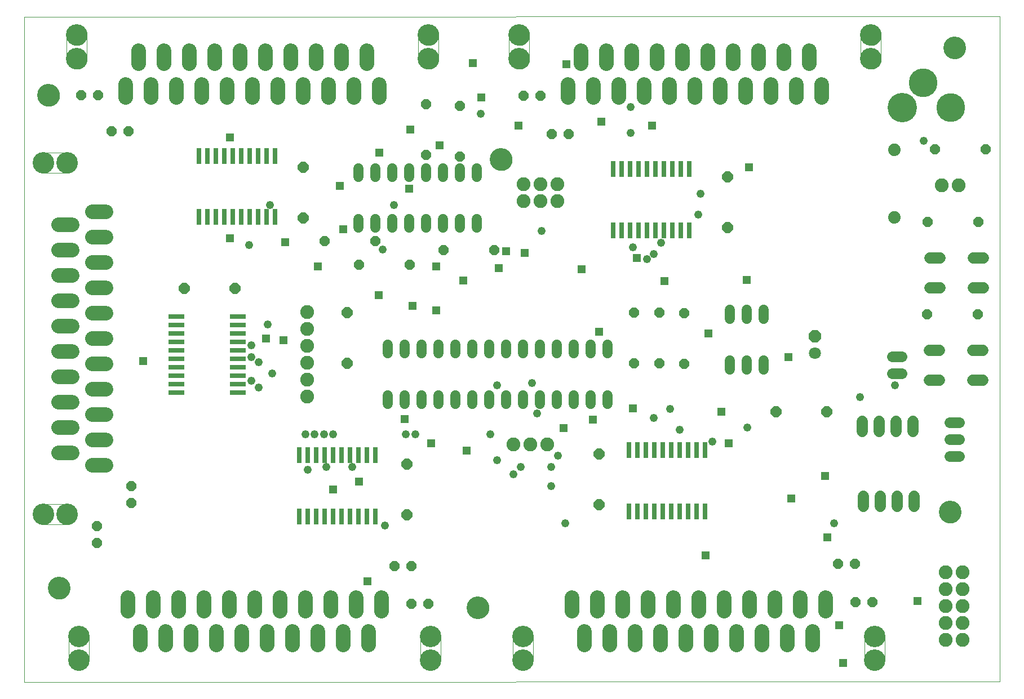
<source format=gts>
G75*
%MOIN*%
%OFA0B0*%
%FSLAX25Y25*%
%IPPOS*%
%LPD*%
%AMOC8*
5,1,8,0,0,1.08239X$1,22.5*
%
%ADD10C,0.00000*%
%ADD11C,0.13398*%
%ADD12OC8,0.07100*%
%ADD13C,0.07100*%
%ADD14OC8,0.06400*%
%ADD15C,0.08200*%
%ADD16C,0.07400*%
%ADD17C,0.06800*%
%ADD18C,0.06000*%
%ADD19C,0.17398*%
%ADD20C,0.17000*%
%ADD21C,0.06400*%
%ADD22OC8,0.06000*%
%ADD23R,0.03162X0.09461*%
%ADD24R,0.09461X0.03162*%
%ADD25C,0.00009*%
%ADD26C,0.08600*%
%ADD27C,0.12700*%
%ADD28C,0.04800*%
%ADD29R,0.04800X0.04800*%
D10*
X0020587Y0018619D02*
X0020587Y0412320D01*
X0597438Y0412713D01*
X0597438Y0019013D01*
X0020587Y0018619D01*
X0046740Y0031800D02*
X0046742Y0031954D01*
X0046748Y0032108D01*
X0046758Y0032261D01*
X0046772Y0032414D01*
X0046790Y0032567D01*
X0046811Y0032719D01*
X0046837Y0032871D01*
X0046867Y0033022D01*
X0046900Y0033172D01*
X0046938Y0033321D01*
X0046979Y0033470D01*
X0047024Y0033617D01*
X0047073Y0033763D01*
X0047126Y0033907D01*
X0047182Y0034050D01*
X0047242Y0034192D01*
X0047306Y0034332D01*
X0047373Y0034470D01*
X0047444Y0034607D01*
X0047518Y0034742D01*
X0047596Y0034874D01*
X0047677Y0035005D01*
X0047762Y0035134D01*
X0047849Y0035260D01*
X0047940Y0035384D01*
X0048035Y0035505D01*
X0048132Y0035625D01*
X0048232Y0035741D01*
X0048336Y0035855D01*
X0048442Y0035966D01*
X0048551Y0036075D01*
X0048663Y0036180D01*
X0048778Y0036283D01*
X0048895Y0036383D01*
X0049015Y0036479D01*
X0049137Y0036573D01*
X0049261Y0036663D01*
X0049388Y0036750D01*
X0049517Y0036834D01*
X0049649Y0036914D01*
X0049782Y0036991D01*
X0049917Y0037064D01*
X0050054Y0037134D01*
X0050193Y0037201D01*
X0050333Y0037263D01*
X0050475Y0037322D01*
X0050619Y0037378D01*
X0050764Y0037430D01*
X0050910Y0037477D01*
X0051057Y0037522D01*
X0051206Y0037562D01*
X0051355Y0037598D01*
X0051506Y0037631D01*
X0051657Y0037660D01*
X0051809Y0037684D01*
X0051961Y0037705D01*
X0052114Y0037722D01*
X0052267Y0037735D01*
X0052421Y0037744D01*
X0052575Y0037749D01*
X0052728Y0037750D01*
X0052882Y0037747D01*
X0053036Y0037740D01*
X0053189Y0037729D01*
X0053343Y0037714D01*
X0053495Y0037695D01*
X0053647Y0037672D01*
X0053799Y0037646D01*
X0053950Y0037615D01*
X0054100Y0037581D01*
X0054249Y0037542D01*
X0054396Y0037500D01*
X0054543Y0037454D01*
X0054689Y0037404D01*
X0054833Y0037351D01*
X0054976Y0037293D01*
X0055117Y0037232D01*
X0055257Y0037168D01*
X0055395Y0037100D01*
X0055531Y0037028D01*
X0055665Y0036953D01*
X0055797Y0036874D01*
X0055927Y0036792D01*
X0056055Y0036707D01*
X0056181Y0036618D01*
X0056304Y0036526D01*
X0056425Y0036431D01*
X0056544Y0036333D01*
X0056660Y0036232D01*
X0056773Y0036128D01*
X0056884Y0036021D01*
X0056991Y0035911D01*
X0057096Y0035798D01*
X0057198Y0035683D01*
X0057297Y0035565D01*
X0057393Y0035445D01*
X0057486Y0035322D01*
X0057575Y0035197D01*
X0057661Y0035070D01*
X0057744Y0034940D01*
X0057824Y0034808D01*
X0057900Y0034675D01*
X0057972Y0034539D01*
X0058041Y0034401D01*
X0058107Y0034262D01*
X0058169Y0034121D01*
X0058227Y0033979D01*
X0058281Y0033835D01*
X0058332Y0033690D01*
X0058379Y0033543D01*
X0058422Y0033396D01*
X0058461Y0033247D01*
X0058497Y0033097D01*
X0058528Y0032947D01*
X0058556Y0032795D01*
X0058580Y0032643D01*
X0058600Y0032491D01*
X0058616Y0032338D01*
X0058628Y0032184D01*
X0058636Y0032031D01*
X0058640Y0031877D01*
X0058640Y0031723D01*
X0058636Y0031569D01*
X0058628Y0031416D01*
X0058616Y0031262D01*
X0058600Y0031109D01*
X0058580Y0030957D01*
X0058556Y0030805D01*
X0058528Y0030653D01*
X0058497Y0030503D01*
X0058461Y0030353D01*
X0058422Y0030204D01*
X0058379Y0030057D01*
X0058332Y0029910D01*
X0058281Y0029765D01*
X0058227Y0029621D01*
X0058169Y0029479D01*
X0058107Y0029338D01*
X0058041Y0029199D01*
X0057972Y0029061D01*
X0057900Y0028925D01*
X0057824Y0028792D01*
X0057744Y0028660D01*
X0057661Y0028530D01*
X0057575Y0028403D01*
X0057486Y0028278D01*
X0057393Y0028155D01*
X0057297Y0028035D01*
X0057198Y0027917D01*
X0057096Y0027802D01*
X0056991Y0027689D01*
X0056884Y0027579D01*
X0056773Y0027472D01*
X0056660Y0027368D01*
X0056544Y0027267D01*
X0056425Y0027169D01*
X0056304Y0027074D01*
X0056181Y0026982D01*
X0056055Y0026893D01*
X0055927Y0026808D01*
X0055797Y0026726D01*
X0055665Y0026647D01*
X0055531Y0026572D01*
X0055395Y0026500D01*
X0055257Y0026432D01*
X0055117Y0026368D01*
X0054976Y0026307D01*
X0054833Y0026249D01*
X0054689Y0026196D01*
X0054543Y0026146D01*
X0054396Y0026100D01*
X0054249Y0026058D01*
X0054100Y0026019D01*
X0053950Y0025985D01*
X0053799Y0025954D01*
X0053647Y0025928D01*
X0053495Y0025905D01*
X0053343Y0025886D01*
X0053189Y0025871D01*
X0053036Y0025860D01*
X0052882Y0025853D01*
X0052728Y0025850D01*
X0052575Y0025851D01*
X0052421Y0025856D01*
X0052267Y0025865D01*
X0052114Y0025878D01*
X0051961Y0025895D01*
X0051809Y0025916D01*
X0051657Y0025940D01*
X0051506Y0025969D01*
X0051355Y0026002D01*
X0051206Y0026038D01*
X0051057Y0026078D01*
X0050910Y0026123D01*
X0050764Y0026170D01*
X0050619Y0026222D01*
X0050475Y0026278D01*
X0050333Y0026337D01*
X0050193Y0026399D01*
X0050054Y0026466D01*
X0049917Y0026536D01*
X0049782Y0026609D01*
X0049649Y0026686D01*
X0049517Y0026766D01*
X0049388Y0026850D01*
X0049261Y0026937D01*
X0049137Y0027027D01*
X0049015Y0027121D01*
X0048895Y0027217D01*
X0048778Y0027317D01*
X0048663Y0027420D01*
X0048551Y0027525D01*
X0048442Y0027634D01*
X0048336Y0027745D01*
X0048232Y0027859D01*
X0048132Y0027975D01*
X0048035Y0028095D01*
X0047940Y0028216D01*
X0047849Y0028340D01*
X0047762Y0028466D01*
X0047677Y0028595D01*
X0047596Y0028726D01*
X0047518Y0028858D01*
X0047444Y0028993D01*
X0047373Y0029130D01*
X0047306Y0029268D01*
X0047242Y0029408D01*
X0047182Y0029550D01*
X0047126Y0029693D01*
X0047073Y0029837D01*
X0047024Y0029983D01*
X0046979Y0030130D01*
X0046938Y0030279D01*
X0046900Y0030428D01*
X0046867Y0030578D01*
X0046837Y0030729D01*
X0046811Y0030881D01*
X0046790Y0031033D01*
X0046772Y0031186D01*
X0046758Y0031339D01*
X0046748Y0031492D01*
X0046742Y0031646D01*
X0046740Y0031800D01*
X0046690Y0031800D02*
X0046692Y0031647D01*
X0046698Y0031494D01*
X0046708Y0031341D01*
X0046721Y0031188D01*
X0046739Y0031036D01*
X0046760Y0030884D01*
X0046786Y0030733D01*
X0046815Y0030583D01*
X0046848Y0030433D01*
X0046885Y0030284D01*
X0046925Y0030136D01*
X0046970Y0029990D01*
X0047018Y0029844D01*
X0047070Y0029700D01*
X0047125Y0029557D01*
X0047184Y0029416D01*
X0047247Y0029276D01*
X0047313Y0029138D01*
X0047383Y0029001D01*
X0047456Y0028867D01*
X0047533Y0028734D01*
X0047613Y0028603D01*
X0047696Y0028475D01*
X0047782Y0028348D01*
X0047872Y0028224D01*
X0047965Y0028102D01*
X0048061Y0027983D01*
X0048160Y0027866D01*
X0048262Y0027751D01*
X0048367Y0027639D01*
X0048475Y0027530D01*
X0048585Y0027424D01*
X0048698Y0027321D01*
X0048814Y0027220D01*
X0048932Y0027123D01*
X0049053Y0027028D01*
X0049176Y0026937D01*
X0049301Y0026849D01*
X0049429Y0026764D01*
X0049558Y0026682D01*
X0049690Y0026604D01*
X0049824Y0026529D01*
X0049959Y0026457D01*
X0050097Y0026389D01*
X0050236Y0026325D01*
X0050376Y0026264D01*
X0050518Y0026207D01*
X0050662Y0026153D01*
X0050807Y0026103D01*
X0050953Y0026057D01*
X0051100Y0026014D01*
X0051248Y0025976D01*
X0051398Y0025941D01*
X0051548Y0025910D01*
X0051698Y0025882D01*
X0051850Y0025859D01*
X0052002Y0025840D01*
X0052154Y0025824D01*
X0052307Y0025812D01*
X0052460Y0025804D01*
X0052613Y0025800D01*
X0052767Y0025800D01*
X0052920Y0025804D01*
X0053073Y0025812D01*
X0053226Y0025824D01*
X0053378Y0025840D01*
X0053530Y0025859D01*
X0053682Y0025882D01*
X0053832Y0025910D01*
X0053982Y0025941D01*
X0054132Y0025976D01*
X0054280Y0026014D01*
X0054427Y0026057D01*
X0054573Y0026103D01*
X0054718Y0026153D01*
X0054862Y0026207D01*
X0055004Y0026264D01*
X0055144Y0026325D01*
X0055283Y0026389D01*
X0055421Y0026457D01*
X0055556Y0026529D01*
X0055690Y0026604D01*
X0055822Y0026682D01*
X0055951Y0026764D01*
X0056079Y0026849D01*
X0056204Y0026937D01*
X0056327Y0027028D01*
X0056448Y0027123D01*
X0056566Y0027220D01*
X0056682Y0027321D01*
X0056795Y0027424D01*
X0056905Y0027530D01*
X0057013Y0027639D01*
X0057118Y0027751D01*
X0057220Y0027866D01*
X0057319Y0027983D01*
X0057415Y0028102D01*
X0057508Y0028224D01*
X0057598Y0028348D01*
X0057684Y0028475D01*
X0057767Y0028603D01*
X0057847Y0028734D01*
X0057924Y0028867D01*
X0057997Y0029001D01*
X0058067Y0029138D01*
X0058133Y0029276D01*
X0058196Y0029416D01*
X0058255Y0029557D01*
X0058310Y0029700D01*
X0058362Y0029844D01*
X0058410Y0029990D01*
X0058455Y0030136D01*
X0058495Y0030284D01*
X0058532Y0030433D01*
X0058565Y0030583D01*
X0058594Y0030733D01*
X0058620Y0030884D01*
X0058641Y0031036D01*
X0058659Y0031188D01*
X0058672Y0031341D01*
X0058682Y0031494D01*
X0058688Y0031647D01*
X0058690Y0031800D01*
X0046740Y0045800D02*
X0046742Y0045954D01*
X0046748Y0046108D01*
X0046758Y0046261D01*
X0046772Y0046414D01*
X0046790Y0046567D01*
X0046811Y0046719D01*
X0046837Y0046871D01*
X0046867Y0047022D01*
X0046900Y0047172D01*
X0046938Y0047321D01*
X0046979Y0047470D01*
X0047024Y0047617D01*
X0047073Y0047763D01*
X0047126Y0047907D01*
X0047182Y0048050D01*
X0047242Y0048192D01*
X0047306Y0048332D01*
X0047373Y0048470D01*
X0047444Y0048607D01*
X0047518Y0048742D01*
X0047596Y0048874D01*
X0047677Y0049005D01*
X0047762Y0049134D01*
X0047849Y0049260D01*
X0047940Y0049384D01*
X0048035Y0049505D01*
X0048132Y0049625D01*
X0048232Y0049741D01*
X0048336Y0049855D01*
X0048442Y0049966D01*
X0048551Y0050075D01*
X0048663Y0050180D01*
X0048778Y0050283D01*
X0048895Y0050383D01*
X0049015Y0050479D01*
X0049137Y0050573D01*
X0049261Y0050663D01*
X0049388Y0050750D01*
X0049517Y0050834D01*
X0049649Y0050914D01*
X0049782Y0050991D01*
X0049917Y0051064D01*
X0050054Y0051134D01*
X0050193Y0051201D01*
X0050333Y0051263D01*
X0050475Y0051322D01*
X0050619Y0051378D01*
X0050764Y0051430D01*
X0050910Y0051477D01*
X0051057Y0051522D01*
X0051206Y0051562D01*
X0051355Y0051598D01*
X0051506Y0051631D01*
X0051657Y0051660D01*
X0051809Y0051684D01*
X0051961Y0051705D01*
X0052114Y0051722D01*
X0052267Y0051735D01*
X0052421Y0051744D01*
X0052575Y0051749D01*
X0052728Y0051750D01*
X0052882Y0051747D01*
X0053036Y0051740D01*
X0053189Y0051729D01*
X0053343Y0051714D01*
X0053495Y0051695D01*
X0053647Y0051672D01*
X0053799Y0051646D01*
X0053950Y0051615D01*
X0054100Y0051581D01*
X0054249Y0051542D01*
X0054396Y0051500D01*
X0054543Y0051454D01*
X0054689Y0051404D01*
X0054833Y0051351D01*
X0054976Y0051293D01*
X0055117Y0051232D01*
X0055257Y0051168D01*
X0055395Y0051100D01*
X0055531Y0051028D01*
X0055665Y0050953D01*
X0055797Y0050874D01*
X0055927Y0050792D01*
X0056055Y0050707D01*
X0056181Y0050618D01*
X0056304Y0050526D01*
X0056425Y0050431D01*
X0056544Y0050333D01*
X0056660Y0050232D01*
X0056773Y0050128D01*
X0056884Y0050021D01*
X0056991Y0049911D01*
X0057096Y0049798D01*
X0057198Y0049683D01*
X0057297Y0049565D01*
X0057393Y0049445D01*
X0057486Y0049322D01*
X0057575Y0049197D01*
X0057661Y0049070D01*
X0057744Y0048940D01*
X0057824Y0048808D01*
X0057900Y0048675D01*
X0057972Y0048539D01*
X0058041Y0048401D01*
X0058107Y0048262D01*
X0058169Y0048121D01*
X0058227Y0047979D01*
X0058281Y0047835D01*
X0058332Y0047690D01*
X0058379Y0047543D01*
X0058422Y0047396D01*
X0058461Y0047247D01*
X0058497Y0047097D01*
X0058528Y0046947D01*
X0058556Y0046795D01*
X0058580Y0046643D01*
X0058600Y0046491D01*
X0058616Y0046338D01*
X0058628Y0046184D01*
X0058636Y0046031D01*
X0058640Y0045877D01*
X0058640Y0045723D01*
X0058636Y0045569D01*
X0058628Y0045416D01*
X0058616Y0045262D01*
X0058600Y0045109D01*
X0058580Y0044957D01*
X0058556Y0044805D01*
X0058528Y0044653D01*
X0058497Y0044503D01*
X0058461Y0044353D01*
X0058422Y0044204D01*
X0058379Y0044057D01*
X0058332Y0043910D01*
X0058281Y0043765D01*
X0058227Y0043621D01*
X0058169Y0043479D01*
X0058107Y0043338D01*
X0058041Y0043199D01*
X0057972Y0043061D01*
X0057900Y0042925D01*
X0057824Y0042792D01*
X0057744Y0042660D01*
X0057661Y0042530D01*
X0057575Y0042403D01*
X0057486Y0042278D01*
X0057393Y0042155D01*
X0057297Y0042035D01*
X0057198Y0041917D01*
X0057096Y0041802D01*
X0056991Y0041689D01*
X0056884Y0041579D01*
X0056773Y0041472D01*
X0056660Y0041368D01*
X0056544Y0041267D01*
X0056425Y0041169D01*
X0056304Y0041074D01*
X0056181Y0040982D01*
X0056055Y0040893D01*
X0055927Y0040808D01*
X0055797Y0040726D01*
X0055665Y0040647D01*
X0055531Y0040572D01*
X0055395Y0040500D01*
X0055257Y0040432D01*
X0055117Y0040368D01*
X0054976Y0040307D01*
X0054833Y0040249D01*
X0054689Y0040196D01*
X0054543Y0040146D01*
X0054396Y0040100D01*
X0054249Y0040058D01*
X0054100Y0040019D01*
X0053950Y0039985D01*
X0053799Y0039954D01*
X0053647Y0039928D01*
X0053495Y0039905D01*
X0053343Y0039886D01*
X0053189Y0039871D01*
X0053036Y0039860D01*
X0052882Y0039853D01*
X0052728Y0039850D01*
X0052575Y0039851D01*
X0052421Y0039856D01*
X0052267Y0039865D01*
X0052114Y0039878D01*
X0051961Y0039895D01*
X0051809Y0039916D01*
X0051657Y0039940D01*
X0051506Y0039969D01*
X0051355Y0040002D01*
X0051206Y0040038D01*
X0051057Y0040078D01*
X0050910Y0040123D01*
X0050764Y0040170D01*
X0050619Y0040222D01*
X0050475Y0040278D01*
X0050333Y0040337D01*
X0050193Y0040399D01*
X0050054Y0040466D01*
X0049917Y0040536D01*
X0049782Y0040609D01*
X0049649Y0040686D01*
X0049517Y0040766D01*
X0049388Y0040850D01*
X0049261Y0040937D01*
X0049137Y0041027D01*
X0049015Y0041121D01*
X0048895Y0041217D01*
X0048778Y0041317D01*
X0048663Y0041420D01*
X0048551Y0041525D01*
X0048442Y0041634D01*
X0048336Y0041745D01*
X0048232Y0041859D01*
X0048132Y0041975D01*
X0048035Y0042095D01*
X0047940Y0042216D01*
X0047849Y0042340D01*
X0047762Y0042466D01*
X0047677Y0042595D01*
X0047596Y0042726D01*
X0047518Y0042858D01*
X0047444Y0042993D01*
X0047373Y0043130D01*
X0047306Y0043268D01*
X0047242Y0043408D01*
X0047182Y0043550D01*
X0047126Y0043693D01*
X0047073Y0043837D01*
X0047024Y0043983D01*
X0046979Y0044130D01*
X0046938Y0044279D01*
X0046900Y0044428D01*
X0046867Y0044578D01*
X0046837Y0044729D01*
X0046811Y0044881D01*
X0046790Y0045033D01*
X0046772Y0045186D01*
X0046758Y0045339D01*
X0046748Y0045492D01*
X0046742Y0045646D01*
X0046740Y0045800D01*
X0046690Y0045800D02*
X0046692Y0045953D01*
X0046698Y0046106D01*
X0046708Y0046259D01*
X0046721Y0046412D01*
X0046739Y0046564D01*
X0046760Y0046716D01*
X0046786Y0046867D01*
X0046815Y0047017D01*
X0046848Y0047167D01*
X0046885Y0047316D01*
X0046925Y0047464D01*
X0046970Y0047610D01*
X0047018Y0047756D01*
X0047070Y0047900D01*
X0047125Y0048043D01*
X0047184Y0048184D01*
X0047247Y0048324D01*
X0047313Y0048462D01*
X0047383Y0048599D01*
X0047456Y0048733D01*
X0047533Y0048866D01*
X0047613Y0048997D01*
X0047696Y0049125D01*
X0047782Y0049252D01*
X0047872Y0049376D01*
X0047965Y0049498D01*
X0048061Y0049617D01*
X0048160Y0049734D01*
X0048262Y0049849D01*
X0048367Y0049961D01*
X0048475Y0050070D01*
X0048585Y0050176D01*
X0048698Y0050279D01*
X0048814Y0050380D01*
X0048932Y0050477D01*
X0049053Y0050572D01*
X0049176Y0050663D01*
X0049301Y0050751D01*
X0049429Y0050836D01*
X0049558Y0050918D01*
X0049690Y0050996D01*
X0049824Y0051071D01*
X0049959Y0051143D01*
X0050097Y0051211D01*
X0050236Y0051275D01*
X0050376Y0051336D01*
X0050518Y0051393D01*
X0050662Y0051447D01*
X0050807Y0051497D01*
X0050953Y0051543D01*
X0051100Y0051586D01*
X0051248Y0051624D01*
X0051398Y0051659D01*
X0051548Y0051690D01*
X0051698Y0051718D01*
X0051850Y0051741D01*
X0052002Y0051760D01*
X0052154Y0051776D01*
X0052307Y0051788D01*
X0052460Y0051796D01*
X0052613Y0051800D01*
X0052767Y0051800D01*
X0052920Y0051796D01*
X0053073Y0051788D01*
X0053226Y0051776D01*
X0053378Y0051760D01*
X0053530Y0051741D01*
X0053682Y0051718D01*
X0053832Y0051690D01*
X0053982Y0051659D01*
X0054132Y0051624D01*
X0054280Y0051586D01*
X0054427Y0051543D01*
X0054573Y0051497D01*
X0054718Y0051447D01*
X0054862Y0051393D01*
X0055004Y0051336D01*
X0055144Y0051275D01*
X0055283Y0051211D01*
X0055421Y0051143D01*
X0055556Y0051071D01*
X0055690Y0050996D01*
X0055822Y0050918D01*
X0055951Y0050836D01*
X0056079Y0050751D01*
X0056204Y0050663D01*
X0056327Y0050572D01*
X0056448Y0050477D01*
X0056566Y0050380D01*
X0056682Y0050279D01*
X0056795Y0050176D01*
X0056905Y0050070D01*
X0057013Y0049961D01*
X0057118Y0049849D01*
X0057220Y0049734D01*
X0057319Y0049617D01*
X0057415Y0049498D01*
X0057508Y0049376D01*
X0057598Y0049252D01*
X0057684Y0049125D01*
X0057767Y0048997D01*
X0057847Y0048866D01*
X0057924Y0048733D01*
X0057997Y0048599D01*
X0058067Y0048462D01*
X0058133Y0048324D01*
X0058196Y0048184D01*
X0058255Y0048043D01*
X0058310Y0047900D01*
X0058362Y0047756D01*
X0058410Y0047610D01*
X0058455Y0047464D01*
X0058495Y0047316D01*
X0058532Y0047167D01*
X0058565Y0047017D01*
X0058594Y0046867D01*
X0058620Y0046716D01*
X0058641Y0046564D01*
X0058659Y0046412D01*
X0058672Y0046259D01*
X0058682Y0046106D01*
X0058688Y0045953D01*
X0058690Y0045800D01*
X0034800Y0074288D02*
X0034802Y0074446D01*
X0034808Y0074604D01*
X0034818Y0074762D01*
X0034832Y0074920D01*
X0034850Y0075077D01*
X0034871Y0075234D01*
X0034897Y0075390D01*
X0034927Y0075546D01*
X0034960Y0075701D01*
X0034998Y0075854D01*
X0035039Y0076007D01*
X0035084Y0076159D01*
X0035133Y0076310D01*
X0035186Y0076459D01*
X0035242Y0076607D01*
X0035302Y0076753D01*
X0035366Y0076898D01*
X0035434Y0077041D01*
X0035505Y0077183D01*
X0035579Y0077323D01*
X0035657Y0077460D01*
X0035739Y0077596D01*
X0035823Y0077730D01*
X0035912Y0077861D01*
X0036003Y0077990D01*
X0036098Y0078117D01*
X0036195Y0078242D01*
X0036296Y0078364D01*
X0036400Y0078483D01*
X0036507Y0078600D01*
X0036617Y0078714D01*
X0036730Y0078825D01*
X0036845Y0078934D01*
X0036963Y0079039D01*
X0037084Y0079141D01*
X0037207Y0079241D01*
X0037333Y0079337D01*
X0037461Y0079430D01*
X0037591Y0079520D01*
X0037724Y0079606D01*
X0037859Y0079690D01*
X0037995Y0079769D01*
X0038134Y0079846D01*
X0038275Y0079918D01*
X0038417Y0079988D01*
X0038561Y0080053D01*
X0038707Y0080115D01*
X0038854Y0080173D01*
X0039003Y0080228D01*
X0039153Y0080279D01*
X0039304Y0080326D01*
X0039456Y0080369D01*
X0039609Y0080408D01*
X0039764Y0080444D01*
X0039919Y0080475D01*
X0040075Y0080503D01*
X0040231Y0080527D01*
X0040388Y0080547D01*
X0040546Y0080563D01*
X0040703Y0080575D01*
X0040862Y0080583D01*
X0041020Y0080587D01*
X0041178Y0080587D01*
X0041336Y0080583D01*
X0041495Y0080575D01*
X0041652Y0080563D01*
X0041810Y0080547D01*
X0041967Y0080527D01*
X0042123Y0080503D01*
X0042279Y0080475D01*
X0042434Y0080444D01*
X0042589Y0080408D01*
X0042742Y0080369D01*
X0042894Y0080326D01*
X0043045Y0080279D01*
X0043195Y0080228D01*
X0043344Y0080173D01*
X0043491Y0080115D01*
X0043637Y0080053D01*
X0043781Y0079988D01*
X0043923Y0079918D01*
X0044064Y0079846D01*
X0044203Y0079769D01*
X0044339Y0079690D01*
X0044474Y0079606D01*
X0044607Y0079520D01*
X0044737Y0079430D01*
X0044865Y0079337D01*
X0044991Y0079241D01*
X0045114Y0079141D01*
X0045235Y0079039D01*
X0045353Y0078934D01*
X0045468Y0078825D01*
X0045581Y0078714D01*
X0045691Y0078600D01*
X0045798Y0078483D01*
X0045902Y0078364D01*
X0046003Y0078242D01*
X0046100Y0078117D01*
X0046195Y0077990D01*
X0046286Y0077861D01*
X0046375Y0077730D01*
X0046459Y0077596D01*
X0046541Y0077460D01*
X0046619Y0077323D01*
X0046693Y0077183D01*
X0046764Y0077041D01*
X0046832Y0076898D01*
X0046896Y0076753D01*
X0046956Y0076607D01*
X0047012Y0076459D01*
X0047065Y0076310D01*
X0047114Y0076159D01*
X0047159Y0076007D01*
X0047200Y0075854D01*
X0047238Y0075701D01*
X0047271Y0075546D01*
X0047301Y0075390D01*
X0047327Y0075234D01*
X0047348Y0075077D01*
X0047366Y0074920D01*
X0047380Y0074762D01*
X0047390Y0074604D01*
X0047396Y0074446D01*
X0047398Y0074288D01*
X0047396Y0074130D01*
X0047390Y0073972D01*
X0047380Y0073814D01*
X0047366Y0073656D01*
X0047348Y0073499D01*
X0047327Y0073342D01*
X0047301Y0073186D01*
X0047271Y0073030D01*
X0047238Y0072875D01*
X0047200Y0072722D01*
X0047159Y0072569D01*
X0047114Y0072417D01*
X0047065Y0072266D01*
X0047012Y0072117D01*
X0046956Y0071969D01*
X0046896Y0071823D01*
X0046832Y0071678D01*
X0046764Y0071535D01*
X0046693Y0071393D01*
X0046619Y0071253D01*
X0046541Y0071116D01*
X0046459Y0070980D01*
X0046375Y0070846D01*
X0046286Y0070715D01*
X0046195Y0070586D01*
X0046100Y0070459D01*
X0046003Y0070334D01*
X0045902Y0070212D01*
X0045798Y0070093D01*
X0045691Y0069976D01*
X0045581Y0069862D01*
X0045468Y0069751D01*
X0045353Y0069642D01*
X0045235Y0069537D01*
X0045114Y0069435D01*
X0044991Y0069335D01*
X0044865Y0069239D01*
X0044737Y0069146D01*
X0044607Y0069056D01*
X0044474Y0068970D01*
X0044339Y0068886D01*
X0044203Y0068807D01*
X0044064Y0068730D01*
X0043923Y0068658D01*
X0043781Y0068588D01*
X0043637Y0068523D01*
X0043491Y0068461D01*
X0043344Y0068403D01*
X0043195Y0068348D01*
X0043045Y0068297D01*
X0042894Y0068250D01*
X0042742Y0068207D01*
X0042589Y0068168D01*
X0042434Y0068132D01*
X0042279Y0068101D01*
X0042123Y0068073D01*
X0041967Y0068049D01*
X0041810Y0068029D01*
X0041652Y0068013D01*
X0041495Y0068001D01*
X0041336Y0067993D01*
X0041178Y0067989D01*
X0041020Y0067989D01*
X0040862Y0067993D01*
X0040703Y0068001D01*
X0040546Y0068013D01*
X0040388Y0068029D01*
X0040231Y0068049D01*
X0040075Y0068073D01*
X0039919Y0068101D01*
X0039764Y0068132D01*
X0039609Y0068168D01*
X0039456Y0068207D01*
X0039304Y0068250D01*
X0039153Y0068297D01*
X0039003Y0068348D01*
X0038854Y0068403D01*
X0038707Y0068461D01*
X0038561Y0068523D01*
X0038417Y0068588D01*
X0038275Y0068658D01*
X0038134Y0068730D01*
X0037995Y0068807D01*
X0037859Y0068886D01*
X0037724Y0068970D01*
X0037591Y0069056D01*
X0037461Y0069146D01*
X0037333Y0069239D01*
X0037207Y0069335D01*
X0037084Y0069435D01*
X0036963Y0069537D01*
X0036845Y0069642D01*
X0036730Y0069751D01*
X0036617Y0069862D01*
X0036507Y0069976D01*
X0036400Y0070093D01*
X0036296Y0070212D01*
X0036195Y0070334D01*
X0036098Y0070459D01*
X0036003Y0070586D01*
X0035912Y0070715D01*
X0035823Y0070846D01*
X0035739Y0070980D01*
X0035657Y0071116D01*
X0035579Y0071253D01*
X0035505Y0071393D01*
X0035434Y0071535D01*
X0035366Y0071678D01*
X0035302Y0071823D01*
X0035242Y0071969D01*
X0035186Y0072117D01*
X0035133Y0072266D01*
X0035084Y0072417D01*
X0035039Y0072569D01*
X0034998Y0072722D01*
X0034960Y0072875D01*
X0034927Y0073030D01*
X0034897Y0073186D01*
X0034871Y0073342D01*
X0034850Y0073499D01*
X0034832Y0073656D01*
X0034818Y0073814D01*
X0034808Y0073972D01*
X0034802Y0074130D01*
X0034800Y0074288D01*
X0025850Y0118083D02*
X0025852Y0118237D01*
X0025858Y0118391D01*
X0025868Y0118544D01*
X0025882Y0118697D01*
X0025900Y0118850D01*
X0025921Y0119002D01*
X0025947Y0119154D01*
X0025977Y0119305D01*
X0026010Y0119455D01*
X0026048Y0119604D01*
X0026089Y0119753D01*
X0026134Y0119900D01*
X0026183Y0120046D01*
X0026236Y0120190D01*
X0026292Y0120333D01*
X0026352Y0120475D01*
X0026416Y0120615D01*
X0026483Y0120753D01*
X0026554Y0120890D01*
X0026628Y0121025D01*
X0026706Y0121157D01*
X0026787Y0121288D01*
X0026872Y0121417D01*
X0026959Y0121543D01*
X0027050Y0121667D01*
X0027145Y0121788D01*
X0027242Y0121908D01*
X0027342Y0122024D01*
X0027446Y0122138D01*
X0027552Y0122249D01*
X0027661Y0122358D01*
X0027773Y0122463D01*
X0027888Y0122566D01*
X0028005Y0122666D01*
X0028125Y0122762D01*
X0028247Y0122856D01*
X0028371Y0122946D01*
X0028498Y0123033D01*
X0028627Y0123117D01*
X0028759Y0123197D01*
X0028892Y0123274D01*
X0029027Y0123347D01*
X0029164Y0123417D01*
X0029303Y0123484D01*
X0029443Y0123546D01*
X0029585Y0123605D01*
X0029729Y0123661D01*
X0029874Y0123713D01*
X0030020Y0123760D01*
X0030167Y0123805D01*
X0030316Y0123845D01*
X0030465Y0123881D01*
X0030616Y0123914D01*
X0030767Y0123943D01*
X0030919Y0123967D01*
X0031071Y0123988D01*
X0031224Y0124005D01*
X0031377Y0124018D01*
X0031531Y0124027D01*
X0031685Y0124032D01*
X0031838Y0124033D01*
X0031992Y0124030D01*
X0032146Y0124023D01*
X0032299Y0124012D01*
X0032453Y0123997D01*
X0032605Y0123978D01*
X0032757Y0123955D01*
X0032909Y0123929D01*
X0033060Y0123898D01*
X0033210Y0123864D01*
X0033359Y0123825D01*
X0033506Y0123783D01*
X0033653Y0123737D01*
X0033799Y0123687D01*
X0033943Y0123634D01*
X0034086Y0123576D01*
X0034227Y0123515D01*
X0034367Y0123451D01*
X0034505Y0123383D01*
X0034641Y0123311D01*
X0034775Y0123236D01*
X0034907Y0123157D01*
X0035037Y0123075D01*
X0035165Y0122990D01*
X0035291Y0122901D01*
X0035414Y0122809D01*
X0035535Y0122714D01*
X0035654Y0122616D01*
X0035770Y0122515D01*
X0035883Y0122411D01*
X0035994Y0122304D01*
X0036101Y0122194D01*
X0036206Y0122081D01*
X0036308Y0121966D01*
X0036407Y0121848D01*
X0036503Y0121728D01*
X0036596Y0121605D01*
X0036685Y0121480D01*
X0036771Y0121353D01*
X0036854Y0121223D01*
X0036934Y0121091D01*
X0037010Y0120958D01*
X0037082Y0120822D01*
X0037151Y0120684D01*
X0037217Y0120545D01*
X0037279Y0120404D01*
X0037337Y0120262D01*
X0037391Y0120118D01*
X0037442Y0119973D01*
X0037489Y0119826D01*
X0037532Y0119679D01*
X0037571Y0119530D01*
X0037607Y0119380D01*
X0037638Y0119230D01*
X0037666Y0119078D01*
X0037690Y0118926D01*
X0037710Y0118774D01*
X0037726Y0118621D01*
X0037738Y0118467D01*
X0037746Y0118314D01*
X0037750Y0118160D01*
X0037750Y0118006D01*
X0037746Y0117852D01*
X0037738Y0117699D01*
X0037726Y0117545D01*
X0037710Y0117392D01*
X0037690Y0117240D01*
X0037666Y0117088D01*
X0037638Y0116936D01*
X0037607Y0116786D01*
X0037571Y0116636D01*
X0037532Y0116487D01*
X0037489Y0116340D01*
X0037442Y0116193D01*
X0037391Y0116048D01*
X0037337Y0115904D01*
X0037279Y0115762D01*
X0037217Y0115621D01*
X0037151Y0115482D01*
X0037082Y0115344D01*
X0037010Y0115208D01*
X0036934Y0115075D01*
X0036854Y0114943D01*
X0036771Y0114813D01*
X0036685Y0114686D01*
X0036596Y0114561D01*
X0036503Y0114438D01*
X0036407Y0114318D01*
X0036308Y0114200D01*
X0036206Y0114085D01*
X0036101Y0113972D01*
X0035994Y0113862D01*
X0035883Y0113755D01*
X0035770Y0113651D01*
X0035654Y0113550D01*
X0035535Y0113452D01*
X0035414Y0113357D01*
X0035291Y0113265D01*
X0035165Y0113176D01*
X0035037Y0113091D01*
X0034907Y0113009D01*
X0034775Y0112930D01*
X0034641Y0112855D01*
X0034505Y0112783D01*
X0034367Y0112715D01*
X0034227Y0112651D01*
X0034086Y0112590D01*
X0033943Y0112532D01*
X0033799Y0112479D01*
X0033653Y0112429D01*
X0033506Y0112383D01*
X0033359Y0112341D01*
X0033210Y0112302D01*
X0033060Y0112268D01*
X0032909Y0112237D01*
X0032757Y0112211D01*
X0032605Y0112188D01*
X0032453Y0112169D01*
X0032299Y0112154D01*
X0032146Y0112143D01*
X0031992Y0112136D01*
X0031838Y0112133D01*
X0031685Y0112134D01*
X0031531Y0112139D01*
X0031377Y0112148D01*
X0031224Y0112161D01*
X0031071Y0112178D01*
X0030919Y0112199D01*
X0030767Y0112223D01*
X0030616Y0112252D01*
X0030465Y0112285D01*
X0030316Y0112321D01*
X0030167Y0112361D01*
X0030020Y0112406D01*
X0029874Y0112453D01*
X0029729Y0112505D01*
X0029585Y0112561D01*
X0029443Y0112620D01*
X0029303Y0112682D01*
X0029164Y0112749D01*
X0029027Y0112819D01*
X0028892Y0112892D01*
X0028759Y0112969D01*
X0028627Y0113049D01*
X0028498Y0113133D01*
X0028371Y0113220D01*
X0028247Y0113310D01*
X0028125Y0113404D01*
X0028005Y0113500D01*
X0027888Y0113600D01*
X0027773Y0113703D01*
X0027661Y0113808D01*
X0027552Y0113917D01*
X0027446Y0114028D01*
X0027342Y0114142D01*
X0027242Y0114258D01*
X0027145Y0114378D01*
X0027050Y0114499D01*
X0026959Y0114623D01*
X0026872Y0114749D01*
X0026787Y0114878D01*
X0026706Y0115009D01*
X0026628Y0115141D01*
X0026554Y0115276D01*
X0026483Y0115413D01*
X0026416Y0115551D01*
X0026352Y0115691D01*
X0026292Y0115833D01*
X0026236Y0115976D01*
X0026183Y0116120D01*
X0026134Y0116266D01*
X0026089Y0116413D01*
X0026048Y0116562D01*
X0026010Y0116711D01*
X0025977Y0116861D01*
X0025947Y0117012D01*
X0025921Y0117164D01*
X0025900Y0117316D01*
X0025882Y0117469D01*
X0025868Y0117622D01*
X0025858Y0117775D01*
X0025852Y0117929D01*
X0025850Y0118083D01*
X0031800Y0124083D02*
X0031647Y0124081D01*
X0031494Y0124075D01*
X0031341Y0124065D01*
X0031188Y0124052D01*
X0031036Y0124034D01*
X0030884Y0124013D01*
X0030733Y0123987D01*
X0030583Y0123958D01*
X0030433Y0123925D01*
X0030284Y0123888D01*
X0030136Y0123848D01*
X0029990Y0123803D01*
X0029844Y0123755D01*
X0029700Y0123703D01*
X0029557Y0123648D01*
X0029416Y0123589D01*
X0029276Y0123526D01*
X0029138Y0123460D01*
X0029001Y0123390D01*
X0028867Y0123317D01*
X0028734Y0123240D01*
X0028603Y0123160D01*
X0028475Y0123077D01*
X0028348Y0122991D01*
X0028224Y0122901D01*
X0028102Y0122808D01*
X0027983Y0122712D01*
X0027866Y0122613D01*
X0027751Y0122511D01*
X0027639Y0122406D01*
X0027530Y0122298D01*
X0027424Y0122188D01*
X0027321Y0122075D01*
X0027220Y0121959D01*
X0027123Y0121841D01*
X0027028Y0121720D01*
X0026937Y0121597D01*
X0026849Y0121472D01*
X0026764Y0121344D01*
X0026682Y0121215D01*
X0026604Y0121083D01*
X0026529Y0120949D01*
X0026457Y0120814D01*
X0026389Y0120676D01*
X0026325Y0120537D01*
X0026264Y0120397D01*
X0026207Y0120255D01*
X0026153Y0120111D01*
X0026103Y0119966D01*
X0026057Y0119820D01*
X0026014Y0119673D01*
X0025976Y0119525D01*
X0025941Y0119375D01*
X0025910Y0119225D01*
X0025882Y0119075D01*
X0025859Y0118923D01*
X0025840Y0118771D01*
X0025824Y0118619D01*
X0025812Y0118466D01*
X0025804Y0118313D01*
X0025800Y0118160D01*
X0025800Y0118006D01*
X0025804Y0117853D01*
X0025812Y0117700D01*
X0025824Y0117547D01*
X0025840Y0117395D01*
X0025859Y0117243D01*
X0025882Y0117091D01*
X0025910Y0116941D01*
X0025941Y0116791D01*
X0025976Y0116641D01*
X0026014Y0116493D01*
X0026057Y0116346D01*
X0026103Y0116200D01*
X0026153Y0116055D01*
X0026207Y0115911D01*
X0026264Y0115769D01*
X0026325Y0115629D01*
X0026389Y0115490D01*
X0026457Y0115352D01*
X0026529Y0115217D01*
X0026604Y0115083D01*
X0026682Y0114951D01*
X0026764Y0114822D01*
X0026849Y0114694D01*
X0026937Y0114569D01*
X0027028Y0114446D01*
X0027123Y0114325D01*
X0027220Y0114207D01*
X0027321Y0114091D01*
X0027424Y0113978D01*
X0027530Y0113868D01*
X0027639Y0113760D01*
X0027751Y0113655D01*
X0027866Y0113553D01*
X0027983Y0113454D01*
X0028102Y0113358D01*
X0028224Y0113265D01*
X0028348Y0113175D01*
X0028475Y0113089D01*
X0028603Y0113006D01*
X0028734Y0112926D01*
X0028867Y0112849D01*
X0029001Y0112776D01*
X0029138Y0112706D01*
X0029276Y0112640D01*
X0029416Y0112577D01*
X0029557Y0112518D01*
X0029700Y0112463D01*
X0029844Y0112411D01*
X0029990Y0112363D01*
X0030136Y0112318D01*
X0030284Y0112278D01*
X0030433Y0112241D01*
X0030583Y0112208D01*
X0030733Y0112179D01*
X0030884Y0112153D01*
X0031036Y0112132D01*
X0031188Y0112114D01*
X0031341Y0112101D01*
X0031494Y0112091D01*
X0031647Y0112085D01*
X0031800Y0112083D01*
X0039850Y0118083D02*
X0039852Y0118237D01*
X0039858Y0118391D01*
X0039868Y0118544D01*
X0039882Y0118697D01*
X0039900Y0118850D01*
X0039921Y0119002D01*
X0039947Y0119154D01*
X0039977Y0119305D01*
X0040010Y0119455D01*
X0040048Y0119604D01*
X0040089Y0119753D01*
X0040134Y0119900D01*
X0040183Y0120046D01*
X0040236Y0120190D01*
X0040292Y0120333D01*
X0040352Y0120475D01*
X0040416Y0120615D01*
X0040483Y0120753D01*
X0040554Y0120890D01*
X0040628Y0121025D01*
X0040706Y0121157D01*
X0040787Y0121288D01*
X0040872Y0121417D01*
X0040959Y0121543D01*
X0041050Y0121667D01*
X0041145Y0121788D01*
X0041242Y0121908D01*
X0041342Y0122024D01*
X0041446Y0122138D01*
X0041552Y0122249D01*
X0041661Y0122358D01*
X0041773Y0122463D01*
X0041888Y0122566D01*
X0042005Y0122666D01*
X0042125Y0122762D01*
X0042247Y0122856D01*
X0042371Y0122946D01*
X0042498Y0123033D01*
X0042627Y0123117D01*
X0042759Y0123197D01*
X0042892Y0123274D01*
X0043027Y0123347D01*
X0043164Y0123417D01*
X0043303Y0123484D01*
X0043443Y0123546D01*
X0043585Y0123605D01*
X0043729Y0123661D01*
X0043874Y0123713D01*
X0044020Y0123760D01*
X0044167Y0123805D01*
X0044316Y0123845D01*
X0044465Y0123881D01*
X0044616Y0123914D01*
X0044767Y0123943D01*
X0044919Y0123967D01*
X0045071Y0123988D01*
X0045224Y0124005D01*
X0045377Y0124018D01*
X0045531Y0124027D01*
X0045685Y0124032D01*
X0045838Y0124033D01*
X0045992Y0124030D01*
X0046146Y0124023D01*
X0046299Y0124012D01*
X0046453Y0123997D01*
X0046605Y0123978D01*
X0046757Y0123955D01*
X0046909Y0123929D01*
X0047060Y0123898D01*
X0047210Y0123864D01*
X0047359Y0123825D01*
X0047506Y0123783D01*
X0047653Y0123737D01*
X0047799Y0123687D01*
X0047943Y0123634D01*
X0048086Y0123576D01*
X0048227Y0123515D01*
X0048367Y0123451D01*
X0048505Y0123383D01*
X0048641Y0123311D01*
X0048775Y0123236D01*
X0048907Y0123157D01*
X0049037Y0123075D01*
X0049165Y0122990D01*
X0049291Y0122901D01*
X0049414Y0122809D01*
X0049535Y0122714D01*
X0049654Y0122616D01*
X0049770Y0122515D01*
X0049883Y0122411D01*
X0049994Y0122304D01*
X0050101Y0122194D01*
X0050206Y0122081D01*
X0050308Y0121966D01*
X0050407Y0121848D01*
X0050503Y0121728D01*
X0050596Y0121605D01*
X0050685Y0121480D01*
X0050771Y0121353D01*
X0050854Y0121223D01*
X0050934Y0121091D01*
X0051010Y0120958D01*
X0051082Y0120822D01*
X0051151Y0120684D01*
X0051217Y0120545D01*
X0051279Y0120404D01*
X0051337Y0120262D01*
X0051391Y0120118D01*
X0051442Y0119973D01*
X0051489Y0119826D01*
X0051532Y0119679D01*
X0051571Y0119530D01*
X0051607Y0119380D01*
X0051638Y0119230D01*
X0051666Y0119078D01*
X0051690Y0118926D01*
X0051710Y0118774D01*
X0051726Y0118621D01*
X0051738Y0118467D01*
X0051746Y0118314D01*
X0051750Y0118160D01*
X0051750Y0118006D01*
X0051746Y0117852D01*
X0051738Y0117699D01*
X0051726Y0117545D01*
X0051710Y0117392D01*
X0051690Y0117240D01*
X0051666Y0117088D01*
X0051638Y0116936D01*
X0051607Y0116786D01*
X0051571Y0116636D01*
X0051532Y0116487D01*
X0051489Y0116340D01*
X0051442Y0116193D01*
X0051391Y0116048D01*
X0051337Y0115904D01*
X0051279Y0115762D01*
X0051217Y0115621D01*
X0051151Y0115482D01*
X0051082Y0115344D01*
X0051010Y0115208D01*
X0050934Y0115075D01*
X0050854Y0114943D01*
X0050771Y0114813D01*
X0050685Y0114686D01*
X0050596Y0114561D01*
X0050503Y0114438D01*
X0050407Y0114318D01*
X0050308Y0114200D01*
X0050206Y0114085D01*
X0050101Y0113972D01*
X0049994Y0113862D01*
X0049883Y0113755D01*
X0049770Y0113651D01*
X0049654Y0113550D01*
X0049535Y0113452D01*
X0049414Y0113357D01*
X0049291Y0113265D01*
X0049165Y0113176D01*
X0049037Y0113091D01*
X0048907Y0113009D01*
X0048775Y0112930D01*
X0048641Y0112855D01*
X0048505Y0112783D01*
X0048367Y0112715D01*
X0048227Y0112651D01*
X0048086Y0112590D01*
X0047943Y0112532D01*
X0047799Y0112479D01*
X0047653Y0112429D01*
X0047506Y0112383D01*
X0047359Y0112341D01*
X0047210Y0112302D01*
X0047060Y0112268D01*
X0046909Y0112237D01*
X0046757Y0112211D01*
X0046605Y0112188D01*
X0046453Y0112169D01*
X0046299Y0112154D01*
X0046146Y0112143D01*
X0045992Y0112136D01*
X0045838Y0112133D01*
X0045685Y0112134D01*
X0045531Y0112139D01*
X0045377Y0112148D01*
X0045224Y0112161D01*
X0045071Y0112178D01*
X0044919Y0112199D01*
X0044767Y0112223D01*
X0044616Y0112252D01*
X0044465Y0112285D01*
X0044316Y0112321D01*
X0044167Y0112361D01*
X0044020Y0112406D01*
X0043874Y0112453D01*
X0043729Y0112505D01*
X0043585Y0112561D01*
X0043443Y0112620D01*
X0043303Y0112682D01*
X0043164Y0112749D01*
X0043027Y0112819D01*
X0042892Y0112892D01*
X0042759Y0112969D01*
X0042627Y0113049D01*
X0042498Y0113133D01*
X0042371Y0113220D01*
X0042247Y0113310D01*
X0042125Y0113404D01*
X0042005Y0113500D01*
X0041888Y0113600D01*
X0041773Y0113703D01*
X0041661Y0113808D01*
X0041552Y0113917D01*
X0041446Y0114028D01*
X0041342Y0114142D01*
X0041242Y0114258D01*
X0041145Y0114378D01*
X0041050Y0114499D01*
X0040959Y0114623D01*
X0040872Y0114749D01*
X0040787Y0114878D01*
X0040706Y0115009D01*
X0040628Y0115141D01*
X0040554Y0115276D01*
X0040483Y0115413D01*
X0040416Y0115551D01*
X0040352Y0115691D01*
X0040292Y0115833D01*
X0040236Y0115976D01*
X0040183Y0116120D01*
X0040134Y0116266D01*
X0040089Y0116413D01*
X0040048Y0116562D01*
X0040010Y0116711D01*
X0039977Y0116861D01*
X0039947Y0117012D01*
X0039921Y0117164D01*
X0039900Y0117316D01*
X0039882Y0117469D01*
X0039868Y0117622D01*
X0039858Y0117775D01*
X0039852Y0117929D01*
X0039850Y0118083D01*
X0045800Y0112083D02*
X0045953Y0112085D01*
X0046106Y0112091D01*
X0046259Y0112101D01*
X0046412Y0112114D01*
X0046564Y0112132D01*
X0046716Y0112153D01*
X0046867Y0112179D01*
X0047017Y0112208D01*
X0047167Y0112241D01*
X0047316Y0112278D01*
X0047464Y0112318D01*
X0047610Y0112363D01*
X0047756Y0112411D01*
X0047900Y0112463D01*
X0048043Y0112518D01*
X0048184Y0112577D01*
X0048324Y0112640D01*
X0048462Y0112706D01*
X0048599Y0112776D01*
X0048733Y0112849D01*
X0048866Y0112926D01*
X0048997Y0113006D01*
X0049125Y0113089D01*
X0049252Y0113175D01*
X0049376Y0113265D01*
X0049498Y0113358D01*
X0049617Y0113454D01*
X0049734Y0113553D01*
X0049849Y0113655D01*
X0049961Y0113760D01*
X0050070Y0113868D01*
X0050176Y0113978D01*
X0050279Y0114091D01*
X0050380Y0114207D01*
X0050477Y0114325D01*
X0050572Y0114446D01*
X0050663Y0114569D01*
X0050751Y0114694D01*
X0050836Y0114822D01*
X0050918Y0114951D01*
X0050996Y0115083D01*
X0051071Y0115217D01*
X0051143Y0115352D01*
X0051211Y0115490D01*
X0051275Y0115629D01*
X0051336Y0115769D01*
X0051393Y0115911D01*
X0051447Y0116055D01*
X0051497Y0116200D01*
X0051543Y0116346D01*
X0051586Y0116493D01*
X0051624Y0116641D01*
X0051659Y0116791D01*
X0051690Y0116941D01*
X0051718Y0117091D01*
X0051741Y0117243D01*
X0051760Y0117395D01*
X0051776Y0117547D01*
X0051788Y0117700D01*
X0051796Y0117853D01*
X0051800Y0118006D01*
X0051800Y0118160D01*
X0051796Y0118313D01*
X0051788Y0118466D01*
X0051776Y0118619D01*
X0051760Y0118771D01*
X0051741Y0118923D01*
X0051718Y0119075D01*
X0051690Y0119225D01*
X0051659Y0119375D01*
X0051624Y0119525D01*
X0051586Y0119673D01*
X0051543Y0119820D01*
X0051497Y0119966D01*
X0051447Y0120111D01*
X0051393Y0120255D01*
X0051336Y0120397D01*
X0051275Y0120537D01*
X0051211Y0120676D01*
X0051143Y0120814D01*
X0051071Y0120949D01*
X0050996Y0121083D01*
X0050918Y0121215D01*
X0050836Y0121344D01*
X0050751Y0121472D01*
X0050663Y0121597D01*
X0050572Y0121720D01*
X0050477Y0121841D01*
X0050380Y0121959D01*
X0050279Y0122075D01*
X0050176Y0122188D01*
X0050070Y0122298D01*
X0049961Y0122406D01*
X0049849Y0122511D01*
X0049734Y0122613D01*
X0049617Y0122712D01*
X0049498Y0122808D01*
X0049376Y0122901D01*
X0049252Y0122991D01*
X0049125Y0123077D01*
X0048997Y0123160D01*
X0048866Y0123240D01*
X0048733Y0123317D01*
X0048599Y0123390D01*
X0048462Y0123460D01*
X0048324Y0123526D01*
X0048184Y0123589D01*
X0048043Y0123648D01*
X0047900Y0123703D01*
X0047756Y0123755D01*
X0047610Y0123803D01*
X0047464Y0123848D01*
X0047316Y0123888D01*
X0047167Y0123925D01*
X0047017Y0123958D01*
X0046867Y0123987D01*
X0046716Y0124013D01*
X0046564Y0124034D01*
X0046412Y0124052D01*
X0046259Y0124065D01*
X0046106Y0124075D01*
X0045953Y0124081D01*
X0045800Y0124083D01*
X0254740Y0045800D02*
X0254742Y0045954D01*
X0254748Y0046108D01*
X0254758Y0046261D01*
X0254772Y0046414D01*
X0254790Y0046567D01*
X0254811Y0046719D01*
X0254837Y0046871D01*
X0254867Y0047022D01*
X0254900Y0047172D01*
X0254938Y0047321D01*
X0254979Y0047470D01*
X0255024Y0047617D01*
X0255073Y0047763D01*
X0255126Y0047907D01*
X0255182Y0048050D01*
X0255242Y0048192D01*
X0255306Y0048332D01*
X0255373Y0048470D01*
X0255444Y0048607D01*
X0255518Y0048742D01*
X0255596Y0048874D01*
X0255677Y0049005D01*
X0255762Y0049134D01*
X0255849Y0049260D01*
X0255940Y0049384D01*
X0256035Y0049505D01*
X0256132Y0049625D01*
X0256232Y0049741D01*
X0256336Y0049855D01*
X0256442Y0049966D01*
X0256551Y0050075D01*
X0256663Y0050180D01*
X0256778Y0050283D01*
X0256895Y0050383D01*
X0257015Y0050479D01*
X0257137Y0050573D01*
X0257261Y0050663D01*
X0257388Y0050750D01*
X0257517Y0050834D01*
X0257649Y0050914D01*
X0257782Y0050991D01*
X0257917Y0051064D01*
X0258054Y0051134D01*
X0258193Y0051201D01*
X0258333Y0051263D01*
X0258475Y0051322D01*
X0258619Y0051378D01*
X0258764Y0051430D01*
X0258910Y0051477D01*
X0259057Y0051522D01*
X0259206Y0051562D01*
X0259355Y0051598D01*
X0259506Y0051631D01*
X0259657Y0051660D01*
X0259809Y0051684D01*
X0259961Y0051705D01*
X0260114Y0051722D01*
X0260267Y0051735D01*
X0260421Y0051744D01*
X0260575Y0051749D01*
X0260728Y0051750D01*
X0260882Y0051747D01*
X0261036Y0051740D01*
X0261189Y0051729D01*
X0261343Y0051714D01*
X0261495Y0051695D01*
X0261647Y0051672D01*
X0261799Y0051646D01*
X0261950Y0051615D01*
X0262100Y0051581D01*
X0262249Y0051542D01*
X0262396Y0051500D01*
X0262543Y0051454D01*
X0262689Y0051404D01*
X0262833Y0051351D01*
X0262976Y0051293D01*
X0263117Y0051232D01*
X0263257Y0051168D01*
X0263395Y0051100D01*
X0263531Y0051028D01*
X0263665Y0050953D01*
X0263797Y0050874D01*
X0263927Y0050792D01*
X0264055Y0050707D01*
X0264181Y0050618D01*
X0264304Y0050526D01*
X0264425Y0050431D01*
X0264544Y0050333D01*
X0264660Y0050232D01*
X0264773Y0050128D01*
X0264884Y0050021D01*
X0264991Y0049911D01*
X0265096Y0049798D01*
X0265198Y0049683D01*
X0265297Y0049565D01*
X0265393Y0049445D01*
X0265486Y0049322D01*
X0265575Y0049197D01*
X0265661Y0049070D01*
X0265744Y0048940D01*
X0265824Y0048808D01*
X0265900Y0048675D01*
X0265972Y0048539D01*
X0266041Y0048401D01*
X0266107Y0048262D01*
X0266169Y0048121D01*
X0266227Y0047979D01*
X0266281Y0047835D01*
X0266332Y0047690D01*
X0266379Y0047543D01*
X0266422Y0047396D01*
X0266461Y0047247D01*
X0266497Y0047097D01*
X0266528Y0046947D01*
X0266556Y0046795D01*
X0266580Y0046643D01*
X0266600Y0046491D01*
X0266616Y0046338D01*
X0266628Y0046184D01*
X0266636Y0046031D01*
X0266640Y0045877D01*
X0266640Y0045723D01*
X0266636Y0045569D01*
X0266628Y0045416D01*
X0266616Y0045262D01*
X0266600Y0045109D01*
X0266580Y0044957D01*
X0266556Y0044805D01*
X0266528Y0044653D01*
X0266497Y0044503D01*
X0266461Y0044353D01*
X0266422Y0044204D01*
X0266379Y0044057D01*
X0266332Y0043910D01*
X0266281Y0043765D01*
X0266227Y0043621D01*
X0266169Y0043479D01*
X0266107Y0043338D01*
X0266041Y0043199D01*
X0265972Y0043061D01*
X0265900Y0042925D01*
X0265824Y0042792D01*
X0265744Y0042660D01*
X0265661Y0042530D01*
X0265575Y0042403D01*
X0265486Y0042278D01*
X0265393Y0042155D01*
X0265297Y0042035D01*
X0265198Y0041917D01*
X0265096Y0041802D01*
X0264991Y0041689D01*
X0264884Y0041579D01*
X0264773Y0041472D01*
X0264660Y0041368D01*
X0264544Y0041267D01*
X0264425Y0041169D01*
X0264304Y0041074D01*
X0264181Y0040982D01*
X0264055Y0040893D01*
X0263927Y0040808D01*
X0263797Y0040726D01*
X0263665Y0040647D01*
X0263531Y0040572D01*
X0263395Y0040500D01*
X0263257Y0040432D01*
X0263117Y0040368D01*
X0262976Y0040307D01*
X0262833Y0040249D01*
X0262689Y0040196D01*
X0262543Y0040146D01*
X0262396Y0040100D01*
X0262249Y0040058D01*
X0262100Y0040019D01*
X0261950Y0039985D01*
X0261799Y0039954D01*
X0261647Y0039928D01*
X0261495Y0039905D01*
X0261343Y0039886D01*
X0261189Y0039871D01*
X0261036Y0039860D01*
X0260882Y0039853D01*
X0260728Y0039850D01*
X0260575Y0039851D01*
X0260421Y0039856D01*
X0260267Y0039865D01*
X0260114Y0039878D01*
X0259961Y0039895D01*
X0259809Y0039916D01*
X0259657Y0039940D01*
X0259506Y0039969D01*
X0259355Y0040002D01*
X0259206Y0040038D01*
X0259057Y0040078D01*
X0258910Y0040123D01*
X0258764Y0040170D01*
X0258619Y0040222D01*
X0258475Y0040278D01*
X0258333Y0040337D01*
X0258193Y0040399D01*
X0258054Y0040466D01*
X0257917Y0040536D01*
X0257782Y0040609D01*
X0257649Y0040686D01*
X0257517Y0040766D01*
X0257388Y0040850D01*
X0257261Y0040937D01*
X0257137Y0041027D01*
X0257015Y0041121D01*
X0256895Y0041217D01*
X0256778Y0041317D01*
X0256663Y0041420D01*
X0256551Y0041525D01*
X0256442Y0041634D01*
X0256336Y0041745D01*
X0256232Y0041859D01*
X0256132Y0041975D01*
X0256035Y0042095D01*
X0255940Y0042216D01*
X0255849Y0042340D01*
X0255762Y0042466D01*
X0255677Y0042595D01*
X0255596Y0042726D01*
X0255518Y0042858D01*
X0255444Y0042993D01*
X0255373Y0043130D01*
X0255306Y0043268D01*
X0255242Y0043408D01*
X0255182Y0043550D01*
X0255126Y0043693D01*
X0255073Y0043837D01*
X0255024Y0043983D01*
X0254979Y0044130D01*
X0254938Y0044279D01*
X0254900Y0044428D01*
X0254867Y0044578D01*
X0254837Y0044729D01*
X0254811Y0044881D01*
X0254790Y0045033D01*
X0254772Y0045186D01*
X0254758Y0045339D01*
X0254748Y0045492D01*
X0254742Y0045646D01*
X0254740Y0045800D01*
X0254690Y0045800D02*
X0254692Y0045953D01*
X0254698Y0046106D01*
X0254708Y0046259D01*
X0254721Y0046412D01*
X0254739Y0046564D01*
X0254760Y0046716D01*
X0254786Y0046867D01*
X0254815Y0047017D01*
X0254848Y0047167D01*
X0254885Y0047316D01*
X0254925Y0047464D01*
X0254970Y0047610D01*
X0255018Y0047756D01*
X0255070Y0047900D01*
X0255125Y0048043D01*
X0255184Y0048184D01*
X0255247Y0048324D01*
X0255313Y0048462D01*
X0255383Y0048599D01*
X0255456Y0048733D01*
X0255533Y0048866D01*
X0255613Y0048997D01*
X0255696Y0049125D01*
X0255782Y0049252D01*
X0255872Y0049376D01*
X0255965Y0049498D01*
X0256061Y0049617D01*
X0256160Y0049734D01*
X0256262Y0049849D01*
X0256367Y0049961D01*
X0256475Y0050070D01*
X0256585Y0050176D01*
X0256698Y0050279D01*
X0256814Y0050380D01*
X0256932Y0050477D01*
X0257053Y0050572D01*
X0257176Y0050663D01*
X0257301Y0050751D01*
X0257429Y0050836D01*
X0257558Y0050918D01*
X0257690Y0050996D01*
X0257824Y0051071D01*
X0257959Y0051143D01*
X0258097Y0051211D01*
X0258236Y0051275D01*
X0258376Y0051336D01*
X0258518Y0051393D01*
X0258662Y0051447D01*
X0258807Y0051497D01*
X0258953Y0051543D01*
X0259100Y0051586D01*
X0259248Y0051624D01*
X0259398Y0051659D01*
X0259548Y0051690D01*
X0259698Y0051718D01*
X0259850Y0051741D01*
X0260002Y0051760D01*
X0260154Y0051776D01*
X0260307Y0051788D01*
X0260460Y0051796D01*
X0260613Y0051800D01*
X0260767Y0051800D01*
X0260920Y0051796D01*
X0261073Y0051788D01*
X0261226Y0051776D01*
X0261378Y0051760D01*
X0261530Y0051741D01*
X0261682Y0051718D01*
X0261832Y0051690D01*
X0261982Y0051659D01*
X0262132Y0051624D01*
X0262280Y0051586D01*
X0262427Y0051543D01*
X0262573Y0051497D01*
X0262718Y0051447D01*
X0262862Y0051393D01*
X0263004Y0051336D01*
X0263144Y0051275D01*
X0263283Y0051211D01*
X0263421Y0051143D01*
X0263556Y0051071D01*
X0263690Y0050996D01*
X0263822Y0050918D01*
X0263951Y0050836D01*
X0264079Y0050751D01*
X0264204Y0050663D01*
X0264327Y0050572D01*
X0264448Y0050477D01*
X0264566Y0050380D01*
X0264682Y0050279D01*
X0264795Y0050176D01*
X0264905Y0050070D01*
X0265013Y0049961D01*
X0265118Y0049849D01*
X0265220Y0049734D01*
X0265319Y0049617D01*
X0265415Y0049498D01*
X0265508Y0049376D01*
X0265598Y0049252D01*
X0265684Y0049125D01*
X0265767Y0048997D01*
X0265847Y0048866D01*
X0265924Y0048733D01*
X0265997Y0048599D01*
X0266067Y0048462D01*
X0266133Y0048324D01*
X0266196Y0048184D01*
X0266255Y0048043D01*
X0266310Y0047900D01*
X0266362Y0047756D01*
X0266410Y0047610D01*
X0266455Y0047464D01*
X0266495Y0047316D01*
X0266532Y0047167D01*
X0266565Y0047017D01*
X0266594Y0046867D01*
X0266620Y0046716D01*
X0266641Y0046564D01*
X0266659Y0046412D01*
X0266672Y0046259D01*
X0266682Y0046106D01*
X0266688Y0045953D01*
X0266690Y0045800D01*
X0254740Y0031800D02*
X0254742Y0031954D01*
X0254748Y0032108D01*
X0254758Y0032261D01*
X0254772Y0032414D01*
X0254790Y0032567D01*
X0254811Y0032719D01*
X0254837Y0032871D01*
X0254867Y0033022D01*
X0254900Y0033172D01*
X0254938Y0033321D01*
X0254979Y0033470D01*
X0255024Y0033617D01*
X0255073Y0033763D01*
X0255126Y0033907D01*
X0255182Y0034050D01*
X0255242Y0034192D01*
X0255306Y0034332D01*
X0255373Y0034470D01*
X0255444Y0034607D01*
X0255518Y0034742D01*
X0255596Y0034874D01*
X0255677Y0035005D01*
X0255762Y0035134D01*
X0255849Y0035260D01*
X0255940Y0035384D01*
X0256035Y0035505D01*
X0256132Y0035625D01*
X0256232Y0035741D01*
X0256336Y0035855D01*
X0256442Y0035966D01*
X0256551Y0036075D01*
X0256663Y0036180D01*
X0256778Y0036283D01*
X0256895Y0036383D01*
X0257015Y0036479D01*
X0257137Y0036573D01*
X0257261Y0036663D01*
X0257388Y0036750D01*
X0257517Y0036834D01*
X0257649Y0036914D01*
X0257782Y0036991D01*
X0257917Y0037064D01*
X0258054Y0037134D01*
X0258193Y0037201D01*
X0258333Y0037263D01*
X0258475Y0037322D01*
X0258619Y0037378D01*
X0258764Y0037430D01*
X0258910Y0037477D01*
X0259057Y0037522D01*
X0259206Y0037562D01*
X0259355Y0037598D01*
X0259506Y0037631D01*
X0259657Y0037660D01*
X0259809Y0037684D01*
X0259961Y0037705D01*
X0260114Y0037722D01*
X0260267Y0037735D01*
X0260421Y0037744D01*
X0260575Y0037749D01*
X0260728Y0037750D01*
X0260882Y0037747D01*
X0261036Y0037740D01*
X0261189Y0037729D01*
X0261343Y0037714D01*
X0261495Y0037695D01*
X0261647Y0037672D01*
X0261799Y0037646D01*
X0261950Y0037615D01*
X0262100Y0037581D01*
X0262249Y0037542D01*
X0262396Y0037500D01*
X0262543Y0037454D01*
X0262689Y0037404D01*
X0262833Y0037351D01*
X0262976Y0037293D01*
X0263117Y0037232D01*
X0263257Y0037168D01*
X0263395Y0037100D01*
X0263531Y0037028D01*
X0263665Y0036953D01*
X0263797Y0036874D01*
X0263927Y0036792D01*
X0264055Y0036707D01*
X0264181Y0036618D01*
X0264304Y0036526D01*
X0264425Y0036431D01*
X0264544Y0036333D01*
X0264660Y0036232D01*
X0264773Y0036128D01*
X0264884Y0036021D01*
X0264991Y0035911D01*
X0265096Y0035798D01*
X0265198Y0035683D01*
X0265297Y0035565D01*
X0265393Y0035445D01*
X0265486Y0035322D01*
X0265575Y0035197D01*
X0265661Y0035070D01*
X0265744Y0034940D01*
X0265824Y0034808D01*
X0265900Y0034675D01*
X0265972Y0034539D01*
X0266041Y0034401D01*
X0266107Y0034262D01*
X0266169Y0034121D01*
X0266227Y0033979D01*
X0266281Y0033835D01*
X0266332Y0033690D01*
X0266379Y0033543D01*
X0266422Y0033396D01*
X0266461Y0033247D01*
X0266497Y0033097D01*
X0266528Y0032947D01*
X0266556Y0032795D01*
X0266580Y0032643D01*
X0266600Y0032491D01*
X0266616Y0032338D01*
X0266628Y0032184D01*
X0266636Y0032031D01*
X0266640Y0031877D01*
X0266640Y0031723D01*
X0266636Y0031569D01*
X0266628Y0031416D01*
X0266616Y0031262D01*
X0266600Y0031109D01*
X0266580Y0030957D01*
X0266556Y0030805D01*
X0266528Y0030653D01*
X0266497Y0030503D01*
X0266461Y0030353D01*
X0266422Y0030204D01*
X0266379Y0030057D01*
X0266332Y0029910D01*
X0266281Y0029765D01*
X0266227Y0029621D01*
X0266169Y0029479D01*
X0266107Y0029338D01*
X0266041Y0029199D01*
X0265972Y0029061D01*
X0265900Y0028925D01*
X0265824Y0028792D01*
X0265744Y0028660D01*
X0265661Y0028530D01*
X0265575Y0028403D01*
X0265486Y0028278D01*
X0265393Y0028155D01*
X0265297Y0028035D01*
X0265198Y0027917D01*
X0265096Y0027802D01*
X0264991Y0027689D01*
X0264884Y0027579D01*
X0264773Y0027472D01*
X0264660Y0027368D01*
X0264544Y0027267D01*
X0264425Y0027169D01*
X0264304Y0027074D01*
X0264181Y0026982D01*
X0264055Y0026893D01*
X0263927Y0026808D01*
X0263797Y0026726D01*
X0263665Y0026647D01*
X0263531Y0026572D01*
X0263395Y0026500D01*
X0263257Y0026432D01*
X0263117Y0026368D01*
X0262976Y0026307D01*
X0262833Y0026249D01*
X0262689Y0026196D01*
X0262543Y0026146D01*
X0262396Y0026100D01*
X0262249Y0026058D01*
X0262100Y0026019D01*
X0261950Y0025985D01*
X0261799Y0025954D01*
X0261647Y0025928D01*
X0261495Y0025905D01*
X0261343Y0025886D01*
X0261189Y0025871D01*
X0261036Y0025860D01*
X0260882Y0025853D01*
X0260728Y0025850D01*
X0260575Y0025851D01*
X0260421Y0025856D01*
X0260267Y0025865D01*
X0260114Y0025878D01*
X0259961Y0025895D01*
X0259809Y0025916D01*
X0259657Y0025940D01*
X0259506Y0025969D01*
X0259355Y0026002D01*
X0259206Y0026038D01*
X0259057Y0026078D01*
X0258910Y0026123D01*
X0258764Y0026170D01*
X0258619Y0026222D01*
X0258475Y0026278D01*
X0258333Y0026337D01*
X0258193Y0026399D01*
X0258054Y0026466D01*
X0257917Y0026536D01*
X0257782Y0026609D01*
X0257649Y0026686D01*
X0257517Y0026766D01*
X0257388Y0026850D01*
X0257261Y0026937D01*
X0257137Y0027027D01*
X0257015Y0027121D01*
X0256895Y0027217D01*
X0256778Y0027317D01*
X0256663Y0027420D01*
X0256551Y0027525D01*
X0256442Y0027634D01*
X0256336Y0027745D01*
X0256232Y0027859D01*
X0256132Y0027975D01*
X0256035Y0028095D01*
X0255940Y0028216D01*
X0255849Y0028340D01*
X0255762Y0028466D01*
X0255677Y0028595D01*
X0255596Y0028726D01*
X0255518Y0028858D01*
X0255444Y0028993D01*
X0255373Y0029130D01*
X0255306Y0029268D01*
X0255242Y0029408D01*
X0255182Y0029550D01*
X0255126Y0029693D01*
X0255073Y0029837D01*
X0255024Y0029983D01*
X0254979Y0030130D01*
X0254938Y0030279D01*
X0254900Y0030428D01*
X0254867Y0030578D01*
X0254837Y0030729D01*
X0254811Y0030881D01*
X0254790Y0031033D01*
X0254772Y0031186D01*
X0254758Y0031339D01*
X0254748Y0031492D01*
X0254742Y0031646D01*
X0254740Y0031800D01*
X0254690Y0031800D02*
X0254692Y0031647D01*
X0254698Y0031494D01*
X0254708Y0031341D01*
X0254721Y0031188D01*
X0254739Y0031036D01*
X0254760Y0030884D01*
X0254786Y0030733D01*
X0254815Y0030583D01*
X0254848Y0030433D01*
X0254885Y0030284D01*
X0254925Y0030136D01*
X0254970Y0029990D01*
X0255018Y0029844D01*
X0255070Y0029700D01*
X0255125Y0029557D01*
X0255184Y0029416D01*
X0255247Y0029276D01*
X0255313Y0029138D01*
X0255383Y0029001D01*
X0255456Y0028867D01*
X0255533Y0028734D01*
X0255613Y0028603D01*
X0255696Y0028475D01*
X0255782Y0028348D01*
X0255872Y0028224D01*
X0255965Y0028102D01*
X0256061Y0027983D01*
X0256160Y0027866D01*
X0256262Y0027751D01*
X0256367Y0027639D01*
X0256475Y0027530D01*
X0256585Y0027424D01*
X0256698Y0027321D01*
X0256814Y0027220D01*
X0256932Y0027123D01*
X0257053Y0027028D01*
X0257176Y0026937D01*
X0257301Y0026849D01*
X0257429Y0026764D01*
X0257558Y0026682D01*
X0257690Y0026604D01*
X0257824Y0026529D01*
X0257959Y0026457D01*
X0258097Y0026389D01*
X0258236Y0026325D01*
X0258376Y0026264D01*
X0258518Y0026207D01*
X0258662Y0026153D01*
X0258807Y0026103D01*
X0258953Y0026057D01*
X0259100Y0026014D01*
X0259248Y0025976D01*
X0259398Y0025941D01*
X0259548Y0025910D01*
X0259698Y0025882D01*
X0259850Y0025859D01*
X0260002Y0025840D01*
X0260154Y0025824D01*
X0260307Y0025812D01*
X0260460Y0025804D01*
X0260613Y0025800D01*
X0260767Y0025800D01*
X0260920Y0025804D01*
X0261073Y0025812D01*
X0261226Y0025824D01*
X0261378Y0025840D01*
X0261530Y0025859D01*
X0261682Y0025882D01*
X0261832Y0025910D01*
X0261982Y0025941D01*
X0262132Y0025976D01*
X0262280Y0026014D01*
X0262427Y0026057D01*
X0262573Y0026103D01*
X0262718Y0026153D01*
X0262862Y0026207D01*
X0263004Y0026264D01*
X0263144Y0026325D01*
X0263283Y0026389D01*
X0263421Y0026457D01*
X0263556Y0026529D01*
X0263690Y0026604D01*
X0263822Y0026682D01*
X0263951Y0026764D01*
X0264079Y0026849D01*
X0264204Y0026937D01*
X0264327Y0027028D01*
X0264448Y0027123D01*
X0264566Y0027220D01*
X0264682Y0027321D01*
X0264795Y0027424D01*
X0264905Y0027530D01*
X0265013Y0027639D01*
X0265118Y0027751D01*
X0265220Y0027866D01*
X0265319Y0027983D01*
X0265415Y0028102D01*
X0265508Y0028224D01*
X0265598Y0028348D01*
X0265684Y0028475D01*
X0265767Y0028603D01*
X0265847Y0028734D01*
X0265924Y0028867D01*
X0265997Y0029001D01*
X0266067Y0029138D01*
X0266133Y0029276D01*
X0266196Y0029416D01*
X0266255Y0029557D01*
X0266310Y0029700D01*
X0266362Y0029844D01*
X0266410Y0029990D01*
X0266455Y0030136D01*
X0266495Y0030284D01*
X0266532Y0030433D01*
X0266565Y0030583D01*
X0266594Y0030733D01*
X0266620Y0030884D01*
X0266641Y0031036D01*
X0266659Y0031188D01*
X0266672Y0031341D01*
X0266682Y0031494D01*
X0266688Y0031647D01*
X0266690Y0031800D01*
X0282674Y0062831D02*
X0282676Y0062989D01*
X0282682Y0063147D01*
X0282692Y0063305D01*
X0282706Y0063463D01*
X0282724Y0063620D01*
X0282745Y0063777D01*
X0282771Y0063933D01*
X0282801Y0064089D01*
X0282834Y0064244D01*
X0282872Y0064397D01*
X0282913Y0064550D01*
X0282958Y0064702D01*
X0283007Y0064853D01*
X0283060Y0065002D01*
X0283116Y0065150D01*
X0283176Y0065296D01*
X0283240Y0065441D01*
X0283308Y0065584D01*
X0283379Y0065726D01*
X0283453Y0065866D01*
X0283531Y0066003D01*
X0283613Y0066139D01*
X0283697Y0066273D01*
X0283786Y0066404D01*
X0283877Y0066533D01*
X0283972Y0066660D01*
X0284069Y0066785D01*
X0284170Y0066907D01*
X0284274Y0067026D01*
X0284381Y0067143D01*
X0284491Y0067257D01*
X0284604Y0067368D01*
X0284719Y0067477D01*
X0284837Y0067582D01*
X0284958Y0067684D01*
X0285081Y0067784D01*
X0285207Y0067880D01*
X0285335Y0067973D01*
X0285465Y0068063D01*
X0285598Y0068149D01*
X0285733Y0068233D01*
X0285869Y0068312D01*
X0286008Y0068389D01*
X0286149Y0068461D01*
X0286291Y0068531D01*
X0286435Y0068596D01*
X0286581Y0068658D01*
X0286728Y0068716D01*
X0286877Y0068771D01*
X0287027Y0068822D01*
X0287178Y0068869D01*
X0287330Y0068912D01*
X0287483Y0068951D01*
X0287638Y0068987D01*
X0287793Y0069018D01*
X0287949Y0069046D01*
X0288105Y0069070D01*
X0288262Y0069090D01*
X0288420Y0069106D01*
X0288577Y0069118D01*
X0288736Y0069126D01*
X0288894Y0069130D01*
X0289052Y0069130D01*
X0289210Y0069126D01*
X0289369Y0069118D01*
X0289526Y0069106D01*
X0289684Y0069090D01*
X0289841Y0069070D01*
X0289997Y0069046D01*
X0290153Y0069018D01*
X0290308Y0068987D01*
X0290463Y0068951D01*
X0290616Y0068912D01*
X0290768Y0068869D01*
X0290919Y0068822D01*
X0291069Y0068771D01*
X0291218Y0068716D01*
X0291365Y0068658D01*
X0291511Y0068596D01*
X0291655Y0068531D01*
X0291797Y0068461D01*
X0291938Y0068389D01*
X0292077Y0068312D01*
X0292213Y0068233D01*
X0292348Y0068149D01*
X0292481Y0068063D01*
X0292611Y0067973D01*
X0292739Y0067880D01*
X0292865Y0067784D01*
X0292988Y0067684D01*
X0293109Y0067582D01*
X0293227Y0067477D01*
X0293342Y0067368D01*
X0293455Y0067257D01*
X0293565Y0067143D01*
X0293672Y0067026D01*
X0293776Y0066907D01*
X0293877Y0066785D01*
X0293974Y0066660D01*
X0294069Y0066533D01*
X0294160Y0066404D01*
X0294249Y0066273D01*
X0294333Y0066139D01*
X0294415Y0066003D01*
X0294493Y0065866D01*
X0294567Y0065726D01*
X0294638Y0065584D01*
X0294706Y0065441D01*
X0294770Y0065296D01*
X0294830Y0065150D01*
X0294886Y0065002D01*
X0294939Y0064853D01*
X0294988Y0064702D01*
X0295033Y0064550D01*
X0295074Y0064397D01*
X0295112Y0064244D01*
X0295145Y0064089D01*
X0295175Y0063933D01*
X0295201Y0063777D01*
X0295222Y0063620D01*
X0295240Y0063463D01*
X0295254Y0063305D01*
X0295264Y0063147D01*
X0295270Y0062989D01*
X0295272Y0062831D01*
X0295270Y0062673D01*
X0295264Y0062515D01*
X0295254Y0062357D01*
X0295240Y0062199D01*
X0295222Y0062042D01*
X0295201Y0061885D01*
X0295175Y0061729D01*
X0295145Y0061573D01*
X0295112Y0061418D01*
X0295074Y0061265D01*
X0295033Y0061112D01*
X0294988Y0060960D01*
X0294939Y0060809D01*
X0294886Y0060660D01*
X0294830Y0060512D01*
X0294770Y0060366D01*
X0294706Y0060221D01*
X0294638Y0060078D01*
X0294567Y0059936D01*
X0294493Y0059796D01*
X0294415Y0059659D01*
X0294333Y0059523D01*
X0294249Y0059389D01*
X0294160Y0059258D01*
X0294069Y0059129D01*
X0293974Y0059002D01*
X0293877Y0058877D01*
X0293776Y0058755D01*
X0293672Y0058636D01*
X0293565Y0058519D01*
X0293455Y0058405D01*
X0293342Y0058294D01*
X0293227Y0058185D01*
X0293109Y0058080D01*
X0292988Y0057978D01*
X0292865Y0057878D01*
X0292739Y0057782D01*
X0292611Y0057689D01*
X0292481Y0057599D01*
X0292348Y0057513D01*
X0292213Y0057429D01*
X0292077Y0057350D01*
X0291938Y0057273D01*
X0291797Y0057201D01*
X0291655Y0057131D01*
X0291511Y0057066D01*
X0291365Y0057004D01*
X0291218Y0056946D01*
X0291069Y0056891D01*
X0290919Y0056840D01*
X0290768Y0056793D01*
X0290616Y0056750D01*
X0290463Y0056711D01*
X0290308Y0056675D01*
X0290153Y0056644D01*
X0289997Y0056616D01*
X0289841Y0056592D01*
X0289684Y0056572D01*
X0289526Y0056556D01*
X0289369Y0056544D01*
X0289210Y0056536D01*
X0289052Y0056532D01*
X0288894Y0056532D01*
X0288736Y0056536D01*
X0288577Y0056544D01*
X0288420Y0056556D01*
X0288262Y0056572D01*
X0288105Y0056592D01*
X0287949Y0056616D01*
X0287793Y0056644D01*
X0287638Y0056675D01*
X0287483Y0056711D01*
X0287330Y0056750D01*
X0287178Y0056793D01*
X0287027Y0056840D01*
X0286877Y0056891D01*
X0286728Y0056946D01*
X0286581Y0057004D01*
X0286435Y0057066D01*
X0286291Y0057131D01*
X0286149Y0057201D01*
X0286008Y0057273D01*
X0285869Y0057350D01*
X0285733Y0057429D01*
X0285598Y0057513D01*
X0285465Y0057599D01*
X0285335Y0057689D01*
X0285207Y0057782D01*
X0285081Y0057878D01*
X0284958Y0057978D01*
X0284837Y0058080D01*
X0284719Y0058185D01*
X0284604Y0058294D01*
X0284491Y0058405D01*
X0284381Y0058519D01*
X0284274Y0058636D01*
X0284170Y0058755D01*
X0284069Y0058877D01*
X0283972Y0059002D01*
X0283877Y0059129D01*
X0283786Y0059258D01*
X0283697Y0059389D01*
X0283613Y0059523D01*
X0283531Y0059659D01*
X0283453Y0059796D01*
X0283379Y0059936D01*
X0283308Y0060078D01*
X0283240Y0060221D01*
X0283176Y0060366D01*
X0283116Y0060512D01*
X0283060Y0060660D01*
X0283007Y0060809D01*
X0282958Y0060960D01*
X0282913Y0061112D01*
X0282872Y0061265D01*
X0282834Y0061418D01*
X0282801Y0061573D01*
X0282771Y0061729D01*
X0282745Y0061885D01*
X0282724Y0062042D01*
X0282706Y0062199D01*
X0282692Y0062357D01*
X0282682Y0062515D01*
X0282676Y0062673D01*
X0282674Y0062831D01*
X0309417Y0045800D02*
X0309419Y0045954D01*
X0309425Y0046108D01*
X0309435Y0046261D01*
X0309449Y0046414D01*
X0309467Y0046567D01*
X0309488Y0046719D01*
X0309514Y0046871D01*
X0309544Y0047022D01*
X0309577Y0047172D01*
X0309615Y0047321D01*
X0309656Y0047470D01*
X0309701Y0047617D01*
X0309750Y0047763D01*
X0309803Y0047907D01*
X0309859Y0048050D01*
X0309919Y0048192D01*
X0309983Y0048332D01*
X0310050Y0048470D01*
X0310121Y0048607D01*
X0310195Y0048742D01*
X0310273Y0048874D01*
X0310354Y0049005D01*
X0310439Y0049134D01*
X0310526Y0049260D01*
X0310617Y0049384D01*
X0310712Y0049505D01*
X0310809Y0049625D01*
X0310909Y0049741D01*
X0311013Y0049855D01*
X0311119Y0049966D01*
X0311228Y0050075D01*
X0311340Y0050180D01*
X0311455Y0050283D01*
X0311572Y0050383D01*
X0311692Y0050479D01*
X0311814Y0050573D01*
X0311938Y0050663D01*
X0312065Y0050750D01*
X0312194Y0050834D01*
X0312326Y0050914D01*
X0312459Y0050991D01*
X0312594Y0051064D01*
X0312731Y0051134D01*
X0312870Y0051201D01*
X0313010Y0051263D01*
X0313152Y0051322D01*
X0313296Y0051378D01*
X0313441Y0051430D01*
X0313587Y0051477D01*
X0313734Y0051522D01*
X0313883Y0051562D01*
X0314032Y0051598D01*
X0314183Y0051631D01*
X0314334Y0051660D01*
X0314486Y0051684D01*
X0314638Y0051705D01*
X0314791Y0051722D01*
X0314944Y0051735D01*
X0315098Y0051744D01*
X0315252Y0051749D01*
X0315405Y0051750D01*
X0315559Y0051747D01*
X0315713Y0051740D01*
X0315866Y0051729D01*
X0316020Y0051714D01*
X0316172Y0051695D01*
X0316324Y0051672D01*
X0316476Y0051646D01*
X0316627Y0051615D01*
X0316777Y0051581D01*
X0316926Y0051542D01*
X0317073Y0051500D01*
X0317220Y0051454D01*
X0317366Y0051404D01*
X0317510Y0051351D01*
X0317653Y0051293D01*
X0317794Y0051232D01*
X0317934Y0051168D01*
X0318072Y0051100D01*
X0318208Y0051028D01*
X0318342Y0050953D01*
X0318474Y0050874D01*
X0318604Y0050792D01*
X0318732Y0050707D01*
X0318858Y0050618D01*
X0318981Y0050526D01*
X0319102Y0050431D01*
X0319221Y0050333D01*
X0319337Y0050232D01*
X0319450Y0050128D01*
X0319561Y0050021D01*
X0319668Y0049911D01*
X0319773Y0049798D01*
X0319875Y0049683D01*
X0319974Y0049565D01*
X0320070Y0049445D01*
X0320163Y0049322D01*
X0320252Y0049197D01*
X0320338Y0049070D01*
X0320421Y0048940D01*
X0320501Y0048808D01*
X0320577Y0048675D01*
X0320649Y0048539D01*
X0320718Y0048401D01*
X0320784Y0048262D01*
X0320846Y0048121D01*
X0320904Y0047979D01*
X0320958Y0047835D01*
X0321009Y0047690D01*
X0321056Y0047543D01*
X0321099Y0047396D01*
X0321138Y0047247D01*
X0321174Y0047097D01*
X0321205Y0046947D01*
X0321233Y0046795D01*
X0321257Y0046643D01*
X0321277Y0046491D01*
X0321293Y0046338D01*
X0321305Y0046184D01*
X0321313Y0046031D01*
X0321317Y0045877D01*
X0321317Y0045723D01*
X0321313Y0045569D01*
X0321305Y0045416D01*
X0321293Y0045262D01*
X0321277Y0045109D01*
X0321257Y0044957D01*
X0321233Y0044805D01*
X0321205Y0044653D01*
X0321174Y0044503D01*
X0321138Y0044353D01*
X0321099Y0044204D01*
X0321056Y0044057D01*
X0321009Y0043910D01*
X0320958Y0043765D01*
X0320904Y0043621D01*
X0320846Y0043479D01*
X0320784Y0043338D01*
X0320718Y0043199D01*
X0320649Y0043061D01*
X0320577Y0042925D01*
X0320501Y0042792D01*
X0320421Y0042660D01*
X0320338Y0042530D01*
X0320252Y0042403D01*
X0320163Y0042278D01*
X0320070Y0042155D01*
X0319974Y0042035D01*
X0319875Y0041917D01*
X0319773Y0041802D01*
X0319668Y0041689D01*
X0319561Y0041579D01*
X0319450Y0041472D01*
X0319337Y0041368D01*
X0319221Y0041267D01*
X0319102Y0041169D01*
X0318981Y0041074D01*
X0318858Y0040982D01*
X0318732Y0040893D01*
X0318604Y0040808D01*
X0318474Y0040726D01*
X0318342Y0040647D01*
X0318208Y0040572D01*
X0318072Y0040500D01*
X0317934Y0040432D01*
X0317794Y0040368D01*
X0317653Y0040307D01*
X0317510Y0040249D01*
X0317366Y0040196D01*
X0317220Y0040146D01*
X0317073Y0040100D01*
X0316926Y0040058D01*
X0316777Y0040019D01*
X0316627Y0039985D01*
X0316476Y0039954D01*
X0316324Y0039928D01*
X0316172Y0039905D01*
X0316020Y0039886D01*
X0315866Y0039871D01*
X0315713Y0039860D01*
X0315559Y0039853D01*
X0315405Y0039850D01*
X0315252Y0039851D01*
X0315098Y0039856D01*
X0314944Y0039865D01*
X0314791Y0039878D01*
X0314638Y0039895D01*
X0314486Y0039916D01*
X0314334Y0039940D01*
X0314183Y0039969D01*
X0314032Y0040002D01*
X0313883Y0040038D01*
X0313734Y0040078D01*
X0313587Y0040123D01*
X0313441Y0040170D01*
X0313296Y0040222D01*
X0313152Y0040278D01*
X0313010Y0040337D01*
X0312870Y0040399D01*
X0312731Y0040466D01*
X0312594Y0040536D01*
X0312459Y0040609D01*
X0312326Y0040686D01*
X0312194Y0040766D01*
X0312065Y0040850D01*
X0311938Y0040937D01*
X0311814Y0041027D01*
X0311692Y0041121D01*
X0311572Y0041217D01*
X0311455Y0041317D01*
X0311340Y0041420D01*
X0311228Y0041525D01*
X0311119Y0041634D01*
X0311013Y0041745D01*
X0310909Y0041859D01*
X0310809Y0041975D01*
X0310712Y0042095D01*
X0310617Y0042216D01*
X0310526Y0042340D01*
X0310439Y0042466D01*
X0310354Y0042595D01*
X0310273Y0042726D01*
X0310195Y0042858D01*
X0310121Y0042993D01*
X0310050Y0043130D01*
X0309983Y0043268D01*
X0309919Y0043408D01*
X0309859Y0043550D01*
X0309803Y0043693D01*
X0309750Y0043837D01*
X0309701Y0043983D01*
X0309656Y0044130D01*
X0309615Y0044279D01*
X0309577Y0044428D01*
X0309544Y0044578D01*
X0309514Y0044729D01*
X0309488Y0044881D01*
X0309467Y0045033D01*
X0309449Y0045186D01*
X0309435Y0045339D01*
X0309425Y0045492D01*
X0309419Y0045646D01*
X0309417Y0045800D01*
X0309367Y0045800D02*
X0309369Y0045953D01*
X0309375Y0046106D01*
X0309385Y0046259D01*
X0309398Y0046412D01*
X0309416Y0046564D01*
X0309437Y0046716D01*
X0309463Y0046867D01*
X0309492Y0047017D01*
X0309525Y0047167D01*
X0309562Y0047316D01*
X0309602Y0047464D01*
X0309647Y0047610D01*
X0309695Y0047756D01*
X0309747Y0047900D01*
X0309802Y0048043D01*
X0309861Y0048184D01*
X0309924Y0048324D01*
X0309990Y0048462D01*
X0310060Y0048599D01*
X0310133Y0048733D01*
X0310210Y0048866D01*
X0310290Y0048997D01*
X0310373Y0049125D01*
X0310459Y0049252D01*
X0310549Y0049376D01*
X0310642Y0049498D01*
X0310738Y0049617D01*
X0310837Y0049734D01*
X0310939Y0049849D01*
X0311044Y0049961D01*
X0311152Y0050070D01*
X0311262Y0050176D01*
X0311375Y0050279D01*
X0311491Y0050380D01*
X0311609Y0050477D01*
X0311730Y0050572D01*
X0311853Y0050663D01*
X0311978Y0050751D01*
X0312106Y0050836D01*
X0312235Y0050918D01*
X0312367Y0050996D01*
X0312501Y0051071D01*
X0312636Y0051143D01*
X0312774Y0051211D01*
X0312913Y0051275D01*
X0313053Y0051336D01*
X0313195Y0051393D01*
X0313339Y0051447D01*
X0313484Y0051497D01*
X0313630Y0051543D01*
X0313777Y0051586D01*
X0313925Y0051624D01*
X0314075Y0051659D01*
X0314225Y0051690D01*
X0314375Y0051718D01*
X0314527Y0051741D01*
X0314679Y0051760D01*
X0314831Y0051776D01*
X0314984Y0051788D01*
X0315137Y0051796D01*
X0315290Y0051800D01*
X0315444Y0051800D01*
X0315597Y0051796D01*
X0315750Y0051788D01*
X0315903Y0051776D01*
X0316055Y0051760D01*
X0316207Y0051741D01*
X0316359Y0051718D01*
X0316509Y0051690D01*
X0316659Y0051659D01*
X0316809Y0051624D01*
X0316957Y0051586D01*
X0317104Y0051543D01*
X0317250Y0051497D01*
X0317395Y0051447D01*
X0317539Y0051393D01*
X0317681Y0051336D01*
X0317821Y0051275D01*
X0317960Y0051211D01*
X0318098Y0051143D01*
X0318233Y0051071D01*
X0318367Y0050996D01*
X0318499Y0050918D01*
X0318628Y0050836D01*
X0318756Y0050751D01*
X0318881Y0050663D01*
X0319004Y0050572D01*
X0319125Y0050477D01*
X0319243Y0050380D01*
X0319359Y0050279D01*
X0319472Y0050176D01*
X0319582Y0050070D01*
X0319690Y0049961D01*
X0319795Y0049849D01*
X0319897Y0049734D01*
X0319996Y0049617D01*
X0320092Y0049498D01*
X0320185Y0049376D01*
X0320275Y0049252D01*
X0320361Y0049125D01*
X0320444Y0048997D01*
X0320524Y0048866D01*
X0320601Y0048733D01*
X0320674Y0048599D01*
X0320744Y0048462D01*
X0320810Y0048324D01*
X0320873Y0048184D01*
X0320932Y0048043D01*
X0320987Y0047900D01*
X0321039Y0047756D01*
X0321087Y0047610D01*
X0321132Y0047464D01*
X0321172Y0047316D01*
X0321209Y0047167D01*
X0321242Y0047017D01*
X0321271Y0046867D01*
X0321297Y0046716D01*
X0321318Y0046564D01*
X0321336Y0046412D01*
X0321349Y0046259D01*
X0321359Y0046106D01*
X0321365Y0045953D01*
X0321367Y0045800D01*
X0309417Y0031800D02*
X0309419Y0031954D01*
X0309425Y0032108D01*
X0309435Y0032261D01*
X0309449Y0032414D01*
X0309467Y0032567D01*
X0309488Y0032719D01*
X0309514Y0032871D01*
X0309544Y0033022D01*
X0309577Y0033172D01*
X0309615Y0033321D01*
X0309656Y0033470D01*
X0309701Y0033617D01*
X0309750Y0033763D01*
X0309803Y0033907D01*
X0309859Y0034050D01*
X0309919Y0034192D01*
X0309983Y0034332D01*
X0310050Y0034470D01*
X0310121Y0034607D01*
X0310195Y0034742D01*
X0310273Y0034874D01*
X0310354Y0035005D01*
X0310439Y0035134D01*
X0310526Y0035260D01*
X0310617Y0035384D01*
X0310712Y0035505D01*
X0310809Y0035625D01*
X0310909Y0035741D01*
X0311013Y0035855D01*
X0311119Y0035966D01*
X0311228Y0036075D01*
X0311340Y0036180D01*
X0311455Y0036283D01*
X0311572Y0036383D01*
X0311692Y0036479D01*
X0311814Y0036573D01*
X0311938Y0036663D01*
X0312065Y0036750D01*
X0312194Y0036834D01*
X0312326Y0036914D01*
X0312459Y0036991D01*
X0312594Y0037064D01*
X0312731Y0037134D01*
X0312870Y0037201D01*
X0313010Y0037263D01*
X0313152Y0037322D01*
X0313296Y0037378D01*
X0313441Y0037430D01*
X0313587Y0037477D01*
X0313734Y0037522D01*
X0313883Y0037562D01*
X0314032Y0037598D01*
X0314183Y0037631D01*
X0314334Y0037660D01*
X0314486Y0037684D01*
X0314638Y0037705D01*
X0314791Y0037722D01*
X0314944Y0037735D01*
X0315098Y0037744D01*
X0315252Y0037749D01*
X0315405Y0037750D01*
X0315559Y0037747D01*
X0315713Y0037740D01*
X0315866Y0037729D01*
X0316020Y0037714D01*
X0316172Y0037695D01*
X0316324Y0037672D01*
X0316476Y0037646D01*
X0316627Y0037615D01*
X0316777Y0037581D01*
X0316926Y0037542D01*
X0317073Y0037500D01*
X0317220Y0037454D01*
X0317366Y0037404D01*
X0317510Y0037351D01*
X0317653Y0037293D01*
X0317794Y0037232D01*
X0317934Y0037168D01*
X0318072Y0037100D01*
X0318208Y0037028D01*
X0318342Y0036953D01*
X0318474Y0036874D01*
X0318604Y0036792D01*
X0318732Y0036707D01*
X0318858Y0036618D01*
X0318981Y0036526D01*
X0319102Y0036431D01*
X0319221Y0036333D01*
X0319337Y0036232D01*
X0319450Y0036128D01*
X0319561Y0036021D01*
X0319668Y0035911D01*
X0319773Y0035798D01*
X0319875Y0035683D01*
X0319974Y0035565D01*
X0320070Y0035445D01*
X0320163Y0035322D01*
X0320252Y0035197D01*
X0320338Y0035070D01*
X0320421Y0034940D01*
X0320501Y0034808D01*
X0320577Y0034675D01*
X0320649Y0034539D01*
X0320718Y0034401D01*
X0320784Y0034262D01*
X0320846Y0034121D01*
X0320904Y0033979D01*
X0320958Y0033835D01*
X0321009Y0033690D01*
X0321056Y0033543D01*
X0321099Y0033396D01*
X0321138Y0033247D01*
X0321174Y0033097D01*
X0321205Y0032947D01*
X0321233Y0032795D01*
X0321257Y0032643D01*
X0321277Y0032491D01*
X0321293Y0032338D01*
X0321305Y0032184D01*
X0321313Y0032031D01*
X0321317Y0031877D01*
X0321317Y0031723D01*
X0321313Y0031569D01*
X0321305Y0031416D01*
X0321293Y0031262D01*
X0321277Y0031109D01*
X0321257Y0030957D01*
X0321233Y0030805D01*
X0321205Y0030653D01*
X0321174Y0030503D01*
X0321138Y0030353D01*
X0321099Y0030204D01*
X0321056Y0030057D01*
X0321009Y0029910D01*
X0320958Y0029765D01*
X0320904Y0029621D01*
X0320846Y0029479D01*
X0320784Y0029338D01*
X0320718Y0029199D01*
X0320649Y0029061D01*
X0320577Y0028925D01*
X0320501Y0028792D01*
X0320421Y0028660D01*
X0320338Y0028530D01*
X0320252Y0028403D01*
X0320163Y0028278D01*
X0320070Y0028155D01*
X0319974Y0028035D01*
X0319875Y0027917D01*
X0319773Y0027802D01*
X0319668Y0027689D01*
X0319561Y0027579D01*
X0319450Y0027472D01*
X0319337Y0027368D01*
X0319221Y0027267D01*
X0319102Y0027169D01*
X0318981Y0027074D01*
X0318858Y0026982D01*
X0318732Y0026893D01*
X0318604Y0026808D01*
X0318474Y0026726D01*
X0318342Y0026647D01*
X0318208Y0026572D01*
X0318072Y0026500D01*
X0317934Y0026432D01*
X0317794Y0026368D01*
X0317653Y0026307D01*
X0317510Y0026249D01*
X0317366Y0026196D01*
X0317220Y0026146D01*
X0317073Y0026100D01*
X0316926Y0026058D01*
X0316777Y0026019D01*
X0316627Y0025985D01*
X0316476Y0025954D01*
X0316324Y0025928D01*
X0316172Y0025905D01*
X0316020Y0025886D01*
X0315866Y0025871D01*
X0315713Y0025860D01*
X0315559Y0025853D01*
X0315405Y0025850D01*
X0315252Y0025851D01*
X0315098Y0025856D01*
X0314944Y0025865D01*
X0314791Y0025878D01*
X0314638Y0025895D01*
X0314486Y0025916D01*
X0314334Y0025940D01*
X0314183Y0025969D01*
X0314032Y0026002D01*
X0313883Y0026038D01*
X0313734Y0026078D01*
X0313587Y0026123D01*
X0313441Y0026170D01*
X0313296Y0026222D01*
X0313152Y0026278D01*
X0313010Y0026337D01*
X0312870Y0026399D01*
X0312731Y0026466D01*
X0312594Y0026536D01*
X0312459Y0026609D01*
X0312326Y0026686D01*
X0312194Y0026766D01*
X0312065Y0026850D01*
X0311938Y0026937D01*
X0311814Y0027027D01*
X0311692Y0027121D01*
X0311572Y0027217D01*
X0311455Y0027317D01*
X0311340Y0027420D01*
X0311228Y0027525D01*
X0311119Y0027634D01*
X0311013Y0027745D01*
X0310909Y0027859D01*
X0310809Y0027975D01*
X0310712Y0028095D01*
X0310617Y0028216D01*
X0310526Y0028340D01*
X0310439Y0028466D01*
X0310354Y0028595D01*
X0310273Y0028726D01*
X0310195Y0028858D01*
X0310121Y0028993D01*
X0310050Y0029130D01*
X0309983Y0029268D01*
X0309919Y0029408D01*
X0309859Y0029550D01*
X0309803Y0029693D01*
X0309750Y0029837D01*
X0309701Y0029983D01*
X0309656Y0030130D01*
X0309615Y0030279D01*
X0309577Y0030428D01*
X0309544Y0030578D01*
X0309514Y0030729D01*
X0309488Y0030881D01*
X0309467Y0031033D01*
X0309449Y0031186D01*
X0309435Y0031339D01*
X0309425Y0031492D01*
X0309419Y0031646D01*
X0309417Y0031800D01*
X0309367Y0031800D02*
X0309369Y0031647D01*
X0309375Y0031494D01*
X0309385Y0031341D01*
X0309398Y0031188D01*
X0309416Y0031036D01*
X0309437Y0030884D01*
X0309463Y0030733D01*
X0309492Y0030583D01*
X0309525Y0030433D01*
X0309562Y0030284D01*
X0309602Y0030136D01*
X0309647Y0029990D01*
X0309695Y0029844D01*
X0309747Y0029700D01*
X0309802Y0029557D01*
X0309861Y0029416D01*
X0309924Y0029276D01*
X0309990Y0029138D01*
X0310060Y0029001D01*
X0310133Y0028867D01*
X0310210Y0028734D01*
X0310290Y0028603D01*
X0310373Y0028475D01*
X0310459Y0028348D01*
X0310549Y0028224D01*
X0310642Y0028102D01*
X0310738Y0027983D01*
X0310837Y0027866D01*
X0310939Y0027751D01*
X0311044Y0027639D01*
X0311152Y0027530D01*
X0311262Y0027424D01*
X0311375Y0027321D01*
X0311491Y0027220D01*
X0311609Y0027123D01*
X0311730Y0027028D01*
X0311853Y0026937D01*
X0311978Y0026849D01*
X0312106Y0026764D01*
X0312235Y0026682D01*
X0312367Y0026604D01*
X0312501Y0026529D01*
X0312636Y0026457D01*
X0312774Y0026389D01*
X0312913Y0026325D01*
X0313053Y0026264D01*
X0313195Y0026207D01*
X0313339Y0026153D01*
X0313484Y0026103D01*
X0313630Y0026057D01*
X0313777Y0026014D01*
X0313925Y0025976D01*
X0314075Y0025941D01*
X0314225Y0025910D01*
X0314375Y0025882D01*
X0314527Y0025859D01*
X0314679Y0025840D01*
X0314831Y0025824D01*
X0314984Y0025812D01*
X0315137Y0025804D01*
X0315290Y0025800D01*
X0315444Y0025800D01*
X0315597Y0025804D01*
X0315750Y0025812D01*
X0315903Y0025824D01*
X0316055Y0025840D01*
X0316207Y0025859D01*
X0316359Y0025882D01*
X0316509Y0025910D01*
X0316659Y0025941D01*
X0316809Y0025976D01*
X0316957Y0026014D01*
X0317104Y0026057D01*
X0317250Y0026103D01*
X0317395Y0026153D01*
X0317539Y0026207D01*
X0317681Y0026264D01*
X0317821Y0026325D01*
X0317960Y0026389D01*
X0318098Y0026457D01*
X0318233Y0026529D01*
X0318367Y0026604D01*
X0318499Y0026682D01*
X0318628Y0026764D01*
X0318756Y0026849D01*
X0318881Y0026937D01*
X0319004Y0027028D01*
X0319125Y0027123D01*
X0319243Y0027220D01*
X0319359Y0027321D01*
X0319472Y0027424D01*
X0319582Y0027530D01*
X0319690Y0027639D01*
X0319795Y0027751D01*
X0319897Y0027866D01*
X0319996Y0027983D01*
X0320092Y0028102D01*
X0320185Y0028224D01*
X0320275Y0028348D01*
X0320361Y0028475D01*
X0320444Y0028603D01*
X0320524Y0028734D01*
X0320601Y0028867D01*
X0320674Y0029001D01*
X0320744Y0029138D01*
X0320810Y0029276D01*
X0320873Y0029416D01*
X0320932Y0029557D01*
X0320987Y0029700D01*
X0321039Y0029844D01*
X0321087Y0029990D01*
X0321132Y0030136D01*
X0321172Y0030284D01*
X0321209Y0030433D01*
X0321242Y0030583D01*
X0321271Y0030733D01*
X0321297Y0030884D01*
X0321318Y0031036D01*
X0321336Y0031188D01*
X0321349Y0031341D01*
X0321359Y0031494D01*
X0321365Y0031647D01*
X0321367Y0031800D01*
X0517417Y0031800D02*
X0517419Y0031954D01*
X0517425Y0032108D01*
X0517435Y0032261D01*
X0517449Y0032414D01*
X0517467Y0032567D01*
X0517488Y0032719D01*
X0517514Y0032871D01*
X0517544Y0033022D01*
X0517577Y0033172D01*
X0517615Y0033321D01*
X0517656Y0033470D01*
X0517701Y0033617D01*
X0517750Y0033763D01*
X0517803Y0033907D01*
X0517859Y0034050D01*
X0517919Y0034192D01*
X0517983Y0034332D01*
X0518050Y0034470D01*
X0518121Y0034607D01*
X0518195Y0034742D01*
X0518273Y0034874D01*
X0518354Y0035005D01*
X0518439Y0035134D01*
X0518526Y0035260D01*
X0518617Y0035384D01*
X0518712Y0035505D01*
X0518809Y0035625D01*
X0518909Y0035741D01*
X0519013Y0035855D01*
X0519119Y0035966D01*
X0519228Y0036075D01*
X0519340Y0036180D01*
X0519455Y0036283D01*
X0519572Y0036383D01*
X0519692Y0036479D01*
X0519814Y0036573D01*
X0519938Y0036663D01*
X0520065Y0036750D01*
X0520194Y0036834D01*
X0520326Y0036914D01*
X0520459Y0036991D01*
X0520594Y0037064D01*
X0520731Y0037134D01*
X0520870Y0037201D01*
X0521010Y0037263D01*
X0521152Y0037322D01*
X0521296Y0037378D01*
X0521441Y0037430D01*
X0521587Y0037477D01*
X0521734Y0037522D01*
X0521883Y0037562D01*
X0522032Y0037598D01*
X0522183Y0037631D01*
X0522334Y0037660D01*
X0522486Y0037684D01*
X0522638Y0037705D01*
X0522791Y0037722D01*
X0522944Y0037735D01*
X0523098Y0037744D01*
X0523252Y0037749D01*
X0523405Y0037750D01*
X0523559Y0037747D01*
X0523713Y0037740D01*
X0523866Y0037729D01*
X0524020Y0037714D01*
X0524172Y0037695D01*
X0524324Y0037672D01*
X0524476Y0037646D01*
X0524627Y0037615D01*
X0524777Y0037581D01*
X0524926Y0037542D01*
X0525073Y0037500D01*
X0525220Y0037454D01*
X0525366Y0037404D01*
X0525510Y0037351D01*
X0525653Y0037293D01*
X0525794Y0037232D01*
X0525934Y0037168D01*
X0526072Y0037100D01*
X0526208Y0037028D01*
X0526342Y0036953D01*
X0526474Y0036874D01*
X0526604Y0036792D01*
X0526732Y0036707D01*
X0526858Y0036618D01*
X0526981Y0036526D01*
X0527102Y0036431D01*
X0527221Y0036333D01*
X0527337Y0036232D01*
X0527450Y0036128D01*
X0527561Y0036021D01*
X0527668Y0035911D01*
X0527773Y0035798D01*
X0527875Y0035683D01*
X0527974Y0035565D01*
X0528070Y0035445D01*
X0528163Y0035322D01*
X0528252Y0035197D01*
X0528338Y0035070D01*
X0528421Y0034940D01*
X0528501Y0034808D01*
X0528577Y0034675D01*
X0528649Y0034539D01*
X0528718Y0034401D01*
X0528784Y0034262D01*
X0528846Y0034121D01*
X0528904Y0033979D01*
X0528958Y0033835D01*
X0529009Y0033690D01*
X0529056Y0033543D01*
X0529099Y0033396D01*
X0529138Y0033247D01*
X0529174Y0033097D01*
X0529205Y0032947D01*
X0529233Y0032795D01*
X0529257Y0032643D01*
X0529277Y0032491D01*
X0529293Y0032338D01*
X0529305Y0032184D01*
X0529313Y0032031D01*
X0529317Y0031877D01*
X0529317Y0031723D01*
X0529313Y0031569D01*
X0529305Y0031416D01*
X0529293Y0031262D01*
X0529277Y0031109D01*
X0529257Y0030957D01*
X0529233Y0030805D01*
X0529205Y0030653D01*
X0529174Y0030503D01*
X0529138Y0030353D01*
X0529099Y0030204D01*
X0529056Y0030057D01*
X0529009Y0029910D01*
X0528958Y0029765D01*
X0528904Y0029621D01*
X0528846Y0029479D01*
X0528784Y0029338D01*
X0528718Y0029199D01*
X0528649Y0029061D01*
X0528577Y0028925D01*
X0528501Y0028792D01*
X0528421Y0028660D01*
X0528338Y0028530D01*
X0528252Y0028403D01*
X0528163Y0028278D01*
X0528070Y0028155D01*
X0527974Y0028035D01*
X0527875Y0027917D01*
X0527773Y0027802D01*
X0527668Y0027689D01*
X0527561Y0027579D01*
X0527450Y0027472D01*
X0527337Y0027368D01*
X0527221Y0027267D01*
X0527102Y0027169D01*
X0526981Y0027074D01*
X0526858Y0026982D01*
X0526732Y0026893D01*
X0526604Y0026808D01*
X0526474Y0026726D01*
X0526342Y0026647D01*
X0526208Y0026572D01*
X0526072Y0026500D01*
X0525934Y0026432D01*
X0525794Y0026368D01*
X0525653Y0026307D01*
X0525510Y0026249D01*
X0525366Y0026196D01*
X0525220Y0026146D01*
X0525073Y0026100D01*
X0524926Y0026058D01*
X0524777Y0026019D01*
X0524627Y0025985D01*
X0524476Y0025954D01*
X0524324Y0025928D01*
X0524172Y0025905D01*
X0524020Y0025886D01*
X0523866Y0025871D01*
X0523713Y0025860D01*
X0523559Y0025853D01*
X0523405Y0025850D01*
X0523252Y0025851D01*
X0523098Y0025856D01*
X0522944Y0025865D01*
X0522791Y0025878D01*
X0522638Y0025895D01*
X0522486Y0025916D01*
X0522334Y0025940D01*
X0522183Y0025969D01*
X0522032Y0026002D01*
X0521883Y0026038D01*
X0521734Y0026078D01*
X0521587Y0026123D01*
X0521441Y0026170D01*
X0521296Y0026222D01*
X0521152Y0026278D01*
X0521010Y0026337D01*
X0520870Y0026399D01*
X0520731Y0026466D01*
X0520594Y0026536D01*
X0520459Y0026609D01*
X0520326Y0026686D01*
X0520194Y0026766D01*
X0520065Y0026850D01*
X0519938Y0026937D01*
X0519814Y0027027D01*
X0519692Y0027121D01*
X0519572Y0027217D01*
X0519455Y0027317D01*
X0519340Y0027420D01*
X0519228Y0027525D01*
X0519119Y0027634D01*
X0519013Y0027745D01*
X0518909Y0027859D01*
X0518809Y0027975D01*
X0518712Y0028095D01*
X0518617Y0028216D01*
X0518526Y0028340D01*
X0518439Y0028466D01*
X0518354Y0028595D01*
X0518273Y0028726D01*
X0518195Y0028858D01*
X0518121Y0028993D01*
X0518050Y0029130D01*
X0517983Y0029268D01*
X0517919Y0029408D01*
X0517859Y0029550D01*
X0517803Y0029693D01*
X0517750Y0029837D01*
X0517701Y0029983D01*
X0517656Y0030130D01*
X0517615Y0030279D01*
X0517577Y0030428D01*
X0517544Y0030578D01*
X0517514Y0030729D01*
X0517488Y0030881D01*
X0517467Y0031033D01*
X0517449Y0031186D01*
X0517435Y0031339D01*
X0517425Y0031492D01*
X0517419Y0031646D01*
X0517417Y0031800D01*
X0517367Y0031800D02*
X0517369Y0031647D01*
X0517375Y0031494D01*
X0517385Y0031341D01*
X0517398Y0031188D01*
X0517416Y0031036D01*
X0517437Y0030884D01*
X0517463Y0030733D01*
X0517492Y0030583D01*
X0517525Y0030433D01*
X0517562Y0030284D01*
X0517602Y0030136D01*
X0517647Y0029990D01*
X0517695Y0029844D01*
X0517747Y0029700D01*
X0517802Y0029557D01*
X0517861Y0029416D01*
X0517924Y0029276D01*
X0517990Y0029138D01*
X0518060Y0029001D01*
X0518133Y0028867D01*
X0518210Y0028734D01*
X0518290Y0028603D01*
X0518373Y0028475D01*
X0518459Y0028348D01*
X0518549Y0028224D01*
X0518642Y0028102D01*
X0518738Y0027983D01*
X0518837Y0027866D01*
X0518939Y0027751D01*
X0519044Y0027639D01*
X0519152Y0027530D01*
X0519262Y0027424D01*
X0519375Y0027321D01*
X0519491Y0027220D01*
X0519609Y0027123D01*
X0519730Y0027028D01*
X0519853Y0026937D01*
X0519978Y0026849D01*
X0520106Y0026764D01*
X0520235Y0026682D01*
X0520367Y0026604D01*
X0520501Y0026529D01*
X0520636Y0026457D01*
X0520774Y0026389D01*
X0520913Y0026325D01*
X0521053Y0026264D01*
X0521195Y0026207D01*
X0521339Y0026153D01*
X0521484Y0026103D01*
X0521630Y0026057D01*
X0521777Y0026014D01*
X0521925Y0025976D01*
X0522075Y0025941D01*
X0522225Y0025910D01*
X0522375Y0025882D01*
X0522527Y0025859D01*
X0522679Y0025840D01*
X0522831Y0025824D01*
X0522984Y0025812D01*
X0523137Y0025804D01*
X0523290Y0025800D01*
X0523444Y0025800D01*
X0523597Y0025804D01*
X0523750Y0025812D01*
X0523903Y0025824D01*
X0524055Y0025840D01*
X0524207Y0025859D01*
X0524359Y0025882D01*
X0524509Y0025910D01*
X0524659Y0025941D01*
X0524809Y0025976D01*
X0524957Y0026014D01*
X0525104Y0026057D01*
X0525250Y0026103D01*
X0525395Y0026153D01*
X0525539Y0026207D01*
X0525681Y0026264D01*
X0525821Y0026325D01*
X0525960Y0026389D01*
X0526098Y0026457D01*
X0526233Y0026529D01*
X0526367Y0026604D01*
X0526499Y0026682D01*
X0526628Y0026764D01*
X0526756Y0026849D01*
X0526881Y0026937D01*
X0527004Y0027028D01*
X0527125Y0027123D01*
X0527243Y0027220D01*
X0527359Y0027321D01*
X0527472Y0027424D01*
X0527582Y0027530D01*
X0527690Y0027639D01*
X0527795Y0027751D01*
X0527897Y0027866D01*
X0527996Y0027983D01*
X0528092Y0028102D01*
X0528185Y0028224D01*
X0528275Y0028348D01*
X0528361Y0028475D01*
X0528444Y0028603D01*
X0528524Y0028734D01*
X0528601Y0028867D01*
X0528674Y0029001D01*
X0528744Y0029138D01*
X0528810Y0029276D01*
X0528873Y0029416D01*
X0528932Y0029557D01*
X0528987Y0029700D01*
X0529039Y0029844D01*
X0529087Y0029990D01*
X0529132Y0030136D01*
X0529172Y0030284D01*
X0529209Y0030433D01*
X0529242Y0030583D01*
X0529271Y0030733D01*
X0529297Y0030884D01*
X0529318Y0031036D01*
X0529336Y0031188D01*
X0529349Y0031341D01*
X0529359Y0031494D01*
X0529365Y0031647D01*
X0529367Y0031800D01*
X0517417Y0045800D02*
X0517419Y0045954D01*
X0517425Y0046108D01*
X0517435Y0046261D01*
X0517449Y0046414D01*
X0517467Y0046567D01*
X0517488Y0046719D01*
X0517514Y0046871D01*
X0517544Y0047022D01*
X0517577Y0047172D01*
X0517615Y0047321D01*
X0517656Y0047470D01*
X0517701Y0047617D01*
X0517750Y0047763D01*
X0517803Y0047907D01*
X0517859Y0048050D01*
X0517919Y0048192D01*
X0517983Y0048332D01*
X0518050Y0048470D01*
X0518121Y0048607D01*
X0518195Y0048742D01*
X0518273Y0048874D01*
X0518354Y0049005D01*
X0518439Y0049134D01*
X0518526Y0049260D01*
X0518617Y0049384D01*
X0518712Y0049505D01*
X0518809Y0049625D01*
X0518909Y0049741D01*
X0519013Y0049855D01*
X0519119Y0049966D01*
X0519228Y0050075D01*
X0519340Y0050180D01*
X0519455Y0050283D01*
X0519572Y0050383D01*
X0519692Y0050479D01*
X0519814Y0050573D01*
X0519938Y0050663D01*
X0520065Y0050750D01*
X0520194Y0050834D01*
X0520326Y0050914D01*
X0520459Y0050991D01*
X0520594Y0051064D01*
X0520731Y0051134D01*
X0520870Y0051201D01*
X0521010Y0051263D01*
X0521152Y0051322D01*
X0521296Y0051378D01*
X0521441Y0051430D01*
X0521587Y0051477D01*
X0521734Y0051522D01*
X0521883Y0051562D01*
X0522032Y0051598D01*
X0522183Y0051631D01*
X0522334Y0051660D01*
X0522486Y0051684D01*
X0522638Y0051705D01*
X0522791Y0051722D01*
X0522944Y0051735D01*
X0523098Y0051744D01*
X0523252Y0051749D01*
X0523405Y0051750D01*
X0523559Y0051747D01*
X0523713Y0051740D01*
X0523866Y0051729D01*
X0524020Y0051714D01*
X0524172Y0051695D01*
X0524324Y0051672D01*
X0524476Y0051646D01*
X0524627Y0051615D01*
X0524777Y0051581D01*
X0524926Y0051542D01*
X0525073Y0051500D01*
X0525220Y0051454D01*
X0525366Y0051404D01*
X0525510Y0051351D01*
X0525653Y0051293D01*
X0525794Y0051232D01*
X0525934Y0051168D01*
X0526072Y0051100D01*
X0526208Y0051028D01*
X0526342Y0050953D01*
X0526474Y0050874D01*
X0526604Y0050792D01*
X0526732Y0050707D01*
X0526858Y0050618D01*
X0526981Y0050526D01*
X0527102Y0050431D01*
X0527221Y0050333D01*
X0527337Y0050232D01*
X0527450Y0050128D01*
X0527561Y0050021D01*
X0527668Y0049911D01*
X0527773Y0049798D01*
X0527875Y0049683D01*
X0527974Y0049565D01*
X0528070Y0049445D01*
X0528163Y0049322D01*
X0528252Y0049197D01*
X0528338Y0049070D01*
X0528421Y0048940D01*
X0528501Y0048808D01*
X0528577Y0048675D01*
X0528649Y0048539D01*
X0528718Y0048401D01*
X0528784Y0048262D01*
X0528846Y0048121D01*
X0528904Y0047979D01*
X0528958Y0047835D01*
X0529009Y0047690D01*
X0529056Y0047543D01*
X0529099Y0047396D01*
X0529138Y0047247D01*
X0529174Y0047097D01*
X0529205Y0046947D01*
X0529233Y0046795D01*
X0529257Y0046643D01*
X0529277Y0046491D01*
X0529293Y0046338D01*
X0529305Y0046184D01*
X0529313Y0046031D01*
X0529317Y0045877D01*
X0529317Y0045723D01*
X0529313Y0045569D01*
X0529305Y0045416D01*
X0529293Y0045262D01*
X0529277Y0045109D01*
X0529257Y0044957D01*
X0529233Y0044805D01*
X0529205Y0044653D01*
X0529174Y0044503D01*
X0529138Y0044353D01*
X0529099Y0044204D01*
X0529056Y0044057D01*
X0529009Y0043910D01*
X0528958Y0043765D01*
X0528904Y0043621D01*
X0528846Y0043479D01*
X0528784Y0043338D01*
X0528718Y0043199D01*
X0528649Y0043061D01*
X0528577Y0042925D01*
X0528501Y0042792D01*
X0528421Y0042660D01*
X0528338Y0042530D01*
X0528252Y0042403D01*
X0528163Y0042278D01*
X0528070Y0042155D01*
X0527974Y0042035D01*
X0527875Y0041917D01*
X0527773Y0041802D01*
X0527668Y0041689D01*
X0527561Y0041579D01*
X0527450Y0041472D01*
X0527337Y0041368D01*
X0527221Y0041267D01*
X0527102Y0041169D01*
X0526981Y0041074D01*
X0526858Y0040982D01*
X0526732Y0040893D01*
X0526604Y0040808D01*
X0526474Y0040726D01*
X0526342Y0040647D01*
X0526208Y0040572D01*
X0526072Y0040500D01*
X0525934Y0040432D01*
X0525794Y0040368D01*
X0525653Y0040307D01*
X0525510Y0040249D01*
X0525366Y0040196D01*
X0525220Y0040146D01*
X0525073Y0040100D01*
X0524926Y0040058D01*
X0524777Y0040019D01*
X0524627Y0039985D01*
X0524476Y0039954D01*
X0524324Y0039928D01*
X0524172Y0039905D01*
X0524020Y0039886D01*
X0523866Y0039871D01*
X0523713Y0039860D01*
X0523559Y0039853D01*
X0523405Y0039850D01*
X0523252Y0039851D01*
X0523098Y0039856D01*
X0522944Y0039865D01*
X0522791Y0039878D01*
X0522638Y0039895D01*
X0522486Y0039916D01*
X0522334Y0039940D01*
X0522183Y0039969D01*
X0522032Y0040002D01*
X0521883Y0040038D01*
X0521734Y0040078D01*
X0521587Y0040123D01*
X0521441Y0040170D01*
X0521296Y0040222D01*
X0521152Y0040278D01*
X0521010Y0040337D01*
X0520870Y0040399D01*
X0520731Y0040466D01*
X0520594Y0040536D01*
X0520459Y0040609D01*
X0520326Y0040686D01*
X0520194Y0040766D01*
X0520065Y0040850D01*
X0519938Y0040937D01*
X0519814Y0041027D01*
X0519692Y0041121D01*
X0519572Y0041217D01*
X0519455Y0041317D01*
X0519340Y0041420D01*
X0519228Y0041525D01*
X0519119Y0041634D01*
X0519013Y0041745D01*
X0518909Y0041859D01*
X0518809Y0041975D01*
X0518712Y0042095D01*
X0518617Y0042216D01*
X0518526Y0042340D01*
X0518439Y0042466D01*
X0518354Y0042595D01*
X0518273Y0042726D01*
X0518195Y0042858D01*
X0518121Y0042993D01*
X0518050Y0043130D01*
X0517983Y0043268D01*
X0517919Y0043408D01*
X0517859Y0043550D01*
X0517803Y0043693D01*
X0517750Y0043837D01*
X0517701Y0043983D01*
X0517656Y0044130D01*
X0517615Y0044279D01*
X0517577Y0044428D01*
X0517544Y0044578D01*
X0517514Y0044729D01*
X0517488Y0044881D01*
X0517467Y0045033D01*
X0517449Y0045186D01*
X0517435Y0045339D01*
X0517425Y0045492D01*
X0517419Y0045646D01*
X0517417Y0045800D01*
X0517367Y0045800D02*
X0517369Y0045953D01*
X0517375Y0046106D01*
X0517385Y0046259D01*
X0517398Y0046412D01*
X0517416Y0046564D01*
X0517437Y0046716D01*
X0517463Y0046867D01*
X0517492Y0047017D01*
X0517525Y0047167D01*
X0517562Y0047316D01*
X0517602Y0047464D01*
X0517647Y0047610D01*
X0517695Y0047756D01*
X0517747Y0047900D01*
X0517802Y0048043D01*
X0517861Y0048184D01*
X0517924Y0048324D01*
X0517990Y0048462D01*
X0518060Y0048599D01*
X0518133Y0048733D01*
X0518210Y0048866D01*
X0518290Y0048997D01*
X0518373Y0049125D01*
X0518459Y0049252D01*
X0518549Y0049376D01*
X0518642Y0049498D01*
X0518738Y0049617D01*
X0518837Y0049734D01*
X0518939Y0049849D01*
X0519044Y0049961D01*
X0519152Y0050070D01*
X0519262Y0050176D01*
X0519375Y0050279D01*
X0519491Y0050380D01*
X0519609Y0050477D01*
X0519730Y0050572D01*
X0519853Y0050663D01*
X0519978Y0050751D01*
X0520106Y0050836D01*
X0520235Y0050918D01*
X0520367Y0050996D01*
X0520501Y0051071D01*
X0520636Y0051143D01*
X0520774Y0051211D01*
X0520913Y0051275D01*
X0521053Y0051336D01*
X0521195Y0051393D01*
X0521339Y0051447D01*
X0521484Y0051497D01*
X0521630Y0051543D01*
X0521777Y0051586D01*
X0521925Y0051624D01*
X0522075Y0051659D01*
X0522225Y0051690D01*
X0522375Y0051718D01*
X0522527Y0051741D01*
X0522679Y0051760D01*
X0522831Y0051776D01*
X0522984Y0051788D01*
X0523137Y0051796D01*
X0523290Y0051800D01*
X0523444Y0051800D01*
X0523597Y0051796D01*
X0523750Y0051788D01*
X0523903Y0051776D01*
X0524055Y0051760D01*
X0524207Y0051741D01*
X0524359Y0051718D01*
X0524509Y0051690D01*
X0524659Y0051659D01*
X0524809Y0051624D01*
X0524957Y0051586D01*
X0525104Y0051543D01*
X0525250Y0051497D01*
X0525395Y0051447D01*
X0525539Y0051393D01*
X0525681Y0051336D01*
X0525821Y0051275D01*
X0525960Y0051211D01*
X0526098Y0051143D01*
X0526233Y0051071D01*
X0526367Y0050996D01*
X0526499Y0050918D01*
X0526628Y0050836D01*
X0526756Y0050751D01*
X0526881Y0050663D01*
X0527004Y0050572D01*
X0527125Y0050477D01*
X0527243Y0050380D01*
X0527359Y0050279D01*
X0527472Y0050176D01*
X0527582Y0050070D01*
X0527690Y0049961D01*
X0527795Y0049849D01*
X0527897Y0049734D01*
X0527996Y0049617D01*
X0528092Y0049498D01*
X0528185Y0049376D01*
X0528275Y0049252D01*
X0528361Y0049125D01*
X0528444Y0048997D01*
X0528524Y0048866D01*
X0528601Y0048733D01*
X0528674Y0048599D01*
X0528744Y0048462D01*
X0528810Y0048324D01*
X0528873Y0048184D01*
X0528932Y0048043D01*
X0528987Y0047900D01*
X0529039Y0047756D01*
X0529087Y0047610D01*
X0529132Y0047464D01*
X0529172Y0047316D01*
X0529209Y0047167D01*
X0529242Y0047017D01*
X0529271Y0046867D01*
X0529297Y0046716D01*
X0529318Y0046564D01*
X0529336Y0046412D01*
X0529349Y0046259D01*
X0529359Y0046106D01*
X0529365Y0045953D01*
X0529367Y0045800D01*
X0561808Y0119328D02*
X0561810Y0119486D01*
X0561816Y0119644D01*
X0561826Y0119802D01*
X0561840Y0119960D01*
X0561858Y0120117D01*
X0561879Y0120274D01*
X0561905Y0120430D01*
X0561935Y0120586D01*
X0561968Y0120741D01*
X0562006Y0120894D01*
X0562047Y0121047D01*
X0562092Y0121199D01*
X0562141Y0121350D01*
X0562194Y0121499D01*
X0562250Y0121647D01*
X0562310Y0121793D01*
X0562374Y0121938D01*
X0562442Y0122081D01*
X0562513Y0122223D01*
X0562587Y0122363D01*
X0562665Y0122500D01*
X0562747Y0122636D01*
X0562831Y0122770D01*
X0562920Y0122901D01*
X0563011Y0123030D01*
X0563106Y0123157D01*
X0563203Y0123282D01*
X0563304Y0123404D01*
X0563408Y0123523D01*
X0563515Y0123640D01*
X0563625Y0123754D01*
X0563738Y0123865D01*
X0563853Y0123974D01*
X0563971Y0124079D01*
X0564092Y0124181D01*
X0564215Y0124281D01*
X0564341Y0124377D01*
X0564469Y0124470D01*
X0564599Y0124560D01*
X0564732Y0124646D01*
X0564867Y0124730D01*
X0565003Y0124809D01*
X0565142Y0124886D01*
X0565283Y0124958D01*
X0565425Y0125028D01*
X0565569Y0125093D01*
X0565715Y0125155D01*
X0565862Y0125213D01*
X0566011Y0125268D01*
X0566161Y0125319D01*
X0566312Y0125366D01*
X0566464Y0125409D01*
X0566617Y0125448D01*
X0566772Y0125484D01*
X0566927Y0125515D01*
X0567083Y0125543D01*
X0567239Y0125567D01*
X0567396Y0125587D01*
X0567554Y0125603D01*
X0567711Y0125615D01*
X0567870Y0125623D01*
X0568028Y0125627D01*
X0568186Y0125627D01*
X0568344Y0125623D01*
X0568503Y0125615D01*
X0568660Y0125603D01*
X0568818Y0125587D01*
X0568975Y0125567D01*
X0569131Y0125543D01*
X0569287Y0125515D01*
X0569442Y0125484D01*
X0569597Y0125448D01*
X0569750Y0125409D01*
X0569902Y0125366D01*
X0570053Y0125319D01*
X0570203Y0125268D01*
X0570352Y0125213D01*
X0570499Y0125155D01*
X0570645Y0125093D01*
X0570789Y0125028D01*
X0570931Y0124958D01*
X0571072Y0124886D01*
X0571211Y0124809D01*
X0571347Y0124730D01*
X0571482Y0124646D01*
X0571615Y0124560D01*
X0571745Y0124470D01*
X0571873Y0124377D01*
X0571999Y0124281D01*
X0572122Y0124181D01*
X0572243Y0124079D01*
X0572361Y0123974D01*
X0572476Y0123865D01*
X0572589Y0123754D01*
X0572699Y0123640D01*
X0572806Y0123523D01*
X0572910Y0123404D01*
X0573011Y0123282D01*
X0573108Y0123157D01*
X0573203Y0123030D01*
X0573294Y0122901D01*
X0573383Y0122770D01*
X0573467Y0122636D01*
X0573549Y0122500D01*
X0573627Y0122363D01*
X0573701Y0122223D01*
X0573772Y0122081D01*
X0573840Y0121938D01*
X0573904Y0121793D01*
X0573964Y0121647D01*
X0574020Y0121499D01*
X0574073Y0121350D01*
X0574122Y0121199D01*
X0574167Y0121047D01*
X0574208Y0120894D01*
X0574246Y0120741D01*
X0574279Y0120586D01*
X0574309Y0120430D01*
X0574335Y0120274D01*
X0574356Y0120117D01*
X0574374Y0119960D01*
X0574388Y0119802D01*
X0574398Y0119644D01*
X0574404Y0119486D01*
X0574406Y0119328D01*
X0574404Y0119170D01*
X0574398Y0119012D01*
X0574388Y0118854D01*
X0574374Y0118696D01*
X0574356Y0118539D01*
X0574335Y0118382D01*
X0574309Y0118226D01*
X0574279Y0118070D01*
X0574246Y0117915D01*
X0574208Y0117762D01*
X0574167Y0117609D01*
X0574122Y0117457D01*
X0574073Y0117306D01*
X0574020Y0117157D01*
X0573964Y0117009D01*
X0573904Y0116863D01*
X0573840Y0116718D01*
X0573772Y0116575D01*
X0573701Y0116433D01*
X0573627Y0116293D01*
X0573549Y0116156D01*
X0573467Y0116020D01*
X0573383Y0115886D01*
X0573294Y0115755D01*
X0573203Y0115626D01*
X0573108Y0115499D01*
X0573011Y0115374D01*
X0572910Y0115252D01*
X0572806Y0115133D01*
X0572699Y0115016D01*
X0572589Y0114902D01*
X0572476Y0114791D01*
X0572361Y0114682D01*
X0572243Y0114577D01*
X0572122Y0114475D01*
X0571999Y0114375D01*
X0571873Y0114279D01*
X0571745Y0114186D01*
X0571615Y0114096D01*
X0571482Y0114010D01*
X0571347Y0113926D01*
X0571211Y0113847D01*
X0571072Y0113770D01*
X0570931Y0113698D01*
X0570789Y0113628D01*
X0570645Y0113563D01*
X0570499Y0113501D01*
X0570352Y0113443D01*
X0570203Y0113388D01*
X0570053Y0113337D01*
X0569902Y0113290D01*
X0569750Y0113247D01*
X0569597Y0113208D01*
X0569442Y0113172D01*
X0569287Y0113141D01*
X0569131Y0113113D01*
X0568975Y0113089D01*
X0568818Y0113069D01*
X0568660Y0113053D01*
X0568503Y0113041D01*
X0568344Y0113033D01*
X0568186Y0113029D01*
X0568028Y0113029D01*
X0567870Y0113033D01*
X0567711Y0113041D01*
X0567554Y0113053D01*
X0567396Y0113069D01*
X0567239Y0113089D01*
X0567083Y0113113D01*
X0566927Y0113141D01*
X0566772Y0113172D01*
X0566617Y0113208D01*
X0566464Y0113247D01*
X0566312Y0113290D01*
X0566161Y0113337D01*
X0566011Y0113388D01*
X0565862Y0113443D01*
X0565715Y0113501D01*
X0565569Y0113563D01*
X0565425Y0113628D01*
X0565283Y0113698D01*
X0565142Y0113770D01*
X0565003Y0113847D01*
X0564867Y0113926D01*
X0564732Y0114010D01*
X0564599Y0114096D01*
X0564469Y0114186D01*
X0564341Y0114279D01*
X0564215Y0114375D01*
X0564092Y0114475D01*
X0563971Y0114577D01*
X0563853Y0114682D01*
X0563738Y0114791D01*
X0563625Y0114902D01*
X0563515Y0115016D01*
X0563408Y0115133D01*
X0563304Y0115252D01*
X0563203Y0115374D01*
X0563106Y0115499D01*
X0563011Y0115626D01*
X0562920Y0115755D01*
X0562831Y0115886D01*
X0562747Y0116020D01*
X0562665Y0116156D01*
X0562587Y0116293D01*
X0562513Y0116433D01*
X0562442Y0116575D01*
X0562374Y0116718D01*
X0562310Y0116863D01*
X0562250Y0117009D01*
X0562194Y0117157D01*
X0562141Y0117306D01*
X0562092Y0117457D01*
X0562047Y0117609D01*
X0562006Y0117762D01*
X0561968Y0117915D01*
X0561935Y0118070D01*
X0561905Y0118226D01*
X0561879Y0118382D01*
X0561858Y0118539D01*
X0561840Y0118696D01*
X0561826Y0118854D01*
X0561816Y0119012D01*
X0561810Y0119170D01*
X0561808Y0119328D01*
X0296336Y0327950D02*
X0296338Y0328108D01*
X0296344Y0328266D01*
X0296354Y0328424D01*
X0296368Y0328582D01*
X0296386Y0328739D01*
X0296407Y0328896D01*
X0296433Y0329052D01*
X0296463Y0329208D01*
X0296496Y0329363D01*
X0296534Y0329516D01*
X0296575Y0329669D01*
X0296620Y0329821D01*
X0296669Y0329972D01*
X0296722Y0330121D01*
X0296778Y0330269D01*
X0296838Y0330415D01*
X0296902Y0330560D01*
X0296970Y0330703D01*
X0297041Y0330845D01*
X0297115Y0330985D01*
X0297193Y0331122D01*
X0297275Y0331258D01*
X0297359Y0331392D01*
X0297448Y0331523D01*
X0297539Y0331652D01*
X0297634Y0331779D01*
X0297731Y0331904D01*
X0297832Y0332026D01*
X0297936Y0332145D01*
X0298043Y0332262D01*
X0298153Y0332376D01*
X0298266Y0332487D01*
X0298381Y0332596D01*
X0298499Y0332701D01*
X0298620Y0332803D01*
X0298743Y0332903D01*
X0298869Y0332999D01*
X0298997Y0333092D01*
X0299127Y0333182D01*
X0299260Y0333268D01*
X0299395Y0333352D01*
X0299531Y0333431D01*
X0299670Y0333508D01*
X0299811Y0333580D01*
X0299953Y0333650D01*
X0300097Y0333715D01*
X0300243Y0333777D01*
X0300390Y0333835D01*
X0300539Y0333890D01*
X0300689Y0333941D01*
X0300840Y0333988D01*
X0300992Y0334031D01*
X0301145Y0334070D01*
X0301300Y0334106D01*
X0301455Y0334137D01*
X0301611Y0334165D01*
X0301767Y0334189D01*
X0301924Y0334209D01*
X0302082Y0334225D01*
X0302239Y0334237D01*
X0302398Y0334245D01*
X0302556Y0334249D01*
X0302714Y0334249D01*
X0302872Y0334245D01*
X0303031Y0334237D01*
X0303188Y0334225D01*
X0303346Y0334209D01*
X0303503Y0334189D01*
X0303659Y0334165D01*
X0303815Y0334137D01*
X0303970Y0334106D01*
X0304125Y0334070D01*
X0304278Y0334031D01*
X0304430Y0333988D01*
X0304581Y0333941D01*
X0304731Y0333890D01*
X0304880Y0333835D01*
X0305027Y0333777D01*
X0305173Y0333715D01*
X0305317Y0333650D01*
X0305459Y0333580D01*
X0305600Y0333508D01*
X0305739Y0333431D01*
X0305875Y0333352D01*
X0306010Y0333268D01*
X0306143Y0333182D01*
X0306273Y0333092D01*
X0306401Y0332999D01*
X0306527Y0332903D01*
X0306650Y0332803D01*
X0306771Y0332701D01*
X0306889Y0332596D01*
X0307004Y0332487D01*
X0307117Y0332376D01*
X0307227Y0332262D01*
X0307334Y0332145D01*
X0307438Y0332026D01*
X0307539Y0331904D01*
X0307636Y0331779D01*
X0307731Y0331652D01*
X0307822Y0331523D01*
X0307911Y0331392D01*
X0307995Y0331258D01*
X0308077Y0331122D01*
X0308155Y0330985D01*
X0308229Y0330845D01*
X0308300Y0330703D01*
X0308368Y0330560D01*
X0308432Y0330415D01*
X0308492Y0330269D01*
X0308548Y0330121D01*
X0308601Y0329972D01*
X0308650Y0329821D01*
X0308695Y0329669D01*
X0308736Y0329516D01*
X0308774Y0329363D01*
X0308807Y0329208D01*
X0308837Y0329052D01*
X0308863Y0328896D01*
X0308884Y0328739D01*
X0308902Y0328582D01*
X0308916Y0328424D01*
X0308926Y0328266D01*
X0308932Y0328108D01*
X0308934Y0327950D01*
X0308932Y0327792D01*
X0308926Y0327634D01*
X0308916Y0327476D01*
X0308902Y0327318D01*
X0308884Y0327161D01*
X0308863Y0327004D01*
X0308837Y0326848D01*
X0308807Y0326692D01*
X0308774Y0326537D01*
X0308736Y0326384D01*
X0308695Y0326231D01*
X0308650Y0326079D01*
X0308601Y0325928D01*
X0308548Y0325779D01*
X0308492Y0325631D01*
X0308432Y0325485D01*
X0308368Y0325340D01*
X0308300Y0325197D01*
X0308229Y0325055D01*
X0308155Y0324915D01*
X0308077Y0324778D01*
X0307995Y0324642D01*
X0307911Y0324508D01*
X0307822Y0324377D01*
X0307731Y0324248D01*
X0307636Y0324121D01*
X0307539Y0323996D01*
X0307438Y0323874D01*
X0307334Y0323755D01*
X0307227Y0323638D01*
X0307117Y0323524D01*
X0307004Y0323413D01*
X0306889Y0323304D01*
X0306771Y0323199D01*
X0306650Y0323097D01*
X0306527Y0322997D01*
X0306401Y0322901D01*
X0306273Y0322808D01*
X0306143Y0322718D01*
X0306010Y0322632D01*
X0305875Y0322548D01*
X0305739Y0322469D01*
X0305600Y0322392D01*
X0305459Y0322320D01*
X0305317Y0322250D01*
X0305173Y0322185D01*
X0305027Y0322123D01*
X0304880Y0322065D01*
X0304731Y0322010D01*
X0304581Y0321959D01*
X0304430Y0321912D01*
X0304278Y0321869D01*
X0304125Y0321830D01*
X0303970Y0321794D01*
X0303815Y0321763D01*
X0303659Y0321735D01*
X0303503Y0321711D01*
X0303346Y0321691D01*
X0303188Y0321675D01*
X0303031Y0321663D01*
X0302872Y0321655D01*
X0302714Y0321651D01*
X0302556Y0321651D01*
X0302398Y0321655D01*
X0302239Y0321663D01*
X0302082Y0321675D01*
X0301924Y0321691D01*
X0301767Y0321711D01*
X0301611Y0321735D01*
X0301455Y0321763D01*
X0301300Y0321794D01*
X0301145Y0321830D01*
X0300992Y0321869D01*
X0300840Y0321912D01*
X0300689Y0321959D01*
X0300539Y0322010D01*
X0300390Y0322065D01*
X0300243Y0322123D01*
X0300097Y0322185D01*
X0299953Y0322250D01*
X0299811Y0322320D01*
X0299670Y0322392D01*
X0299531Y0322469D01*
X0299395Y0322548D01*
X0299260Y0322632D01*
X0299127Y0322718D01*
X0298997Y0322808D01*
X0298869Y0322901D01*
X0298743Y0322997D01*
X0298620Y0323097D01*
X0298499Y0323199D01*
X0298381Y0323304D01*
X0298266Y0323413D01*
X0298153Y0323524D01*
X0298043Y0323638D01*
X0297936Y0323755D01*
X0297832Y0323874D01*
X0297731Y0323996D01*
X0297634Y0324121D01*
X0297539Y0324248D01*
X0297448Y0324377D01*
X0297359Y0324508D01*
X0297275Y0324642D01*
X0297193Y0324778D01*
X0297115Y0324915D01*
X0297041Y0325055D01*
X0296970Y0325197D01*
X0296902Y0325340D01*
X0296838Y0325485D01*
X0296778Y0325631D01*
X0296722Y0325779D01*
X0296669Y0325928D01*
X0296620Y0326079D01*
X0296575Y0326231D01*
X0296534Y0326384D01*
X0296496Y0326537D01*
X0296463Y0326692D01*
X0296433Y0326848D01*
X0296407Y0327004D01*
X0296386Y0327161D01*
X0296368Y0327318D01*
X0296354Y0327476D01*
X0296344Y0327634D01*
X0296338Y0327792D01*
X0296336Y0327950D01*
X0307370Y0387619D02*
X0307372Y0387773D01*
X0307378Y0387927D01*
X0307388Y0388080D01*
X0307402Y0388233D01*
X0307420Y0388386D01*
X0307441Y0388538D01*
X0307467Y0388690D01*
X0307497Y0388841D01*
X0307530Y0388991D01*
X0307568Y0389140D01*
X0307609Y0389289D01*
X0307654Y0389436D01*
X0307703Y0389582D01*
X0307756Y0389726D01*
X0307812Y0389869D01*
X0307872Y0390011D01*
X0307936Y0390151D01*
X0308003Y0390289D01*
X0308074Y0390426D01*
X0308148Y0390561D01*
X0308226Y0390693D01*
X0308307Y0390824D01*
X0308392Y0390953D01*
X0308479Y0391079D01*
X0308570Y0391203D01*
X0308665Y0391324D01*
X0308762Y0391444D01*
X0308862Y0391560D01*
X0308966Y0391674D01*
X0309072Y0391785D01*
X0309181Y0391894D01*
X0309293Y0391999D01*
X0309408Y0392102D01*
X0309525Y0392202D01*
X0309645Y0392298D01*
X0309767Y0392392D01*
X0309891Y0392482D01*
X0310018Y0392569D01*
X0310147Y0392653D01*
X0310279Y0392733D01*
X0310412Y0392810D01*
X0310547Y0392883D01*
X0310684Y0392953D01*
X0310823Y0393020D01*
X0310963Y0393082D01*
X0311105Y0393141D01*
X0311249Y0393197D01*
X0311394Y0393249D01*
X0311540Y0393296D01*
X0311687Y0393341D01*
X0311836Y0393381D01*
X0311985Y0393417D01*
X0312136Y0393450D01*
X0312287Y0393479D01*
X0312439Y0393503D01*
X0312591Y0393524D01*
X0312744Y0393541D01*
X0312897Y0393554D01*
X0313051Y0393563D01*
X0313205Y0393568D01*
X0313358Y0393569D01*
X0313512Y0393566D01*
X0313666Y0393559D01*
X0313819Y0393548D01*
X0313973Y0393533D01*
X0314125Y0393514D01*
X0314277Y0393491D01*
X0314429Y0393465D01*
X0314580Y0393434D01*
X0314730Y0393400D01*
X0314879Y0393361D01*
X0315026Y0393319D01*
X0315173Y0393273D01*
X0315319Y0393223D01*
X0315463Y0393170D01*
X0315606Y0393112D01*
X0315747Y0393051D01*
X0315887Y0392987D01*
X0316025Y0392919D01*
X0316161Y0392847D01*
X0316295Y0392772D01*
X0316427Y0392693D01*
X0316557Y0392611D01*
X0316685Y0392526D01*
X0316811Y0392437D01*
X0316934Y0392345D01*
X0317055Y0392250D01*
X0317174Y0392152D01*
X0317290Y0392051D01*
X0317403Y0391947D01*
X0317514Y0391840D01*
X0317621Y0391730D01*
X0317726Y0391617D01*
X0317828Y0391502D01*
X0317927Y0391384D01*
X0318023Y0391264D01*
X0318116Y0391141D01*
X0318205Y0391016D01*
X0318291Y0390889D01*
X0318374Y0390759D01*
X0318454Y0390627D01*
X0318530Y0390494D01*
X0318602Y0390358D01*
X0318671Y0390220D01*
X0318737Y0390081D01*
X0318799Y0389940D01*
X0318857Y0389798D01*
X0318911Y0389654D01*
X0318962Y0389509D01*
X0319009Y0389362D01*
X0319052Y0389215D01*
X0319091Y0389066D01*
X0319127Y0388916D01*
X0319158Y0388766D01*
X0319186Y0388614D01*
X0319210Y0388462D01*
X0319230Y0388310D01*
X0319246Y0388157D01*
X0319258Y0388003D01*
X0319266Y0387850D01*
X0319270Y0387696D01*
X0319270Y0387542D01*
X0319266Y0387388D01*
X0319258Y0387235D01*
X0319246Y0387081D01*
X0319230Y0386928D01*
X0319210Y0386776D01*
X0319186Y0386624D01*
X0319158Y0386472D01*
X0319127Y0386322D01*
X0319091Y0386172D01*
X0319052Y0386023D01*
X0319009Y0385876D01*
X0318962Y0385729D01*
X0318911Y0385584D01*
X0318857Y0385440D01*
X0318799Y0385298D01*
X0318737Y0385157D01*
X0318671Y0385018D01*
X0318602Y0384880D01*
X0318530Y0384744D01*
X0318454Y0384611D01*
X0318374Y0384479D01*
X0318291Y0384349D01*
X0318205Y0384222D01*
X0318116Y0384097D01*
X0318023Y0383974D01*
X0317927Y0383854D01*
X0317828Y0383736D01*
X0317726Y0383621D01*
X0317621Y0383508D01*
X0317514Y0383398D01*
X0317403Y0383291D01*
X0317290Y0383187D01*
X0317174Y0383086D01*
X0317055Y0382988D01*
X0316934Y0382893D01*
X0316811Y0382801D01*
X0316685Y0382712D01*
X0316557Y0382627D01*
X0316427Y0382545D01*
X0316295Y0382466D01*
X0316161Y0382391D01*
X0316025Y0382319D01*
X0315887Y0382251D01*
X0315747Y0382187D01*
X0315606Y0382126D01*
X0315463Y0382068D01*
X0315319Y0382015D01*
X0315173Y0381965D01*
X0315026Y0381919D01*
X0314879Y0381877D01*
X0314730Y0381838D01*
X0314580Y0381804D01*
X0314429Y0381773D01*
X0314277Y0381747D01*
X0314125Y0381724D01*
X0313973Y0381705D01*
X0313819Y0381690D01*
X0313666Y0381679D01*
X0313512Y0381672D01*
X0313358Y0381669D01*
X0313205Y0381670D01*
X0313051Y0381675D01*
X0312897Y0381684D01*
X0312744Y0381697D01*
X0312591Y0381714D01*
X0312439Y0381735D01*
X0312287Y0381759D01*
X0312136Y0381788D01*
X0311985Y0381821D01*
X0311836Y0381857D01*
X0311687Y0381897D01*
X0311540Y0381942D01*
X0311394Y0381989D01*
X0311249Y0382041D01*
X0311105Y0382097D01*
X0310963Y0382156D01*
X0310823Y0382218D01*
X0310684Y0382285D01*
X0310547Y0382355D01*
X0310412Y0382428D01*
X0310279Y0382505D01*
X0310147Y0382585D01*
X0310018Y0382669D01*
X0309891Y0382756D01*
X0309767Y0382846D01*
X0309645Y0382940D01*
X0309525Y0383036D01*
X0309408Y0383136D01*
X0309293Y0383239D01*
X0309181Y0383344D01*
X0309072Y0383453D01*
X0308966Y0383564D01*
X0308862Y0383678D01*
X0308762Y0383794D01*
X0308665Y0383914D01*
X0308570Y0384035D01*
X0308479Y0384159D01*
X0308392Y0384285D01*
X0308307Y0384414D01*
X0308226Y0384545D01*
X0308148Y0384677D01*
X0308074Y0384812D01*
X0308003Y0384949D01*
X0307936Y0385087D01*
X0307872Y0385227D01*
X0307812Y0385369D01*
X0307756Y0385512D01*
X0307703Y0385656D01*
X0307654Y0385802D01*
X0307609Y0385949D01*
X0307568Y0386098D01*
X0307530Y0386247D01*
X0307497Y0386397D01*
X0307467Y0386548D01*
X0307441Y0386700D01*
X0307420Y0386852D01*
X0307402Y0387005D01*
X0307388Y0387158D01*
X0307378Y0387311D01*
X0307372Y0387465D01*
X0307370Y0387619D01*
X0307320Y0387619D02*
X0307322Y0387466D01*
X0307328Y0387313D01*
X0307338Y0387160D01*
X0307351Y0387007D01*
X0307369Y0386855D01*
X0307390Y0386703D01*
X0307416Y0386552D01*
X0307445Y0386402D01*
X0307478Y0386252D01*
X0307515Y0386103D01*
X0307555Y0385955D01*
X0307600Y0385809D01*
X0307648Y0385663D01*
X0307700Y0385519D01*
X0307755Y0385376D01*
X0307814Y0385235D01*
X0307877Y0385095D01*
X0307943Y0384957D01*
X0308013Y0384820D01*
X0308086Y0384686D01*
X0308163Y0384553D01*
X0308243Y0384422D01*
X0308326Y0384294D01*
X0308412Y0384167D01*
X0308502Y0384043D01*
X0308595Y0383921D01*
X0308691Y0383802D01*
X0308790Y0383685D01*
X0308892Y0383570D01*
X0308997Y0383458D01*
X0309105Y0383349D01*
X0309215Y0383243D01*
X0309328Y0383140D01*
X0309444Y0383039D01*
X0309562Y0382942D01*
X0309683Y0382847D01*
X0309806Y0382756D01*
X0309931Y0382668D01*
X0310059Y0382583D01*
X0310188Y0382501D01*
X0310320Y0382423D01*
X0310454Y0382348D01*
X0310589Y0382276D01*
X0310727Y0382208D01*
X0310866Y0382144D01*
X0311006Y0382083D01*
X0311148Y0382026D01*
X0311292Y0381972D01*
X0311437Y0381922D01*
X0311583Y0381876D01*
X0311730Y0381833D01*
X0311878Y0381795D01*
X0312028Y0381760D01*
X0312178Y0381729D01*
X0312328Y0381701D01*
X0312480Y0381678D01*
X0312632Y0381659D01*
X0312784Y0381643D01*
X0312937Y0381631D01*
X0313090Y0381623D01*
X0313243Y0381619D01*
X0313397Y0381619D01*
X0313550Y0381623D01*
X0313703Y0381631D01*
X0313856Y0381643D01*
X0314008Y0381659D01*
X0314160Y0381678D01*
X0314312Y0381701D01*
X0314462Y0381729D01*
X0314612Y0381760D01*
X0314762Y0381795D01*
X0314910Y0381833D01*
X0315057Y0381876D01*
X0315203Y0381922D01*
X0315348Y0381972D01*
X0315492Y0382026D01*
X0315634Y0382083D01*
X0315774Y0382144D01*
X0315913Y0382208D01*
X0316051Y0382276D01*
X0316186Y0382348D01*
X0316320Y0382423D01*
X0316452Y0382501D01*
X0316581Y0382583D01*
X0316709Y0382668D01*
X0316834Y0382756D01*
X0316957Y0382847D01*
X0317078Y0382942D01*
X0317196Y0383039D01*
X0317312Y0383140D01*
X0317425Y0383243D01*
X0317535Y0383349D01*
X0317643Y0383458D01*
X0317748Y0383570D01*
X0317850Y0383685D01*
X0317949Y0383802D01*
X0318045Y0383921D01*
X0318138Y0384043D01*
X0318228Y0384167D01*
X0318314Y0384294D01*
X0318397Y0384422D01*
X0318477Y0384553D01*
X0318554Y0384686D01*
X0318627Y0384820D01*
X0318697Y0384957D01*
X0318763Y0385095D01*
X0318826Y0385235D01*
X0318885Y0385376D01*
X0318940Y0385519D01*
X0318992Y0385663D01*
X0319040Y0385809D01*
X0319085Y0385955D01*
X0319125Y0386103D01*
X0319162Y0386252D01*
X0319195Y0386402D01*
X0319224Y0386552D01*
X0319250Y0386703D01*
X0319271Y0386855D01*
X0319289Y0387007D01*
X0319302Y0387160D01*
X0319312Y0387313D01*
X0319318Y0387466D01*
X0319320Y0387619D01*
X0307370Y0401619D02*
X0307372Y0401773D01*
X0307378Y0401927D01*
X0307388Y0402080D01*
X0307402Y0402233D01*
X0307420Y0402386D01*
X0307441Y0402538D01*
X0307467Y0402690D01*
X0307497Y0402841D01*
X0307530Y0402991D01*
X0307568Y0403140D01*
X0307609Y0403289D01*
X0307654Y0403436D01*
X0307703Y0403582D01*
X0307756Y0403726D01*
X0307812Y0403869D01*
X0307872Y0404011D01*
X0307936Y0404151D01*
X0308003Y0404289D01*
X0308074Y0404426D01*
X0308148Y0404561D01*
X0308226Y0404693D01*
X0308307Y0404824D01*
X0308392Y0404953D01*
X0308479Y0405079D01*
X0308570Y0405203D01*
X0308665Y0405324D01*
X0308762Y0405444D01*
X0308862Y0405560D01*
X0308966Y0405674D01*
X0309072Y0405785D01*
X0309181Y0405894D01*
X0309293Y0405999D01*
X0309408Y0406102D01*
X0309525Y0406202D01*
X0309645Y0406298D01*
X0309767Y0406392D01*
X0309891Y0406482D01*
X0310018Y0406569D01*
X0310147Y0406653D01*
X0310279Y0406733D01*
X0310412Y0406810D01*
X0310547Y0406883D01*
X0310684Y0406953D01*
X0310823Y0407020D01*
X0310963Y0407082D01*
X0311105Y0407141D01*
X0311249Y0407197D01*
X0311394Y0407249D01*
X0311540Y0407296D01*
X0311687Y0407341D01*
X0311836Y0407381D01*
X0311985Y0407417D01*
X0312136Y0407450D01*
X0312287Y0407479D01*
X0312439Y0407503D01*
X0312591Y0407524D01*
X0312744Y0407541D01*
X0312897Y0407554D01*
X0313051Y0407563D01*
X0313205Y0407568D01*
X0313358Y0407569D01*
X0313512Y0407566D01*
X0313666Y0407559D01*
X0313819Y0407548D01*
X0313973Y0407533D01*
X0314125Y0407514D01*
X0314277Y0407491D01*
X0314429Y0407465D01*
X0314580Y0407434D01*
X0314730Y0407400D01*
X0314879Y0407361D01*
X0315026Y0407319D01*
X0315173Y0407273D01*
X0315319Y0407223D01*
X0315463Y0407170D01*
X0315606Y0407112D01*
X0315747Y0407051D01*
X0315887Y0406987D01*
X0316025Y0406919D01*
X0316161Y0406847D01*
X0316295Y0406772D01*
X0316427Y0406693D01*
X0316557Y0406611D01*
X0316685Y0406526D01*
X0316811Y0406437D01*
X0316934Y0406345D01*
X0317055Y0406250D01*
X0317174Y0406152D01*
X0317290Y0406051D01*
X0317403Y0405947D01*
X0317514Y0405840D01*
X0317621Y0405730D01*
X0317726Y0405617D01*
X0317828Y0405502D01*
X0317927Y0405384D01*
X0318023Y0405264D01*
X0318116Y0405141D01*
X0318205Y0405016D01*
X0318291Y0404889D01*
X0318374Y0404759D01*
X0318454Y0404627D01*
X0318530Y0404494D01*
X0318602Y0404358D01*
X0318671Y0404220D01*
X0318737Y0404081D01*
X0318799Y0403940D01*
X0318857Y0403798D01*
X0318911Y0403654D01*
X0318962Y0403509D01*
X0319009Y0403362D01*
X0319052Y0403215D01*
X0319091Y0403066D01*
X0319127Y0402916D01*
X0319158Y0402766D01*
X0319186Y0402614D01*
X0319210Y0402462D01*
X0319230Y0402310D01*
X0319246Y0402157D01*
X0319258Y0402003D01*
X0319266Y0401850D01*
X0319270Y0401696D01*
X0319270Y0401542D01*
X0319266Y0401388D01*
X0319258Y0401235D01*
X0319246Y0401081D01*
X0319230Y0400928D01*
X0319210Y0400776D01*
X0319186Y0400624D01*
X0319158Y0400472D01*
X0319127Y0400322D01*
X0319091Y0400172D01*
X0319052Y0400023D01*
X0319009Y0399876D01*
X0318962Y0399729D01*
X0318911Y0399584D01*
X0318857Y0399440D01*
X0318799Y0399298D01*
X0318737Y0399157D01*
X0318671Y0399018D01*
X0318602Y0398880D01*
X0318530Y0398744D01*
X0318454Y0398611D01*
X0318374Y0398479D01*
X0318291Y0398349D01*
X0318205Y0398222D01*
X0318116Y0398097D01*
X0318023Y0397974D01*
X0317927Y0397854D01*
X0317828Y0397736D01*
X0317726Y0397621D01*
X0317621Y0397508D01*
X0317514Y0397398D01*
X0317403Y0397291D01*
X0317290Y0397187D01*
X0317174Y0397086D01*
X0317055Y0396988D01*
X0316934Y0396893D01*
X0316811Y0396801D01*
X0316685Y0396712D01*
X0316557Y0396627D01*
X0316427Y0396545D01*
X0316295Y0396466D01*
X0316161Y0396391D01*
X0316025Y0396319D01*
X0315887Y0396251D01*
X0315747Y0396187D01*
X0315606Y0396126D01*
X0315463Y0396068D01*
X0315319Y0396015D01*
X0315173Y0395965D01*
X0315026Y0395919D01*
X0314879Y0395877D01*
X0314730Y0395838D01*
X0314580Y0395804D01*
X0314429Y0395773D01*
X0314277Y0395747D01*
X0314125Y0395724D01*
X0313973Y0395705D01*
X0313819Y0395690D01*
X0313666Y0395679D01*
X0313512Y0395672D01*
X0313358Y0395669D01*
X0313205Y0395670D01*
X0313051Y0395675D01*
X0312897Y0395684D01*
X0312744Y0395697D01*
X0312591Y0395714D01*
X0312439Y0395735D01*
X0312287Y0395759D01*
X0312136Y0395788D01*
X0311985Y0395821D01*
X0311836Y0395857D01*
X0311687Y0395897D01*
X0311540Y0395942D01*
X0311394Y0395989D01*
X0311249Y0396041D01*
X0311105Y0396097D01*
X0310963Y0396156D01*
X0310823Y0396218D01*
X0310684Y0396285D01*
X0310547Y0396355D01*
X0310412Y0396428D01*
X0310279Y0396505D01*
X0310147Y0396585D01*
X0310018Y0396669D01*
X0309891Y0396756D01*
X0309767Y0396846D01*
X0309645Y0396940D01*
X0309525Y0397036D01*
X0309408Y0397136D01*
X0309293Y0397239D01*
X0309181Y0397344D01*
X0309072Y0397453D01*
X0308966Y0397564D01*
X0308862Y0397678D01*
X0308762Y0397794D01*
X0308665Y0397914D01*
X0308570Y0398035D01*
X0308479Y0398159D01*
X0308392Y0398285D01*
X0308307Y0398414D01*
X0308226Y0398545D01*
X0308148Y0398677D01*
X0308074Y0398812D01*
X0308003Y0398949D01*
X0307936Y0399087D01*
X0307872Y0399227D01*
X0307812Y0399369D01*
X0307756Y0399512D01*
X0307703Y0399656D01*
X0307654Y0399802D01*
X0307609Y0399949D01*
X0307568Y0400098D01*
X0307530Y0400247D01*
X0307497Y0400397D01*
X0307467Y0400548D01*
X0307441Y0400700D01*
X0307420Y0400852D01*
X0307402Y0401005D01*
X0307388Y0401158D01*
X0307378Y0401311D01*
X0307372Y0401465D01*
X0307370Y0401619D01*
X0307320Y0401619D02*
X0307322Y0401772D01*
X0307328Y0401925D01*
X0307338Y0402078D01*
X0307351Y0402231D01*
X0307369Y0402383D01*
X0307390Y0402535D01*
X0307416Y0402686D01*
X0307445Y0402836D01*
X0307478Y0402986D01*
X0307515Y0403135D01*
X0307555Y0403283D01*
X0307600Y0403429D01*
X0307648Y0403575D01*
X0307700Y0403719D01*
X0307755Y0403862D01*
X0307814Y0404003D01*
X0307877Y0404143D01*
X0307943Y0404281D01*
X0308013Y0404418D01*
X0308086Y0404552D01*
X0308163Y0404685D01*
X0308243Y0404816D01*
X0308326Y0404944D01*
X0308412Y0405071D01*
X0308502Y0405195D01*
X0308595Y0405317D01*
X0308691Y0405436D01*
X0308790Y0405553D01*
X0308892Y0405668D01*
X0308997Y0405780D01*
X0309105Y0405889D01*
X0309215Y0405995D01*
X0309328Y0406098D01*
X0309444Y0406199D01*
X0309562Y0406296D01*
X0309683Y0406391D01*
X0309806Y0406482D01*
X0309931Y0406570D01*
X0310059Y0406655D01*
X0310188Y0406737D01*
X0310320Y0406815D01*
X0310454Y0406890D01*
X0310589Y0406962D01*
X0310727Y0407030D01*
X0310866Y0407094D01*
X0311006Y0407155D01*
X0311148Y0407212D01*
X0311292Y0407266D01*
X0311437Y0407316D01*
X0311583Y0407362D01*
X0311730Y0407405D01*
X0311878Y0407443D01*
X0312028Y0407478D01*
X0312178Y0407509D01*
X0312328Y0407537D01*
X0312480Y0407560D01*
X0312632Y0407579D01*
X0312784Y0407595D01*
X0312937Y0407607D01*
X0313090Y0407615D01*
X0313243Y0407619D01*
X0313397Y0407619D01*
X0313550Y0407615D01*
X0313703Y0407607D01*
X0313856Y0407595D01*
X0314008Y0407579D01*
X0314160Y0407560D01*
X0314312Y0407537D01*
X0314462Y0407509D01*
X0314612Y0407478D01*
X0314762Y0407443D01*
X0314910Y0407405D01*
X0315057Y0407362D01*
X0315203Y0407316D01*
X0315348Y0407266D01*
X0315492Y0407212D01*
X0315634Y0407155D01*
X0315774Y0407094D01*
X0315913Y0407030D01*
X0316051Y0406962D01*
X0316186Y0406890D01*
X0316320Y0406815D01*
X0316452Y0406737D01*
X0316581Y0406655D01*
X0316709Y0406570D01*
X0316834Y0406482D01*
X0316957Y0406391D01*
X0317078Y0406296D01*
X0317196Y0406199D01*
X0317312Y0406098D01*
X0317425Y0405995D01*
X0317535Y0405889D01*
X0317643Y0405780D01*
X0317748Y0405668D01*
X0317850Y0405553D01*
X0317949Y0405436D01*
X0318045Y0405317D01*
X0318138Y0405195D01*
X0318228Y0405071D01*
X0318314Y0404944D01*
X0318397Y0404816D01*
X0318477Y0404685D01*
X0318554Y0404552D01*
X0318627Y0404418D01*
X0318697Y0404281D01*
X0318763Y0404143D01*
X0318826Y0404003D01*
X0318885Y0403862D01*
X0318940Y0403719D01*
X0318992Y0403575D01*
X0319040Y0403429D01*
X0319085Y0403283D01*
X0319125Y0403135D01*
X0319162Y0402986D01*
X0319195Y0402836D01*
X0319224Y0402686D01*
X0319250Y0402535D01*
X0319271Y0402383D01*
X0319289Y0402231D01*
X0319302Y0402078D01*
X0319312Y0401925D01*
X0319318Y0401772D01*
X0319320Y0401619D01*
X0253637Y0401619D02*
X0253639Y0401773D01*
X0253645Y0401927D01*
X0253655Y0402080D01*
X0253669Y0402233D01*
X0253687Y0402386D01*
X0253708Y0402538D01*
X0253734Y0402690D01*
X0253764Y0402841D01*
X0253797Y0402991D01*
X0253835Y0403140D01*
X0253876Y0403289D01*
X0253921Y0403436D01*
X0253970Y0403582D01*
X0254023Y0403726D01*
X0254079Y0403869D01*
X0254139Y0404011D01*
X0254203Y0404151D01*
X0254270Y0404289D01*
X0254341Y0404426D01*
X0254415Y0404561D01*
X0254493Y0404693D01*
X0254574Y0404824D01*
X0254659Y0404953D01*
X0254746Y0405079D01*
X0254837Y0405203D01*
X0254932Y0405324D01*
X0255029Y0405444D01*
X0255129Y0405560D01*
X0255233Y0405674D01*
X0255339Y0405785D01*
X0255448Y0405894D01*
X0255560Y0405999D01*
X0255675Y0406102D01*
X0255792Y0406202D01*
X0255912Y0406298D01*
X0256034Y0406392D01*
X0256158Y0406482D01*
X0256285Y0406569D01*
X0256414Y0406653D01*
X0256546Y0406733D01*
X0256679Y0406810D01*
X0256814Y0406883D01*
X0256951Y0406953D01*
X0257090Y0407020D01*
X0257230Y0407082D01*
X0257372Y0407141D01*
X0257516Y0407197D01*
X0257661Y0407249D01*
X0257807Y0407296D01*
X0257954Y0407341D01*
X0258103Y0407381D01*
X0258252Y0407417D01*
X0258403Y0407450D01*
X0258554Y0407479D01*
X0258706Y0407503D01*
X0258858Y0407524D01*
X0259011Y0407541D01*
X0259164Y0407554D01*
X0259318Y0407563D01*
X0259472Y0407568D01*
X0259625Y0407569D01*
X0259779Y0407566D01*
X0259933Y0407559D01*
X0260086Y0407548D01*
X0260240Y0407533D01*
X0260392Y0407514D01*
X0260544Y0407491D01*
X0260696Y0407465D01*
X0260847Y0407434D01*
X0260997Y0407400D01*
X0261146Y0407361D01*
X0261293Y0407319D01*
X0261440Y0407273D01*
X0261586Y0407223D01*
X0261730Y0407170D01*
X0261873Y0407112D01*
X0262014Y0407051D01*
X0262154Y0406987D01*
X0262292Y0406919D01*
X0262428Y0406847D01*
X0262562Y0406772D01*
X0262694Y0406693D01*
X0262824Y0406611D01*
X0262952Y0406526D01*
X0263078Y0406437D01*
X0263201Y0406345D01*
X0263322Y0406250D01*
X0263441Y0406152D01*
X0263557Y0406051D01*
X0263670Y0405947D01*
X0263781Y0405840D01*
X0263888Y0405730D01*
X0263993Y0405617D01*
X0264095Y0405502D01*
X0264194Y0405384D01*
X0264290Y0405264D01*
X0264383Y0405141D01*
X0264472Y0405016D01*
X0264558Y0404889D01*
X0264641Y0404759D01*
X0264721Y0404627D01*
X0264797Y0404494D01*
X0264869Y0404358D01*
X0264938Y0404220D01*
X0265004Y0404081D01*
X0265066Y0403940D01*
X0265124Y0403798D01*
X0265178Y0403654D01*
X0265229Y0403509D01*
X0265276Y0403362D01*
X0265319Y0403215D01*
X0265358Y0403066D01*
X0265394Y0402916D01*
X0265425Y0402766D01*
X0265453Y0402614D01*
X0265477Y0402462D01*
X0265497Y0402310D01*
X0265513Y0402157D01*
X0265525Y0402003D01*
X0265533Y0401850D01*
X0265537Y0401696D01*
X0265537Y0401542D01*
X0265533Y0401388D01*
X0265525Y0401235D01*
X0265513Y0401081D01*
X0265497Y0400928D01*
X0265477Y0400776D01*
X0265453Y0400624D01*
X0265425Y0400472D01*
X0265394Y0400322D01*
X0265358Y0400172D01*
X0265319Y0400023D01*
X0265276Y0399876D01*
X0265229Y0399729D01*
X0265178Y0399584D01*
X0265124Y0399440D01*
X0265066Y0399298D01*
X0265004Y0399157D01*
X0264938Y0399018D01*
X0264869Y0398880D01*
X0264797Y0398744D01*
X0264721Y0398611D01*
X0264641Y0398479D01*
X0264558Y0398349D01*
X0264472Y0398222D01*
X0264383Y0398097D01*
X0264290Y0397974D01*
X0264194Y0397854D01*
X0264095Y0397736D01*
X0263993Y0397621D01*
X0263888Y0397508D01*
X0263781Y0397398D01*
X0263670Y0397291D01*
X0263557Y0397187D01*
X0263441Y0397086D01*
X0263322Y0396988D01*
X0263201Y0396893D01*
X0263078Y0396801D01*
X0262952Y0396712D01*
X0262824Y0396627D01*
X0262694Y0396545D01*
X0262562Y0396466D01*
X0262428Y0396391D01*
X0262292Y0396319D01*
X0262154Y0396251D01*
X0262014Y0396187D01*
X0261873Y0396126D01*
X0261730Y0396068D01*
X0261586Y0396015D01*
X0261440Y0395965D01*
X0261293Y0395919D01*
X0261146Y0395877D01*
X0260997Y0395838D01*
X0260847Y0395804D01*
X0260696Y0395773D01*
X0260544Y0395747D01*
X0260392Y0395724D01*
X0260240Y0395705D01*
X0260086Y0395690D01*
X0259933Y0395679D01*
X0259779Y0395672D01*
X0259625Y0395669D01*
X0259472Y0395670D01*
X0259318Y0395675D01*
X0259164Y0395684D01*
X0259011Y0395697D01*
X0258858Y0395714D01*
X0258706Y0395735D01*
X0258554Y0395759D01*
X0258403Y0395788D01*
X0258252Y0395821D01*
X0258103Y0395857D01*
X0257954Y0395897D01*
X0257807Y0395942D01*
X0257661Y0395989D01*
X0257516Y0396041D01*
X0257372Y0396097D01*
X0257230Y0396156D01*
X0257090Y0396218D01*
X0256951Y0396285D01*
X0256814Y0396355D01*
X0256679Y0396428D01*
X0256546Y0396505D01*
X0256414Y0396585D01*
X0256285Y0396669D01*
X0256158Y0396756D01*
X0256034Y0396846D01*
X0255912Y0396940D01*
X0255792Y0397036D01*
X0255675Y0397136D01*
X0255560Y0397239D01*
X0255448Y0397344D01*
X0255339Y0397453D01*
X0255233Y0397564D01*
X0255129Y0397678D01*
X0255029Y0397794D01*
X0254932Y0397914D01*
X0254837Y0398035D01*
X0254746Y0398159D01*
X0254659Y0398285D01*
X0254574Y0398414D01*
X0254493Y0398545D01*
X0254415Y0398677D01*
X0254341Y0398812D01*
X0254270Y0398949D01*
X0254203Y0399087D01*
X0254139Y0399227D01*
X0254079Y0399369D01*
X0254023Y0399512D01*
X0253970Y0399656D01*
X0253921Y0399802D01*
X0253876Y0399949D01*
X0253835Y0400098D01*
X0253797Y0400247D01*
X0253764Y0400397D01*
X0253734Y0400548D01*
X0253708Y0400700D01*
X0253687Y0400852D01*
X0253669Y0401005D01*
X0253655Y0401158D01*
X0253645Y0401311D01*
X0253639Y0401465D01*
X0253637Y0401619D01*
X0253587Y0401619D02*
X0253589Y0401772D01*
X0253595Y0401925D01*
X0253605Y0402078D01*
X0253618Y0402231D01*
X0253636Y0402383D01*
X0253657Y0402535D01*
X0253683Y0402686D01*
X0253712Y0402836D01*
X0253745Y0402986D01*
X0253782Y0403135D01*
X0253822Y0403283D01*
X0253867Y0403429D01*
X0253915Y0403575D01*
X0253967Y0403719D01*
X0254022Y0403862D01*
X0254081Y0404003D01*
X0254144Y0404143D01*
X0254210Y0404281D01*
X0254280Y0404418D01*
X0254353Y0404552D01*
X0254430Y0404685D01*
X0254510Y0404816D01*
X0254593Y0404944D01*
X0254679Y0405071D01*
X0254769Y0405195D01*
X0254862Y0405317D01*
X0254958Y0405436D01*
X0255057Y0405553D01*
X0255159Y0405668D01*
X0255264Y0405780D01*
X0255372Y0405889D01*
X0255482Y0405995D01*
X0255595Y0406098D01*
X0255711Y0406199D01*
X0255829Y0406296D01*
X0255950Y0406391D01*
X0256073Y0406482D01*
X0256198Y0406570D01*
X0256326Y0406655D01*
X0256455Y0406737D01*
X0256587Y0406815D01*
X0256721Y0406890D01*
X0256856Y0406962D01*
X0256994Y0407030D01*
X0257133Y0407094D01*
X0257273Y0407155D01*
X0257415Y0407212D01*
X0257559Y0407266D01*
X0257704Y0407316D01*
X0257850Y0407362D01*
X0257997Y0407405D01*
X0258145Y0407443D01*
X0258295Y0407478D01*
X0258445Y0407509D01*
X0258595Y0407537D01*
X0258747Y0407560D01*
X0258899Y0407579D01*
X0259051Y0407595D01*
X0259204Y0407607D01*
X0259357Y0407615D01*
X0259510Y0407619D01*
X0259664Y0407619D01*
X0259817Y0407615D01*
X0259970Y0407607D01*
X0260123Y0407595D01*
X0260275Y0407579D01*
X0260427Y0407560D01*
X0260579Y0407537D01*
X0260729Y0407509D01*
X0260879Y0407478D01*
X0261029Y0407443D01*
X0261177Y0407405D01*
X0261324Y0407362D01*
X0261470Y0407316D01*
X0261615Y0407266D01*
X0261759Y0407212D01*
X0261901Y0407155D01*
X0262041Y0407094D01*
X0262180Y0407030D01*
X0262318Y0406962D01*
X0262453Y0406890D01*
X0262587Y0406815D01*
X0262719Y0406737D01*
X0262848Y0406655D01*
X0262976Y0406570D01*
X0263101Y0406482D01*
X0263224Y0406391D01*
X0263345Y0406296D01*
X0263463Y0406199D01*
X0263579Y0406098D01*
X0263692Y0405995D01*
X0263802Y0405889D01*
X0263910Y0405780D01*
X0264015Y0405668D01*
X0264117Y0405553D01*
X0264216Y0405436D01*
X0264312Y0405317D01*
X0264405Y0405195D01*
X0264495Y0405071D01*
X0264581Y0404944D01*
X0264664Y0404816D01*
X0264744Y0404685D01*
X0264821Y0404552D01*
X0264894Y0404418D01*
X0264964Y0404281D01*
X0265030Y0404143D01*
X0265093Y0404003D01*
X0265152Y0403862D01*
X0265207Y0403719D01*
X0265259Y0403575D01*
X0265307Y0403429D01*
X0265352Y0403283D01*
X0265392Y0403135D01*
X0265429Y0402986D01*
X0265462Y0402836D01*
X0265491Y0402686D01*
X0265517Y0402535D01*
X0265538Y0402383D01*
X0265556Y0402231D01*
X0265569Y0402078D01*
X0265579Y0401925D01*
X0265585Y0401772D01*
X0265587Y0401619D01*
X0253637Y0387619D02*
X0253639Y0387773D01*
X0253645Y0387927D01*
X0253655Y0388080D01*
X0253669Y0388233D01*
X0253687Y0388386D01*
X0253708Y0388538D01*
X0253734Y0388690D01*
X0253764Y0388841D01*
X0253797Y0388991D01*
X0253835Y0389140D01*
X0253876Y0389289D01*
X0253921Y0389436D01*
X0253970Y0389582D01*
X0254023Y0389726D01*
X0254079Y0389869D01*
X0254139Y0390011D01*
X0254203Y0390151D01*
X0254270Y0390289D01*
X0254341Y0390426D01*
X0254415Y0390561D01*
X0254493Y0390693D01*
X0254574Y0390824D01*
X0254659Y0390953D01*
X0254746Y0391079D01*
X0254837Y0391203D01*
X0254932Y0391324D01*
X0255029Y0391444D01*
X0255129Y0391560D01*
X0255233Y0391674D01*
X0255339Y0391785D01*
X0255448Y0391894D01*
X0255560Y0391999D01*
X0255675Y0392102D01*
X0255792Y0392202D01*
X0255912Y0392298D01*
X0256034Y0392392D01*
X0256158Y0392482D01*
X0256285Y0392569D01*
X0256414Y0392653D01*
X0256546Y0392733D01*
X0256679Y0392810D01*
X0256814Y0392883D01*
X0256951Y0392953D01*
X0257090Y0393020D01*
X0257230Y0393082D01*
X0257372Y0393141D01*
X0257516Y0393197D01*
X0257661Y0393249D01*
X0257807Y0393296D01*
X0257954Y0393341D01*
X0258103Y0393381D01*
X0258252Y0393417D01*
X0258403Y0393450D01*
X0258554Y0393479D01*
X0258706Y0393503D01*
X0258858Y0393524D01*
X0259011Y0393541D01*
X0259164Y0393554D01*
X0259318Y0393563D01*
X0259472Y0393568D01*
X0259625Y0393569D01*
X0259779Y0393566D01*
X0259933Y0393559D01*
X0260086Y0393548D01*
X0260240Y0393533D01*
X0260392Y0393514D01*
X0260544Y0393491D01*
X0260696Y0393465D01*
X0260847Y0393434D01*
X0260997Y0393400D01*
X0261146Y0393361D01*
X0261293Y0393319D01*
X0261440Y0393273D01*
X0261586Y0393223D01*
X0261730Y0393170D01*
X0261873Y0393112D01*
X0262014Y0393051D01*
X0262154Y0392987D01*
X0262292Y0392919D01*
X0262428Y0392847D01*
X0262562Y0392772D01*
X0262694Y0392693D01*
X0262824Y0392611D01*
X0262952Y0392526D01*
X0263078Y0392437D01*
X0263201Y0392345D01*
X0263322Y0392250D01*
X0263441Y0392152D01*
X0263557Y0392051D01*
X0263670Y0391947D01*
X0263781Y0391840D01*
X0263888Y0391730D01*
X0263993Y0391617D01*
X0264095Y0391502D01*
X0264194Y0391384D01*
X0264290Y0391264D01*
X0264383Y0391141D01*
X0264472Y0391016D01*
X0264558Y0390889D01*
X0264641Y0390759D01*
X0264721Y0390627D01*
X0264797Y0390494D01*
X0264869Y0390358D01*
X0264938Y0390220D01*
X0265004Y0390081D01*
X0265066Y0389940D01*
X0265124Y0389798D01*
X0265178Y0389654D01*
X0265229Y0389509D01*
X0265276Y0389362D01*
X0265319Y0389215D01*
X0265358Y0389066D01*
X0265394Y0388916D01*
X0265425Y0388766D01*
X0265453Y0388614D01*
X0265477Y0388462D01*
X0265497Y0388310D01*
X0265513Y0388157D01*
X0265525Y0388003D01*
X0265533Y0387850D01*
X0265537Y0387696D01*
X0265537Y0387542D01*
X0265533Y0387388D01*
X0265525Y0387235D01*
X0265513Y0387081D01*
X0265497Y0386928D01*
X0265477Y0386776D01*
X0265453Y0386624D01*
X0265425Y0386472D01*
X0265394Y0386322D01*
X0265358Y0386172D01*
X0265319Y0386023D01*
X0265276Y0385876D01*
X0265229Y0385729D01*
X0265178Y0385584D01*
X0265124Y0385440D01*
X0265066Y0385298D01*
X0265004Y0385157D01*
X0264938Y0385018D01*
X0264869Y0384880D01*
X0264797Y0384744D01*
X0264721Y0384611D01*
X0264641Y0384479D01*
X0264558Y0384349D01*
X0264472Y0384222D01*
X0264383Y0384097D01*
X0264290Y0383974D01*
X0264194Y0383854D01*
X0264095Y0383736D01*
X0263993Y0383621D01*
X0263888Y0383508D01*
X0263781Y0383398D01*
X0263670Y0383291D01*
X0263557Y0383187D01*
X0263441Y0383086D01*
X0263322Y0382988D01*
X0263201Y0382893D01*
X0263078Y0382801D01*
X0262952Y0382712D01*
X0262824Y0382627D01*
X0262694Y0382545D01*
X0262562Y0382466D01*
X0262428Y0382391D01*
X0262292Y0382319D01*
X0262154Y0382251D01*
X0262014Y0382187D01*
X0261873Y0382126D01*
X0261730Y0382068D01*
X0261586Y0382015D01*
X0261440Y0381965D01*
X0261293Y0381919D01*
X0261146Y0381877D01*
X0260997Y0381838D01*
X0260847Y0381804D01*
X0260696Y0381773D01*
X0260544Y0381747D01*
X0260392Y0381724D01*
X0260240Y0381705D01*
X0260086Y0381690D01*
X0259933Y0381679D01*
X0259779Y0381672D01*
X0259625Y0381669D01*
X0259472Y0381670D01*
X0259318Y0381675D01*
X0259164Y0381684D01*
X0259011Y0381697D01*
X0258858Y0381714D01*
X0258706Y0381735D01*
X0258554Y0381759D01*
X0258403Y0381788D01*
X0258252Y0381821D01*
X0258103Y0381857D01*
X0257954Y0381897D01*
X0257807Y0381942D01*
X0257661Y0381989D01*
X0257516Y0382041D01*
X0257372Y0382097D01*
X0257230Y0382156D01*
X0257090Y0382218D01*
X0256951Y0382285D01*
X0256814Y0382355D01*
X0256679Y0382428D01*
X0256546Y0382505D01*
X0256414Y0382585D01*
X0256285Y0382669D01*
X0256158Y0382756D01*
X0256034Y0382846D01*
X0255912Y0382940D01*
X0255792Y0383036D01*
X0255675Y0383136D01*
X0255560Y0383239D01*
X0255448Y0383344D01*
X0255339Y0383453D01*
X0255233Y0383564D01*
X0255129Y0383678D01*
X0255029Y0383794D01*
X0254932Y0383914D01*
X0254837Y0384035D01*
X0254746Y0384159D01*
X0254659Y0384285D01*
X0254574Y0384414D01*
X0254493Y0384545D01*
X0254415Y0384677D01*
X0254341Y0384812D01*
X0254270Y0384949D01*
X0254203Y0385087D01*
X0254139Y0385227D01*
X0254079Y0385369D01*
X0254023Y0385512D01*
X0253970Y0385656D01*
X0253921Y0385802D01*
X0253876Y0385949D01*
X0253835Y0386098D01*
X0253797Y0386247D01*
X0253764Y0386397D01*
X0253734Y0386548D01*
X0253708Y0386700D01*
X0253687Y0386852D01*
X0253669Y0387005D01*
X0253655Y0387158D01*
X0253645Y0387311D01*
X0253639Y0387465D01*
X0253637Y0387619D01*
X0253587Y0387619D02*
X0253589Y0387466D01*
X0253595Y0387313D01*
X0253605Y0387160D01*
X0253618Y0387007D01*
X0253636Y0386855D01*
X0253657Y0386703D01*
X0253683Y0386552D01*
X0253712Y0386402D01*
X0253745Y0386252D01*
X0253782Y0386103D01*
X0253822Y0385955D01*
X0253867Y0385809D01*
X0253915Y0385663D01*
X0253967Y0385519D01*
X0254022Y0385376D01*
X0254081Y0385235D01*
X0254144Y0385095D01*
X0254210Y0384957D01*
X0254280Y0384820D01*
X0254353Y0384686D01*
X0254430Y0384553D01*
X0254510Y0384422D01*
X0254593Y0384294D01*
X0254679Y0384167D01*
X0254769Y0384043D01*
X0254862Y0383921D01*
X0254958Y0383802D01*
X0255057Y0383685D01*
X0255159Y0383570D01*
X0255264Y0383458D01*
X0255372Y0383349D01*
X0255482Y0383243D01*
X0255595Y0383140D01*
X0255711Y0383039D01*
X0255829Y0382942D01*
X0255950Y0382847D01*
X0256073Y0382756D01*
X0256198Y0382668D01*
X0256326Y0382583D01*
X0256455Y0382501D01*
X0256587Y0382423D01*
X0256721Y0382348D01*
X0256856Y0382276D01*
X0256994Y0382208D01*
X0257133Y0382144D01*
X0257273Y0382083D01*
X0257415Y0382026D01*
X0257559Y0381972D01*
X0257704Y0381922D01*
X0257850Y0381876D01*
X0257997Y0381833D01*
X0258145Y0381795D01*
X0258295Y0381760D01*
X0258445Y0381729D01*
X0258595Y0381701D01*
X0258747Y0381678D01*
X0258899Y0381659D01*
X0259051Y0381643D01*
X0259204Y0381631D01*
X0259357Y0381623D01*
X0259510Y0381619D01*
X0259664Y0381619D01*
X0259817Y0381623D01*
X0259970Y0381631D01*
X0260123Y0381643D01*
X0260275Y0381659D01*
X0260427Y0381678D01*
X0260579Y0381701D01*
X0260729Y0381729D01*
X0260879Y0381760D01*
X0261029Y0381795D01*
X0261177Y0381833D01*
X0261324Y0381876D01*
X0261470Y0381922D01*
X0261615Y0381972D01*
X0261759Y0382026D01*
X0261901Y0382083D01*
X0262041Y0382144D01*
X0262180Y0382208D01*
X0262318Y0382276D01*
X0262453Y0382348D01*
X0262587Y0382423D01*
X0262719Y0382501D01*
X0262848Y0382583D01*
X0262976Y0382668D01*
X0263101Y0382756D01*
X0263224Y0382847D01*
X0263345Y0382942D01*
X0263463Y0383039D01*
X0263579Y0383140D01*
X0263692Y0383243D01*
X0263802Y0383349D01*
X0263910Y0383458D01*
X0264015Y0383570D01*
X0264117Y0383685D01*
X0264216Y0383802D01*
X0264312Y0383921D01*
X0264405Y0384043D01*
X0264495Y0384167D01*
X0264581Y0384294D01*
X0264664Y0384422D01*
X0264744Y0384553D01*
X0264821Y0384686D01*
X0264894Y0384820D01*
X0264964Y0384957D01*
X0265030Y0385095D01*
X0265093Y0385235D01*
X0265152Y0385376D01*
X0265207Y0385519D01*
X0265259Y0385663D01*
X0265307Y0385809D01*
X0265352Y0385955D01*
X0265392Y0386103D01*
X0265429Y0386252D01*
X0265462Y0386402D01*
X0265491Y0386552D01*
X0265517Y0386703D01*
X0265538Y0386855D01*
X0265556Y0387007D01*
X0265569Y0387160D01*
X0265579Y0387313D01*
X0265585Y0387466D01*
X0265587Y0387619D01*
X0045637Y0387619D02*
X0045639Y0387773D01*
X0045645Y0387927D01*
X0045655Y0388080D01*
X0045669Y0388233D01*
X0045687Y0388386D01*
X0045708Y0388538D01*
X0045734Y0388690D01*
X0045764Y0388841D01*
X0045797Y0388991D01*
X0045835Y0389140D01*
X0045876Y0389289D01*
X0045921Y0389436D01*
X0045970Y0389582D01*
X0046023Y0389726D01*
X0046079Y0389869D01*
X0046139Y0390011D01*
X0046203Y0390151D01*
X0046270Y0390289D01*
X0046341Y0390426D01*
X0046415Y0390561D01*
X0046493Y0390693D01*
X0046574Y0390824D01*
X0046659Y0390953D01*
X0046746Y0391079D01*
X0046837Y0391203D01*
X0046932Y0391324D01*
X0047029Y0391444D01*
X0047129Y0391560D01*
X0047233Y0391674D01*
X0047339Y0391785D01*
X0047448Y0391894D01*
X0047560Y0391999D01*
X0047675Y0392102D01*
X0047792Y0392202D01*
X0047912Y0392298D01*
X0048034Y0392392D01*
X0048158Y0392482D01*
X0048285Y0392569D01*
X0048414Y0392653D01*
X0048546Y0392733D01*
X0048679Y0392810D01*
X0048814Y0392883D01*
X0048951Y0392953D01*
X0049090Y0393020D01*
X0049230Y0393082D01*
X0049372Y0393141D01*
X0049516Y0393197D01*
X0049661Y0393249D01*
X0049807Y0393296D01*
X0049954Y0393341D01*
X0050103Y0393381D01*
X0050252Y0393417D01*
X0050403Y0393450D01*
X0050554Y0393479D01*
X0050706Y0393503D01*
X0050858Y0393524D01*
X0051011Y0393541D01*
X0051164Y0393554D01*
X0051318Y0393563D01*
X0051472Y0393568D01*
X0051625Y0393569D01*
X0051779Y0393566D01*
X0051933Y0393559D01*
X0052086Y0393548D01*
X0052240Y0393533D01*
X0052392Y0393514D01*
X0052544Y0393491D01*
X0052696Y0393465D01*
X0052847Y0393434D01*
X0052997Y0393400D01*
X0053146Y0393361D01*
X0053293Y0393319D01*
X0053440Y0393273D01*
X0053586Y0393223D01*
X0053730Y0393170D01*
X0053873Y0393112D01*
X0054014Y0393051D01*
X0054154Y0392987D01*
X0054292Y0392919D01*
X0054428Y0392847D01*
X0054562Y0392772D01*
X0054694Y0392693D01*
X0054824Y0392611D01*
X0054952Y0392526D01*
X0055078Y0392437D01*
X0055201Y0392345D01*
X0055322Y0392250D01*
X0055441Y0392152D01*
X0055557Y0392051D01*
X0055670Y0391947D01*
X0055781Y0391840D01*
X0055888Y0391730D01*
X0055993Y0391617D01*
X0056095Y0391502D01*
X0056194Y0391384D01*
X0056290Y0391264D01*
X0056383Y0391141D01*
X0056472Y0391016D01*
X0056558Y0390889D01*
X0056641Y0390759D01*
X0056721Y0390627D01*
X0056797Y0390494D01*
X0056869Y0390358D01*
X0056938Y0390220D01*
X0057004Y0390081D01*
X0057066Y0389940D01*
X0057124Y0389798D01*
X0057178Y0389654D01*
X0057229Y0389509D01*
X0057276Y0389362D01*
X0057319Y0389215D01*
X0057358Y0389066D01*
X0057394Y0388916D01*
X0057425Y0388766D01*
X0057453Y0388614D01*
X0057477Y0388462D01*
X0057497Y0388310D01*
X0057513Y0388157D01*
X0057525Y0388003D01*
X0057533Y0387850D01*
X0057537Y0387696D01*
X0057537Y0387542D01*
X0057533Y0387388D01*
X0057525Y0387235D01*
X0057513Y0387081D01*
X0057497Y0386928D01*
X0057477Y0386776D01*
X0057453Y0386624D01*
X0057425Y0386472D01*
X0057394Y0386322D01*
X0057358Y0386172D01*
X0057319Y0386023D01*
X0057276Y0385876D01*
X0057229Y0385729D01*
X0057178Y0385584D01*
X0057124Y0385440D01*
X0057066Y0385298D01*
X0057004Y0385157D01*
X0056938Y0385018D01*
X0056869Y0384880D01*
X0056797Y0384744D01*
X0056721Y0384611D01*
X0056641Y0384479D01*
X0056558Y0384349D01*
X0056472Y0384222D01*
X0056383Y0384097D01*
X0056290Y0383974D01*
X0056194Y0383854D01*
X0056095Y0383736D01*
X0055993Y0383621D01*
X0055888Y0383508D01*
X0055781Y0383398D01*
X0055670Y0383291D01*
X0055557Y0383187D01*
X0055441Y0383086D01*
X0055322Y0382988D01*
X0055201Y0382893D01*
X0055078Y0382801D01*
X0054952Y0382712D01*
X0054824Y0382627D01*
X0054694Y0382545D01*
X0054562Y0382466D01*
X0054428Y0382391D01*
X0054292Y0382319D01*
X0054154Y0382251D01*
X0054014Y0382187D01*
X0053873Y0382126D01*
X0053730Y0382068D01*
X0053586Y0382015D01*
X0053440Y0381965D01*
X0053293Y0381919D01*
X0053146Y0381877D01*
X0052997Y0381838D01*
X0052847Y0381804D01*
X0052696Y0381773D01*
X0052544Y0381747D01*
X0052392Y0381724D01*
X0052240Y0381705D01*
X0052086Y0381690D01*
X0051933Y0381679D01*
X0051779Y0381672D01*
X0051625Y0381669D01*
X0051472Y0381670D01*
X0051318Y0381675D01*
X0051164Y0381684D01*
X0051011Y0381697D01*
X0050858Y0381714D01*
X0050706Y0381735D01*
X0050554Y0381759D01*
X0050403Y0381788D01*
X0050252Y0381821D01*
X0050103Y0381857D01*
X0049954Y0381897D01*
X0049807Y0381942D01*
X0049661Y0381989D01*
X0049516Y0382041D01*
X0049372Y0382097D01*
X0049230Y0382156D01*
X0049090Y0382218D01*
X0048951Y0382285D01*
X0048814Y0382355D01*
X0048679Y0382428D01*
X0048546Y0382505D01*
X0048414Y0382585D01*
X0048285Y0382669D01*
X0048158Y0382756D01*
X0048034Y0382846D01*
X0047912Y0382940D01*
X0047792Y0383036D01*
X0047675Y0383136D01*
X0047560Y0383239D01*
X0047448Y0383344D01*
X0047339Y0383453D01*
X0047233Y0383564D01*
X0047129Y0383678D01*
X0047029Y0383794D01*
X0046932Y0383914D01*
X0046837Y0384035D01*
X0046746Y0384159D01*
X0046659Y0384285D01*
X0046574Y0384414D01*
X0046493Y0384545D01*
X0046415Y0384677D01*
X0046341Y0384812D01*
X0046270Y0384949D01*
X0046203Y0385087D01*
X0046139Y0385227D01*
X0046079Y0385369D01*
X0046023Y0385512D01*
X0045970Y0385656D01*
X0045921Y0385802D01*
X0045876Y0385949D01*
X0045835Y0386098D01*
X0045797Y0386247D01*
X0045764Y0386397D01*
X0045734Y0386548D01*
X0045708Y0386700D01*
X0045687Y0386852D01*
X0045669Y0387005D01*
X0045655Y0387158D01*
X0045645Y0387311D01*
X0045639Y0387465D01*
X0045637Y0387619D01*
X0045587Y0387619D02*
X0045589Y0387466D01*
X0045595Y0387313D01*
X0045605Y0387160D01*
X0045618Y0387007D01*
X0045636Y0386855D01*
X0045657Y0386703D01*
X0045683Y0386552D01*
X0045712Y0386402D01*
X0045745Y0386252D01*
X0045782Y0386103D01*
X0045822Y0385955D01*
X0045867Y0385809D01*
X0045915Y0385663D01*
X0045967Y0385519D01*
X0046022Y0385376D01*
X0046081Y0385235D01*
X0046144Y0385095D01*
X0046210Y0384957D01*
X0046280Y0384820D01*
X0046353Y0384686D01*
X0046430Y0384553D01*
X0046510Y0384422D01*
X0046593Y0384294D01*
X0046679Y0384167D01*
X0046769Y0384043D01*
X0046862Y0383921D01*
X0046958Y0383802D01*
X0047057Y0383685D01*
X0047159Y0383570D01*
X0047264Y0383458D01*
X0047372Y0383349D01*
X0047482Y0383243D01*
X0047595Y0383140D01*
X0047711Y0383039D01*
X0047829Y0382942D01*
X0047950Y0382847D01*
X0048073Y0382756D01*
X0048198Y0382668D01*
X0048326Y0382583D01*
X0048455Y0382501D01*
X0048587Y0382423D01*
X0048721Y0382348D01*
X0048856Y0382276D01*
X0048994Y0382208D01*
X0049133Y0382144D01*
X0049273Y0382083D01*
X0049415Y0382026D01*
X0049559Y0381972D01*
X0049704Y0381922D01*
X0049850Y0381876D01*
X0049997Y0381833D01*
X0050145Y0381795D01*
X0050295Y0381760D01*
X0050445Y0381729D01*
X0050595Y0381701D01*
X0050747Y0381678D01*
X0050899Y0381659D01*
X0051051Y0381643D01*
X0051204Y0381631D01*
X0051357Y0381623D01*
X0051510Y0381619D01*
X0051664Y0381619D01*
X0051817Y0381623D01*
X0051970Y0381631D01*
X0052123Y0381643D01*
X0052275Y0381659D01*
X0052427Y0381678D01*
X0052579Y0381701D01*
X0052729Y0381729D01*
X0052879Y0381760D01*
X0053029Y0381795D01*
X0053177Y0381833D01*
X0053324Y0381876D01*
X0053470Y0381922D01*
X0053615Y0381972D01*
X0053759Y0382026D01*
X0053901Y0382083D01*
X0054041Y0382144D01*
X0054180Y0382208D01*
X0054318Y0382276D01*
X0054453Y0382348D01*
X0054587Y0382423D01*
X0054719Y0382501D01*
X0054848Y0382583D01*
X0054976Y0382668D01*
X0055101Y0382756D01*
X0055224Y0382847D01*
X0055345Y0382942D01*
X0055463Y0383039D01*
X0055579Y0383140D01*
X0055692Y0383243D01*
X0055802Y0383349D01*
X0055910Y0383458D01*
X0056015Y0383570D01*
X0056117Y0383685D01*
X0056216Y0383802D01*
X0056312Y0383921D01*
X0056405Y0384043D01*
X0056495Y0384167D01*
X0056581Y0384294D01*
X0056664Y0384422D01*
X0056744Y0384553D01*
X0056821Y0384686D01*
X0056894Y0384820D01*
X0056964Y0384957D01*
X0057030Y0385095D01*
X0057093Y0385235D01*
X0057152Y0385376D01*
X0057207Y0385519D01*
X0057259Y0385663D01*
X0057307Y0385809D01*
X0057352Y0385955D01*
X0057392Y0386103D01*
X0057429Y0386252D01*
X0057462Y0386402D01*
X0057491Y0386552D01*
X0057517Y0386703D01*
X0057538Y0386855D01*
X0057556Y0387007D01*
X0057569Y0387160D01*
X0057579Y0387313D01*
X0057585Y0387466D01*
X0057587Y0387619D01*
X0045637Y0401619D02*
X0045639Y0401773D01*
X0045645Y0401927D01*
X0045655Y0402080D01*
X0045669Y0402233D01*
X0045687Y0402386D01*
X0045708Y0402538D01*
X0045734Y0402690D01*
X0045764Y0402841D01*
X0045797Y0402991D01*
X0045835Y0403140D01*
X0045876Y0403289D01*
X0045921Y0403436D01*
X0045970Y0403582D01*
X0046023Y0403726D01*
X0046079Y0403869D01*
X0046139Y0404011D01*
X0046203Y0404151D01*
X0046270Y0404289D01*
X0046341Y0404426D01*
X0046415Y0404561D01*
X0046493Y0404693D01*
X0046574Y0404824D01*
X0046659Y0404953D01*
X0046746Y0405079D01*
X0046837Y0405203D01*
X0046932Y0405324D01*
X0047029Y0405444D01*
X0047129Y0405560D01*
X0047233Y0405674D01*
X0047339Y0405785D01*
X0047448Y0405894D01*
X0047560Y0405999D01*
X0047675Y0406102D01*
X0047792Y0406202D01*
X0047912Y0406298D01*
X0048034Y0406392D01*
X0048158Y0406482D01*
X0048285Y0406569D01*
X0048414Y0406653D01*
X0048546Y0406733D01*
X0048679Y0406810D01*
X0048814Y0406883D01*
X0048951Y0406953D01*
X0049090Y0407020D01*
X0049230Y0407082D01*
X0049372Y0407141D01*
X0049516Y0407197D01*
X0049661Y0407249D01*
X0049807Y0407296D01*
X0049954Y0407341D01*
X0050103Y0407381D01*
X0050252Y0407417D01*
X0050403Y0407450D01*
X0050554Y0407479D01*
X0050706Y0407503D01*
X0050858Y0407524D01*
X0051011Y0407541D01*
X0051164Y0407554D01*
X0051318Y0407563D01*
X0051472Y0407568D01*
X0051625Y0407569D01*
X0051779Y0407566D01*
X0051933Y0407559D01*
X0052086Y0407548D01*
X0052240Y0407533D01*
X0052392Y0407514D01*
X0052544Y0407491D01*
X0052696Y0407465D01*
X0052847Y0407434D01*
X0052997Y0407400D01*
X0053146Y0407361D01*
X0053293Y0407319D01*
X0053440Y0407273D01*
X0053586Y0407223D01*
X0053730Y0407170D01*
X0053873Y0407112D01*
X0054014Y0407051D01*
X0054154Y0406987D01*
X0054292Y0406919D01*
X0054428Y0406847D01*
X0054562Y0406772D01*
X0054694Y0406693D01*
X0054824Y0406611D01*
X0054952Y0406526D01*
X0055078Y0406437D01*
X0055201Y0406345D01*
X0055322Y0406250D01*
X0055441Y0406152D01*
X0055557Y0406051D01*
X0055670Y0405947D01*
X0055781Y0405840D01*
X0055888Y0405730D01*
X0055993Y0405617D01*
X0056095Y0405502D01*
X0056194Y0405384D01*
X0056290Y0405264D01*
X0056383Y0405141D01*
X0056472Y0405016D01*
X0056558Y0404889D01*
X0056641Y0404759D01*
X0056721Y0404627D01*
X0056797Y0404494D01*
X0056869Y0404358D01*
X0056938Y0404220D01*
X0057004Y0404081D01*
X0057066Y0403940D01*
X0057124Y0403798D01*
X0057178Y0403654D01*
X0057229Y0403509D01*
X0057276Y0403362D01*
X0057319Y0403215D01*
X0057358Y0403066D01*
X0057394Y0402916D01*
X0057425Y0402766D01*
X0057453Y0402614D01*
X0057477Y0402462D01*
X0057497Y0402310D01*
X0057513Y0402157D01*
X0057525Y0402003D01*
X0057533Y0401850D01*
X0057537Y0401696D01*
X0057537Y0401542D01*
X0057533Y0401388D01*
X0057525Y0401235D01*
X0057513Y0401081D01*
X0057497Y0400928D01*
X0057477Y0400776D01*
X0057453Y0400624D01*
X0057425Y0400472D01*
X0057394Y0400322D01*
X0057358Y0400172D01*
X0057319Y0400023D01*
X0057276Y0399876D01*
X0057229Y0399729D01*
X0057178Y0399584D01*
X0057124Y0399440D01*
X0057066Y0399298D01*
X0057004Y0399157D01*
X0056938Y0399018D01*
X0056869Y0398880D01*
X0056797Y0398744D01*
X0056721Y0398611D01*
X0056641Y0398479D01*
X0056558Y0398349D01*
X0056472Y0398222D01*
X0056383Y0398097D01*
X0056290Y0397974D01*
X0056194Y0397854D01*
X0056095Y0397736D01*
X0055993Y0397621D01*
X0055888Y0397508D01*
X0055781Y0397398D01*
X0055670Y0397291D01*
X0055557Y0397187D01*
X0055441Y0397086D01*
X0055322Y0396988D01*
X0055201Y0396893D01*
X0055078Y0396801D01*
X0054952Y0396712D01*
X0054824Y0396627D01*
X0054694Y0396545D01*
X0054562Y0396466D01*
X0054428Y0396391D01*
X0054292Y0396319D01*
X0054154Y0396251D01*
X0054014Y0396187D01*
X0053873Y0396126D01*
X0053730Y0396068D01*
X0053586Y0396015D01*
X0053440Y0395965D01*
X0053293Y0395919D01*
X0053146Y0395877D01*
X0052997Y0395838D01*
X0052847Y0395804D01*
X0052696Y0395773D01*
X0052544Y0395747D01*
X0052392Y0395724D01*
X0052240Y0395705D01*
X0052086Y0395690D01*
X0051933Y0395679D01*
X0051779Y0395672D01*
X0051625Y0395669D01*
X0051472Y0395670D01*
X0051318Y0395675D01*
X0051164Y0395684D01*
X0051011Y0395697D01*
X0050858Y0395714D01*
X0050706Y0395735D01*
X0050554Y0395759D01*
X0050403Y0395788D01*
X0050252Y0395821D01*
X0050103Y0395857D01*
X0049954Y0395897D01*
X0049807Y0395942D01*
X0049661Y0395989D01*
X0049516Y0396041D01*
X0049372Y0396097D01*
X0049230Y0396156D01*
X0049090Y0396218D01*
X0048951Y0396285D01*
X0048814Y0396355D01*
X0048679Y0396428D01*
X0048546Y0396505D01*
X0048414Y0396585D01*
X0048285Y0396669D01*
X0048158Y0396756D01*
X0048034Y0396846D01*
X0047912Y0396940D01*
X0047792Y0397036D01*
X0047675Y0397136D01*
X0047560Y0397239D01*
X0047448Y0397344D01*
X0047339Y0397453D01*
X0047233Y0397564D01*
X0047129Y0397678D01*
X0047029Y0397794D01*
X0046932Y0397914D01*
X0046837Y0398035D01*
X0046746Y0398159D01*
X0046659Y0398285D01*
X0046574Y0398414D01*
X0046493Y0398545D01*
X0046415Y0398677D01*
X0046341Y0398812D01*
X0046270Y0398949D01*
X0046203Y0399087D01*
X0046139Y0399227D01*
X0046079Y0399369D01*
X0046023Y0399512D01*
X0045970Y0399656D01*
X0045921Y0399802D01*
X0045876Y0399949D01*
X0045835Y0400098D01*
X0045797Y0400247D01*
X0045764Y0400397D01*
X0045734Y0400548D01*
X0045708Y0400700D01*
X0045687Y0400852D01*
X0045669Y0401005D01*
X0045655Y0401158D01*
X0045645Y0401311D01*
X0045639Y0401465D01*
X0045637Y0401619D01*
X0045587Y0401619D02*
X0045589Y0401772D01*
X0045595Y0401925D01*
X0045605Y0402078D01*
X0045618Y0402231D01*
X0045636Y0402383D01*
X0045657Y0402535D01*
X0045683Y0402686D01*
X0045712Y0402836D01*
X0045745Y0402986D01*
X0045782Y0403135D01*
X0045822Y0403283D01*
X0045867Y0403429D01*
X0045915Y0403575D01*
X0045967Y0403719D01*
X0046022Y0403862D01*
X0046081Y0404003D01*
X0046144Y0404143D01*
X0046210Y0404281D01*
X0046280Y0404418D01*
X0046353Y0404552D01*
X0046430Y0404685D01*
X0046510Y0404816D01*
X0046593Y0404944D01*
X0046679Y0405071D01*
X0046769Y0405195D01*
X0046862Y0405317D01*
X0046958Y0405436D01*
X0047057Y0405553D01*
X0047159Y0405668D01*
X0047264Y0405780D01*
X0047372Y0405889D01*
X0047482Y0405995D01*
X0047595Y0406098D01*
X0047711Y0406199D01*
X0047829Y0406296D01*
X0047950Y0406391D01*
X0048073Y0406482D01*
X0048198Y0406570D01*
X0048326Y0406655D01*
X0048455Y0406737D01*
X0048587Y0406815D01*
X0048721Y0406890D01*
X0048856Y0406962D01*
X0048994Y0407030D01*
X0049133Y0407094D01*
X0049273Y0407155D01*
X0049415Y0407212D01*
X0049559Y0407266D01*
X0049704Y0407316D01*
X0049850Y0407362D01*
X0049997Y0407405D01*
X0050145Y0407443D01*
X0050295Y0407478D01*
X0050445Y0407509D01*
X0050595Y0407537D01*
X0050747Y0407560D01*
X0050899Y0407579D01*
X0051051Y0407595D01*
X0051204Y0407607D01*
X0051357Y0407615D01*
X0051510Y0407619D01*
X0051664Y0407619D01*
X0051817Y0407615D01*
X0051970Y0407607D01*
X0052123Y0407595D01*
X0052275Y0407579D01*
X0052427Y0407560D01*
X0052579Y0407537D01*
X0052729Y0407509D01*
X0052879Y0407478D01*
X0053029Y0407443D01*
X0053177Y0407405D01*
X0053324Y0407362D01*
X0053470Y0407316D01*
X0053615Y0407266D01*
X0053759Y0407212D01*
X0053901Y0407155D01*
X0054041Y0407094D01*
X0054180Y0407030D01*
X0054318Y0406962D01*
X0054453Y0406890D01*
X0054587Y0406815D01*
X0054719Y0406737D01*
X0054848Y0406655D01*
X0054976Y0406570D01*
X0055101Y0406482D01*
X0055224Y0406391D01*
X0055345Y0406296D01*
X0055463Y0406199D01*
X0055579Y0406098D01*
X0055692Y0405995D01*
X0055802Y0405889D01*
X0055910Y0405780D01*
X0056015Y0405668D01*
X0056117Y0405553D01*
X0056216Y0405436D01*
X0056312Y0405317D01*
X0056405Y0405195D01*
X0056495Y0405071D01*
X0056581Y0404944D01*
X0056664Y0404816D01*
X0056744Y0404685D01*
X0056821Y0404552D01*
X0056894Y0404418D01*
X0056964Y0404281D01*
X0057030Y0404143D01*
X0057093Y0404003D01*
X0057152Y0403862D01*
X0057207Y0403719D01*
X0057259Y0403575D01*
X0057307Y0403429D01*
X0057352Y0403283D01*
X0057392Y0403135D01*
X0057429Y0402986D01*
X0057462Y0402836D01*
X0057491Y0402686D01*
X0057517Y0402535D01*
X0057538Y0402383D01*
X0057556Y0402231D01*
X0057569Y0402078D01*
X0057579Y0401925D01*
X0057585Y0401772D01*
X0057587Y0401619D01*
X0028658Y0365981D02*
X0028660Y0366139D01*
X0028666Y0366297D01*
X0028676Y0366455D01*
X0028690Y0366613D01*
X0028708Y0366770D01*
X0028729Y0366927D01*
X0028755Y0367083D01*
X0028785Y0367239D01*
X0028818Y0367394D01*
X0028856Y0367547D01*
X0028897Y0367700D01*
X0028942Y0367852D01*
X0028991Y0368003D01*
X0029044Y0368152D01*
X0029100Y0368300D01*
X0029160Y0368446D01*
X0029224Y0368591D01*
X0029292Y0368734D01*
X0029363Y0368876D01*
X0029437Y0369016D01*
X0029515Y0369153D01*
X0029597Y0369289D01*
X0029681Y0369423D01*
X0029770Y0369554D01*
X0029861Y0369683D01*
X0029956Y0369810D01*
X0030053Y0369935D01*
X0030154Y0370057D01*
X0030258Y0370176D01*
X0030365Y0370293D01*
X0030475Y0370407D01*
X0030588Y0370518D01*
X0030703Y0370627D01*
X0030821Y0370732D01*
X0030942Y0370834D01*
X0031065Y0370934D01*
X0031191Y0371030D01*
X0031319Y0371123D01*
X0031449Y0371213D01*
X0031582Y0371299D01*
X0031717Y0371383D01*
X0031853Y0371462D01*
X0031992Y0371539D01*
X0032133Y0371611D01*
X0032275Y0371681D01*
X0032419Y0371746D01*
X0032565Y0371808D01*
X0032712Y0371866D01*
X0032861Y0371921D01*
X0033011Y0371972D01*
X0033162Y0372019D01*
X0033314Y0372062D01*
X0033467Y0372101D01*
X0033622Y0372137D01*
X0033777Y0372168D01*
X0033933Y0372196D01*
X0034089Y0372220D01*
X0034246Y0372240D01*
X0034404Y0372256D01*
X0034561Y0372268D01*
X0034720Y0372276D01*
X0034878Y0372280D01*
X0035036Y0372280D01*
X0035194Y0372276D01*
X0035353Y0372268D01*
X0035510Y0372256D01*
X0035668Y0372240D01*
X0035825Y0372220D01*
X0035981Y0372196D01*
X0036137Y0372168D01*
X0036292Y0372137D01*
X0036447Y0372101D01*
X0036600Y0372062D01*
X0036752Y0372019D01*
X0036903Y0371972D01*
X0037053Y0371921D01*
X0037202Y0371866D01*
X0037349Y0371808D01*
X0037495Y0371746D01*
X0037639Y0371681D01*
X0037781Y0371611D01*
X0037922Y0371539D01*
X0038061Y0371462D01*
X0038197Y0371383D01*
X0038332Y0371299D01*
X0038465Y0371213D01*
X0038595Y0371123D01*
X0038723Y0371030D01*
X0038849Y0370934D01*
X0038972Y0370834D01*
X0039093Y0370732D01*
X0039211Y0370627D01*
X0039326Y0370518D01*
X0039439Y0370407D01*
X0039549Y0370293D01*
X0039656Y0370176D01*
X0039760Y0370057D01*
X0039861Y0369935D01*
X0039958Y0369810D01*
X0040053Y0369683D01*
X0040144Y0369554D01*
X0040233Y0369423D01*
X0040317Y0369289D01*
X0040399Y0369153D01*
X0040477Y0369016D01*
X0040551Y0368876D01*
X0040622Y0368734D01*
X0040690Y0368591D01*
X0040754Y0368446D01*
X0040814Y0368300D01*
X0040870Y0368152D01*
X0040923Y0368003D01*
X0040972Y0367852D01*
X0041017Y0367700D01*
X0041058Y0367547D01*
X0041096Y0367394D01*
X0041129Y0367239D01*
X0041159Y0367083D01*
X0041185Y0366927D01*
X0041206Y0366770D01*
X0041224Y0366613D01*
X0041238Y0366455D01*
X0041248Y0366297D01*
X0041254Y0366139D01*
X0041256Y0365981D01*
X0041254Y0365823D01*
X0041248Y0365665D01*
X0041238Y0365507D01*
X0041224Y0365349D01*
X0041206Y0365192D01*
X0041185Y0365035D01*
X0041159Y0364879D01*
X0041129Y0364723D01*
X0041096Y0364568D01*
X0041058Y0364415D01*
X0041017Y0364262D01*
X0040972Y0364110D01*
X0040923Y0363959D01*
X0040870Y0363810D01*
X0040814Y0363662D01*
X0040754Y0363516D01*
X0040690Y0363371D01*
X0040622Y0363228D01*
X0040551Y0363086D01*
X0040477Y0362946D01*
X0040399Y0362809D01*
X0040317Y0362673D01*
X0040233Y0362539D01*
X0040144Y0362408D01*
X0040053Y0362279D01*
X0039958Y0362152D01*
X0039861Y0362027D01*
X0039760Y0361905D01*
X0039656Y0361786D01*
X0039549Y0361669D01*
X0039439Y0361555D01*
X0039326Y0361444D01*
X0039211Y0361335D01*
X0039093Y0361230D01*
X0038972Y0361128D01*
X0038849Y0361028D01*
X0038723Y0360932D01*
X0038595Y0360839D01*
X0038465Y0360749D01*
X0038332Y0360663D01*
X0038197Y0360579D01*
X0038061Y0360500D01*
X0037922Y0360423D01*
X0037781Y0360351D01*
X0037639Y0360281D01*
X0037495Y0360216D01*
X0037349Y0360154D01*
X0037202Y0360096D01*
X0037053Y0360041D01*
X0036903Y0359990D01*
X0036752Y0359943D01*
X0036600Y0359900D01*
X0036447Y0359861D01*
X0036292Y0359825D01*
X0036137Y0359794D01*
X0035981Y0359766D01*
X0035825Y0359742D01*
X0035668Y0359722D01*
X0035510Y0359706D01*
X0035353Y0359694D01*
X0035194Y0359686D01*
X0035036Y0359682D01*
X0034878Y0359682D01*
X0034720Y0359686D01*
X0034561Y0359694D01*
X0034404Y0359706D01*
X0034246Y0359722D01*
X0034089Y0359742D01*
X0033933Y0359766D01*
X0033777Y0359794D01*
X0033622Y0359825D01*
X0033467Y0359861D01*
X0033314Y0359900D01*
X0033162Y0359943D01*
X0033011Y0359990D01*
X0032861Y0360041D01*
X0032712Y0360096D01*
X0032565Y0360154D01*
X0032419Y0360216D01*
X0032275Y0360281D01*
X0032133Y0360351D01*
X0031992Y0360423D01*
X0031853Y0360500D01*
X0031717Y0360579D01*
X0031582Y0360663D01*
X0031449Y0360749D01*
X0031319Y0360839D01*
X0031191Y0360932D01*
X0031065Y0361028D01*
X0030942Y0361128D01*
X0030821Y0361230D01*
X0030703Y0361335D01*
X0030588Y0361444D01*
X0030475Y0361555D01*
X0030365Y0361669D01*
X0030258Y0361786D01*
X0030154Y0361905D01*
X0030053Y0362027D01*
X0029956Y0362152D01*
X0029861Y0362279D01*
X0029770Y0362408D01*
X0029681Y0362539D01*
X0029597Y0362673D01*
X0029515Y0362809D01*
X0029437Y0362946D01*
X0029363Y0363086D01*
X0029292Y0363228D01*
X0029224Y0363371D01*
X0029160Y0363516D01*
X0029100Y0363662D01*
X0029044Y0363810D01*
X0028991Y0363959D01*
X0028942Y0364110D01*
X0028897Y0364262D01*
X0028856Y0364415D01*
X0028818Y0364568D01*
X0028785Y0364723D01*
X0028755Y0364879D01*
X0028729Y0365035D01*
X0028708Y0365192D01*
X0028690Y0365349D01*
X0028676Y0365507D01*
X0028666Y0365665D01*
X0028660Y0365823D01*
X0028658Y0365981D01*
X0025850Y0326083D02*
X0025852Y0326237D01*
X0025858Y0326391D01*
X0025868Y0326544D01*
X0025882Y0326697D01*
X0025900Y0326850D01*
X0025921Y0327002D01*
X0025947Y0327154D01*
X0025977Y0327305D01*
X0026010Y0327455D01*
X0026048Y0327604D01*
X0026089Y0327753D01*
X0026134Y0327900D01*
X0026183Y0328046D01*
X0026236Y0328190D01*
X0026292Y0328333D01*
X0026352Y0328475D01*
X0026416Y0328615D01*
X0026483Y0328753D01*
X0026554Y0328890D01*
X0026628Y0329025D01*
X0026706Y0329157D01*
X0026787Y0329288D01*
X0026872Y0329417D01*
X0026959Y0329543D01*
X0027050Y0329667D01*
X0027145Y0329788D01*
X0027242Y0329908D01*
X0027342Y0330024D01*
X0027446Y0330138D01*
X0027552Y0330249D01*
X0027661Y0330358D01*
X0027773Y0330463D01*
X0027888Y0330566D01*
X0028005Y0330666D01*
X0028125Y0330762D01*
X0028247Y0330856D01*
X0028371Y0330946D01*
X0028498Y0331033D01*
X0028627Y0331117D01*
X0028759Y0331197D01*
X0028892Y0331274D01*
X0029027Y0331347D01*
X0029164Y0331417D01*
X0029303Y0331484D01*
X0029443Y0331546D01*
X0029585Y0331605D01*
X0029729Y0331661D01*
X0029874Y0331713D01*
X0030020Y0331760D01*
X0030167Y0331805D01*
X0030316Y0331845D01*
X0030465Y0331881D01*
X0030616Y0331914D01*
X0030767Y0331943D01*
X0030919Y0331967D01*
X0031071Y0331988D01*
X0031224Y0332005D01*
X0031377Y0332018D01*
X0031531Y0332027D01*
X0031685Y0332032D01*
X0031838Y0332033D01*
X0031992Y0332030D01*
X0032146Y0332023D01*
X0032299Y0332012D01*
X0032453Y0331997D01*
X0032605Y0331978D01*
X0032757Y0331955D01*
X0032909Y0331929D01*
X0033060Y0331898D01*
X0033210Y0331864D01*
X0033359Y0331825D01*
X0033506Y0331783D01*
X0033653Y0331737D01*
X0033799Y0331687D01*
X0033943Y0331634D01*
X0034086Y0331576D01*
X0034227Y0331515D01*
X0034367Y0331451D01*
X0034505Y0331383D01*
X0034641Y0331311D01*
X0034775Y0331236D01*
X0034907Y0331157D01*
X0035037Y0331075D01*
X0035165Y0330990D01*
X0035291Y0330901D01*
X0035414Y0330809D01*
X0035535Y0330714D01*
X0035654Y0330616D01*
X0035770Y0330515D01*
X0035883Y0330411D01*
X0035994Y0330304D01*
X0036101Y0330194D01*
X0036206Y0330081D01*
X0036308Y0329966D01*
X0036407Y0329848D01*
X0036503Y0329728D01*
X0036596Y0329605D01*
X0036685Y0329480D01*
X0036771Y0329353D01*
X0036854Y0329223D01*
X0036934Y0329091D01*
X0037010Y0328958D01*
X0037082Y0328822D01*
X0037151Y0328684D01*
X0037217Y0328545D01*
X0037279Y0328404D01*
X0037337Y0328262D01*
X0037391Y0328118D01*
X0037442Y0327973D01*
X0037489Y0327826D01*
X0037532Y0327679D01*
X0037571Y0327530D01*
X0037607Y0327380D01*
X0037638Y0327230D01*
X0037666Y0327078D01*
X0037690Y0326926D01*
X0037710Y0326774D01*
X0037726Y0326621D01*
X0037738Y0326467D01*
X0037746Y0326314D01*
X0037750Y0326160D01*
X0037750Y0326006D01*
X0037746Y0325852D01*
X0037738Y0325699D01*
X0037726Y0325545D01*
X0037710Y0325392D01*
X0037690Y0325240D01*
X0037666Y0325088D01*
X0037638Y0324936D01*
X0037607Y0324786D01*
X0037571Y0324636D01*
X0037532Y0324487D01*
X0037489Y0324340D01*
X0037442Y0324193D01*
X0037391Y0324048D01*
X0037337Y0323904D01*
X0037279Y0323762D01*
X0037217Y0323621D01*
X0037151Y0323482D01*
X0037082Y0323344D01*
X0037010Y0323208D01*
X0036934Y0323075D01*
X0036854Y0322943D01*
X0036771Y0322813D01*
X0036685Y0322686D01*
X0036596Y0322561D01*
X0036503Y0322438D01*
X0036407Y0322318D01*
X0036308Y0322200D01*
X0036206Y0322085D01*
X0036101Y0321972D01*
X0035994Y0321862D01*
X0035883Y0321755D01*
X0035770Y0321651D01*
X0035654Y0321550D01*
X0035535Y0321452D01*
X0035414Y0321357D01*
X0035291Y0321265D01*
X0035165Y0321176D01*
X0035037Y0321091D01*
X0034907Y0321009D01*
X0034775Y0320930D01*
X0034641Y0320855D01*
X0034505Y0320783D01*
X0034367Y0320715D01*
X0034227Y0320651D01*
X0034086Y0320590D01*
X0033943Y0320532D01*
X0033799Y0320479D01*
X0033653Y0320429D01*
X0033506Y0320383D01*
X0033359Y0320341D01*
X0033210Y0320302D01*
X0033060Y0320268D01*
X0032909Y0320237D01*
X0032757Y0320211D01*
X0032605Y0320188D01*
X0032453Y0320169D01*
X0032299Y0320154D01*
X0032146Y0320143D01*
X0031992Y0320136D01*
X0031838Y0320133D01*
X0031685Y0320134D01*
X0031531Y0320139D01*
X0031377Y0320148D01*
X0031224Y0320161D01*
X0031071Y0320178D01*
X0030919Y0320199D01*
X0030767Y0320223D01*
X0030616Y0320252D01*
X0030465Y0320285D01*
X0030316Y0320321D01*
X0030167Y0320361D01*
X0030020Y0320406D01*
X0029874Y0320453D01*
X0029729Y0320505D01*
X0029585Y0320561D01*
X0029443Y0320620D01*
X0029303Y0320682D01*
X0029164Y0320749D01*
X0029027Y0320819D01*
X0028892Y0320892D01*
X0028759Y0320969D01*
X0028627Y0321049D01*
X0028498Y0321133D01*
X0028371Y0321220D01*
X0028247Y0321310D01*
X0028125Y0321404D01*
X0028005Y0321500D01*
X0027888Y0321600D01*
X0027773Y0321703D01*
X0027661Y0321808D01*
X0027552Y0321917D01*
X0027446Y0322028D01*
X0027342Y0322142D01*
X0027242Y0322258D01*
X0027145Y0322378D01*
X0027050Y0322499D01*
X0026959Y0322623D01*
X0026872Y0322749D01*
X0026787Y0322878D01*
X0026706Y0323009D01*
X0026628Y0323141D01*
X0026554Y0323276D01*
X0026483Y0323413D01*
X0026416Y0323551D01*
X0026352Y0323691D01*
X0026292Y0323833D01*
X0026236Y0323976D01*
X0026183Y0324120D01*
X0026134Y0324266D01*
X0026089Y0324413D01*
X0026048Y0324562D01*
X0026010Y0324711D01*
X0025977Y0324861D01*
X0025947Y0325012D01*
X0025921Y0325164D01*
X0025900Y0325316D01*
X0025882Y0325469D01*
X0025868Y0325622D01*
X0025858Y0325775D01*
X0025852Y0325929D01*
X0025850Y0326083D01*
X0031800Y0332083D02*
X0031647Y0332081D01*
X0031494Y0332075D01*
X0031341Y0332065D01*
X0031188Y0332052D01*
X0031036Y0332034D01*
X0030884Y0332013D01*
X0030733Y0331987D01*
X0030583Y0331958D01*
X0030433Y0331925D01*
X0030284Y0331888D01*
X0030136Y0331848D01*
X0029990Y0331803D01*
X0029844Y0331755D01*
X0029700Y0331703D01*
X0029557Y0331648D01*
X0029416Y0331589D01*
X0029276Y0331526D01*
X0029138Y0331460D01*
X0029001Y0331390D01*
X0028867Y0331317D01*
X0028734Y0331240D01*
X0028603Y0331160D01*
X0028475Y0331077D01*
X0028348Y0330991D01*
X0028224Y0330901D01*
X0028102Y0330808D01*
X0027983Y0330712D01*
X0027866Y0330613D01*
X0027751Y0330511D01*
X0027639Y0330406D01*
X0027530Y0330298D01*
X0027424Y0330188D01*
X0027321Y0330075D01*
X0027220Y0329959D01*
X0027123Y0329841D01*
X0027028Y0329720D01*
X0026937Y0329597D01*
X0026849Y0329472D01*
X0026764Y0329344D01*
X0026682Y0329215D01*
X0026604Y0329083D01*
X0026529Y0328949D01*
X0026457Y0328814D01*
X0026389Y0328676D01*
X0026325Y0328537D01*
X0026264Y0328397D01*
X0026207Y0328255D01*
X0026153Y0328111D01*
X0026103Y0327966D01*
X0026057Y0327820D01*
X0026014Y0327673D01*
X0025976Y0327525D01*
X0025941Y0327375D01*
X0025910Y0327225D01*
X0025882Y0327075D01*
X0025859Y0326923D01*
X0025840Y0326771D01*
X0025824Y0326619D01*
X0025812Y0326466D01*
X0025804Y0326313D01*
X0025800Y0326160D01*
X0025800Y0326006D01*
X0025804Y0325853D01*
X0025812Y0325700D01*
X0025824Y0325547D01*
X0025840Y0325395D01*
X0025859Y0325243D01*
X0025882Y0325091D01*
X0025910Y0324941D01*
X0025941Y0324791D01*
X0025976Y0324641D01*
X0026014Y0324493D01*
X0026057Y0324346D01*
X0026103Y0324200D01*
X0026153Y0324055D01*
X0026207Y0323911D01*
X0026264Y0323769D01*
X0026325Y0323629D01*
X0026389Y0323490D01*
X0026457Y0323352D01*
X0026529Y0323217D01*
X0026604Y0323083D01*
X0026682Y0322951D01*
X0026764Y0322822D01*
X0026849Y0322694D01*
X0026937Y0322569D01*
X0027028Y0322446D01*
X0027123Y0322325D01*
X0027220Y0322207D01*
X0027321Y0322091D01*
X0027424Y0321978D01*
X0027530Y0321868D01*
X0027639Y0321760D01*
X0027751Y0321655D01*
X0027866Y0321553D01*
X0027983Y0321454D01*
X0028102Y0321358D01*
X0028224Y0321265D01*
X0028348Y0321175D01*
X0028475Y0321089D01*
X0028603Y0321006D01*
X0028734Y0320926D01*
X0028867Y0320849D01*
X0029001Y0320776D01*
X0029138Y0320706D01*
X0029276Y0320640D01*
X0029416Y0320577D01*
X0029557Y0320518D01*
X0029700Y0320463D01*
X0029844Y0320411D01*
X0029990Y0320363D01*
X0030136Y0320318D01*
X0030284Y0320278D01*
X0030433Y0320241D01*
X0030583Y0320208D01*
X0030733Y0320179D01*
X0030884Y0320153D01*
X0031036Y0320132D01*
X0031188Y0320114D01*
X0031341Y0320101D01*
X0031494Y0320091D01*
X0031647Y0320085D01*
X0031800Y0320083D01*
X0039850Y0326083D02*
X0039852Y0326237D01*
X0039858Y0326391D01*
X0039868Y0326544D01*
X0039882Y0326697D01*
X0039900Y0326850D01*
X0039921Y0327002D01*
X0039947Y0327154D01*
X0039977Y0327305D01*
X0040010Y0327455D01*
X0040048Y0327604D01*
X0040089Y0327753D01*
X0040134Y0327900D01*
X0040183Y0328046D01*
X0040236Y0328190D01*
X0040292Y0328333D01*
X0040352Y0328475D01*
X0040416Y0328615D01*
X0040483Y0328753D01*
X0040554Y0328890D01*
X0040628Y0329025D01*
X0040706Y0329157D01*
X0040787Y0329288D01*
X0040872Y0329417D01*
X0040959Y0329543D01*
X0041050Y0329667D01*
X0041145Y0329788D01*
X0041242Y0329908D01*
X0041342Y0330024D01*
X0041446Y0330138D01*
X0041552Y0330249D01*
X0041661Y0330358D01*
X0041773Y0330463D01*
X0041888Y0330566D01*
X0042005Y0330666D01*
X0042125Y0330762D01*
X0042247Y0330856D01*
X0042371Y0330946D01*
X0042498Y0331033D01*
X0042627Y0331117D01*
X0042759Y0331197D01*
X0042892Y0331274D01*
X0043027Y0331347D01*
X0043164Y0331417D01*
X0043303Y0331484D01*
X0043443Y0331546D01*
X0043585Y0331605D01*
X0043729Y0331661D01*
X0043874Y0331713D01*
X0044020Y0331760D01*
X0044167Y0331805D01*
X0044316Y0331845D01*
X0044465Y0331881D01*
X0044616Y0331914D01*
X0044767Y0331943D01*
X0044919Y0331967D01*
X0045071Y0331988D01*
X0045224Y0332005D01*
X0045377Y0332018D01*
X0045531Y0332027D01*
X0045685Y0332032D01*
X0045838Y0332033D01*
X0045992Y0332030D01*
X0046146Y0332023D01*
X0046299Y0332012D01*
X0046453Y0331997D01*
X0046605Y0331978D01*
X0046757Y0331955D01*
X0046909Y0331929D01*
X0047060Y0331898D01*
X0047210Y0331864D01*
X0047359Y0331825D01*
X0047506Y0331783D01*
X0047653Y0331737D01*
X0047799Y0331687D01*
X0047943Y0331634D01*
X0048086Y0331576D01*
X0048227Y0331515D01*
X0048367Y0331451D01*
X0048505Y0331383D01*
X0048641Y0331311D01*
X0048775Y0331236D01*
X0048907Y0331157D01*
X0049037Y0331075D01*
X0049165Y0330990D01*
X0049291Y0330901D01*
X0049414Y0330809D01*
X0049535Y0330714D01*
X0049654Y0330616D01*
X0049770Y0330515D01*
X0049883Y0330411D01*
X0049994Y0330304D01*
X0050101Y0330194D01*
X0050206Y0330081D01*
X0050308Y0329966D01*
X0050407Y0329848D01*
X0050503Y0329728D01*
X0050596Y0329605D01*
X0050685Y0329480D01*
X0050771Y0329353D01*
X0050854Y0329223D01*
X0050934Y0329091D01*
X0051010Y0328958D01*
X0051082Y0328822D01*
X0051151Y0328684D01*
X0051217Y0328545D01*
X0051279Y0328404D01*
X0051337Y0328262D01*
X0051391Y0328118D01*
X0051442Y0327973D01*
X0051489Y0327826D01*
X0051532Y0327679D01*
X0051571Y0327530D01*
X0051607Y0327380D01*
X0051638Y0327230D01*
X0051666Y0327078D01*
X0051690Y0326926D01*
X0051710Y0326774D01*
X0051726Y0326621D01*
X0051738Y0326467D01*
X0051746Y0326314D01*
X0051750Y0326160D01*
X0051750Y0326006D01*
X0051746Y0325852D01*
X0051738Y0325699D01*
X0051726Y0325545D01*
X0051710Y0325392D01*
X0051690Y0325240D01*
X0051666Y0325088D01*
X0051638Y0324936D01*
X0051607Y0324786D01*
X0051571Y0324636D01*
X0051532Y0324487D01*
X0051489Y0324340D01*
X0051442Y0324193D01*
X0051391Y0324048D01*
X0051337Y0323904D01*
X0051279Y0323762D01*
X0051217Y0323621D01*
X0051151Y0323482D01*
X0051082Y0323344D01*
X0051010Y0323208D01*
X0050934Y0323075D01*
X0050854Y0322943D01*
X0050771Y0322813D01*
X0050685Y0322686D01*
X0050596Y0322561D01*
X0050503Y0322438D01*
X0050407Y0322318D01*
X0050308Y0322200D01*
X0050206Y0322085D01*
X0050101Y0321972D01*
X0049994Y0321862D01*
X0049883Y0321755D01*
X0049770Y0321651D01*
X0049654Y0321550D01*
X0049535Y0321452D01*
X0049414Y0321357D01*
X0049291Y0321265D01*
X0049165Y0321176D01*
X0049037Y0321091D01*
X0048907Y0321009D01*
X0048775Y0320930D01*
X0048641Y0320855D01*
X0048505Y0320783D01*
X0048367Y0320715D01*
X0048227Y0320651D01*
X0048086Y0320590D01*
X0047943Y0320532D01*
X0047799Y0320479D01*
X0047653Y0320429D01*
X0047506Y0320383D01*
X0047359Y0320341D01*
X0047210Y0320302D01*
X0047060Y0320268D01*
X0046909Y0320237D01*
X0046757Y0320211D01*
X0046605Y0320188D01*
X0046453Y0320169D01*
X0046299Y0320154D01*
X0046146Y0320143D01*
X0045992Y0320136D01*
X0045838Y0320133D01*
X0045685Y0320134D01*
X0045531Y0320139D01*
X0045377Y0320148D01*
X0045224Y0320161D01*
X0045071Y0320178D01*
X0044919Y0320199D01*
X0044767Y0320223D01*
X0044616Y0320252D01*
X0044465Y0320285D01*
X0044316Y0320321D01*
X0044167Y0320361D01*
X0044020Y0320406D01*
X0043874Y0320453D01*
X0043729Y0320505D01*
X0043585Y0320561D01*
X0043443Y0320620D01*
X0043303Y0320682D01*
X0043164Y0320749D01*
X0043027Y0320819D01*
X0042892Y0320892D01*
X0042759Y0320969D01*
X0042627Y0321049D01*
X0042498Y0321133D01*
X0042371Y0321220D01*
X0042247Y0321310D01*
X0042125Y0321404D01*
X0042005Y0321500D01*
X0041888Y0321600D01*
X0041773Y0321703D01*
X0041661Y0321808D01*
X0041552Y0321917D01*
X0041446Y0322028D01*
X0041342Y0322142D01*
X0041242Y0322258D01*
X0041145Y0322378D01*
X0041050Y0322499D01*
X0040959Y0322623D01*
X0040872Y0322749D01*
X0040787Y0322878D01*
X0040706Y0323009D01*
X0040628Y0323141D01*
X0040554Y0323276D01*
X0040483Y0323413D01*
X0040416Y0323551D01*
X0040352Y0323691D01*
X0040292Y0323833D01*
X0040236Y0323976D01*
X0040183Y0324120D01*
X0040134Y0324266D01*
X0040089Y0324413D01*
X0040048Y0324562D01*
X0040010Y0324711D01*
X0039977Y0324861D01*
X0039947Y0325012D01*
X0039921Y0325164D01*
X0039900Y0325316D01*
X0039882Y0325469D01*
X0039868Y0325622D01*
X0039858Y0325775D01*
X0039852Y0325929D01*
X0039850Y0326083D01*
X0045800Y0320083D02*
X0045953Y0320085D01*
X0046106Y0320091D01*
X0046259Y0320101D01*
X0046412Y0320114D01*
X0046564Y0320132D01*
X0046716Y0320153D01*
X0046867Y0320179D01*
X0047017Y0320208D01*
X0047167Y0320241D01*
X0047316Y0320278D01*
X0047464Y0320318D01*
X0047610Y0320363D01*
X0047756Y0320411D01*
X0047900Y0320463D01*
X0048043Y0320518D01*
X0048184Y0320577D01*
X0048324Y0320640D01*
X0048462Y0320706D01*
X0048599Y0320776D01*
X0048733Y0320849D01*
X0048866Y0320926D01*
X0048997Y0321006D01*
X0049125Y0321089D01*
X0049252Y0321175D01*
X0049376Y0321265D01*
X0049498Y0321358D01*
X0049617Y0321454D01*
X0049734Y0321553D01*
X0049849Y0321655D01*
X0049961Y0321760D01*
X0050070Y0321868D01*
X0050176Y0321978D01*
X0050279Y0322091D01*
X0050380Y0322207D01*
X0050477Y0322325D01*
X0050572Y0322446D01*
X0050663Y0322569D01*
X0050751Y0322694D01*
X0050836Y0322822D01*
X0050918Y0322951D01*
X0050996Y0323083D01*
X0051071Y0323217D01*
X0051143Y0323352D01*
X0051211Y0323490D01*
X0051275Y0323629D01*
X0051336Y0323769D01*
X0051393Y0323911D01*
X0051447Y0324055D01*
X0051497Y0324200D01*
X0051543Y0324346D01*
X0051586Y0324493D01*
X0051624Y0324641D01*
X0051659Y0324791D01*
X0051690Y0324941D01*
X0051718Y0325091D01*
X0051741Y0325243D01*
X0051760Y0325395D01*
X0051776Y0325547D01*
X0051788Y0325700D01*
X0051796Y0325853D01*
X0051800Y0326006D01*
X0051800Y0326160D01*
X0051796Y0326313D01*
X0051788Y0326466D01*
X0051776Y0326619D01*
X0051760Y0326771D01*
X0051741Y0326923D01*
X0051718Y0327075D01*
X0051690Y0327225D01*
X0051659Y0327375D01*
X0051624Y0327525D01*
X0051586Y0327673D01*
X0051543Y0327820D01*
X0051497Y0327966D01*
X0051447Y0328111D01*
X0051393Y0328255D01*
X0051336Y0328397D01*
X0051275Y0328537D01*
X0051211Y0328676D01*
X0051143Y0328814D01*
X0051071Y0328949D01*
X0050996Y0329083D01*
X0050918Y0329215D01*
X0050836Y0329344D01*
X0050751Y0329472D01*
X0050663Y0329597D01*
X0050572Y0329720D01*
X0050477Y0329841D01*
X0050380Y0329959D01*
X0050279Y0330075D01*
X0050176Y0330188D01*
X0050070Y0330298D01*
X0049961Y0330406D01*
X0049849Y0330511D01*
X0049734Y0330613D01*
X0049617Y0330712D01*
X0049498Y0330808D01*
X0049376Y0330901D01*
X0049252Y0330991D01*
X0049125Y0331077D01*
X0048997Y0331160D01*
X0048866Y0331240D01*
X0048733Y0331317D01*
X0048599Y0331390D01*
X0048462Y0331460D01*
X0048324Y0331526D01*
X0048184Y0331589D01*
X0048043Y0331648D01*
X0047900Y0331703D01*
X0047756Y0331755D01*
X0047610Y0331803D01*
X0047464Y0331848D01*
X0047316Y0331888D01*
X0047167Y0331925D01*
X0047017Y0331958D01*
X0046867Y0331987D01*
X0046716Y0332013D01*
X0046564Y0332034D01*
X0046412Y0332052D01*
X0046259Y0332065D01*
X0046106Y0332075D01*
X0045953Y0332081D01*
X0045800Y0332083D01*
X0515370Y0387619D02*
X0515372Y0387773D01*
X0515378Y0387927D01*
X0515388Y0388080D01*
X0515402Y0388233D01*
X0515420Y0388386D01*
X0515441Y0388538D01*
X0515467Y0388690D01*
X0515497Y0388841D01*
X0515530Y0388991D01*
X0515568Y0389140D01*
X0515609Y0389289D01*
X0515654Y0389436D01*
X0515703Y0389582D01*
X0515756Y0389726D01*
X0515812Y0389869D01*
X0515872Y0390011D01*
X0515936Y0390151D01*
X0516003Y0390289D01*
X0516074Y0390426D01*
X0516148Y0390561D01*
X0516226Y0390693D01*
X0516307Y0390824D01*
X0516392Y0390953D01*
X0516479Y0391079D01*
X0516570Y0391203D01*
X0516665Y0391324D01*
X0516762Y0391444D01*
X0516862Y0391560D01*
X0516966Y0391674D01*
X0517072Y0391785D01*
X0517181Y0391894D01*
X0517293Y0391999D01*
X0517408Y0392102D01*
X0517525Y0392202D01*
X0517645Y0392298D01*
X0517767Y0392392D01*
X0517891Y0392482D01*
X0518018Y0392569D01*
X0518147Y0392653D01*
X0518279Y0392733D01*
X0518412Y0392810D01*
X0518547Y0392883D01*
X0518684Y0392953D01*
X0518823Y0393020D01*
X0518963Y0393082D01*
X0519105Y0393141D01*
X0519249Y0393197D01*
X0519394Y0393249D01*
X0519540Y0393296D01*
X0519687Y0393341D01*
X0519836Y0393381D01*
X0519985Y0393417D01*
X0520136Y0393450D01*
X0520287Y0393479D01*
X0520439Y0393503D01*
X0520591Y0393524D01*
X0520744Y0393541D01*
X0520897Y0393554D01*
X0521051Y0393563D01*
X0521205Y0393568D01*
X0521358Y0393569D01*
X0521512Y0393566D01*
X0521666Y0393559D01*
X0521819Y0393548D01*
X0521973Y0393533D01*
X0522125Y0393514D01*
X0522277Y0393491D01*
X0522429Y0393465D01*
X0522580Y0393434D01*
X0522730Y0393400D01*
X0522879Y0393361D01*
X0523026Y0393319D01*
X0523173Y0393273D01*
X0523319Y0393223D01*
X0523463Y0393170D01*
X0523606Y0393112D01*
X0523747Y0393051D01*
X0523887Y0392987D01*
X0524025Y0392919D01*
X0524161Y0392847D01*
X0524295Y0392772D01*
X0524427Y0392693D01*
X0524557Y0392611D01*
X0524685Y0392526D01*
X0524811Y0392437D01*
X0524934Y0392345D01*
X0525055Y0392250D01*
X0525174Y0392152D01*
X0525290Y0392051D01*
X0525403Y0391947D01*
X0525514Y0391840D01*
X0525621Y0391730D01*
X0525726Y0391617D01*
X0525828Y0391502D01*
X0525927Y0391384D01*
X0526023Y0391264D01*
X0526116Y0391141D01*
X0526205Y0391016D01*
X0526291Y0390889D01*
X0526374Y0390759D01*
X0526454Y0390627D01*
X0526530Y0390494D01*
X0526602Y0390358D01*
X0526671Y0390220D01*
X0526737Y0390081D01*
X0526799Y0389940D01*
X0526857Y0389798D01*
X0526911Y0389654D01*
X0526962Y0389509D01*
X0527009Y0389362D01*
X0527052Y0389215D01*
X0527091Y0389066D01*
X0527127Y0388916D01*
X0527158Y0388766D01*
X0527186Y0388614D01*
X0527210Y0388462D01*
X0527230Y0388310D01*
X0527246Y0388157D01*
X0527258Y0388003D01*
X0527266Y0387850D01*
X0527270Y0387696D01*
X0527270Y0387542D01*
X0527266Y0387388D01*
X0527258Y0387235D01*
X0527246Y0387081D01*
X0527230Y0386928D01*
X0527210Y0386776D01*
X0527186Y0386624D01*
X0527158Y0386472D01*
X0527127Y0386322D01*
X0527091Y0386172D01*
X0527052Y0386023D01*
X0527009Y0385876D01*
X0526962Y0385729D01*
X0526911Y0385584D01*
X0526857Y0385440D01*
X0526799Y0385298D01*
X0526737Y0385157D01*
X0526671Y0385018D01*
X0526602Y0384880D01*
X0526530Y0384744D01*
X0526454Y0384611D01*
X0526374Y0384479D01*
X0526291Y0384349D01*
X0526205Y0384222D01*
X0526116Y0384097D01*
X0526023Y0383974D01*
X0525927Y0383854D01*
X0525828Y0383736D01*
X0525726Y0383621D01*
X0525621Y0383508D01*
X0525514Y0383398D01*
X0525403Y0383291D01*
X0525290Y0383187D01*
X0525174Y0383086D01*
X0525055Y0382988D01*
X0524934Y0382893D01*
X0524811Y0382801D01*
X0524685Y0382712D01*
X0524557Y0382627D01*
X0524427Y0382545D01*
X0524295Y0382466D01*
X0524161Y0382391D01*
X0524025Y0382319D01*
X0523887Y0382251D01*
X0523747Y0382187D01*
X0523606Y0382126D01*
X0523463Y0382068D01*
X0523319Y0382015D01*
X0523173Y0381965D01*
X0523026Y0381919D01*
X0522879Y0381877D01*
X0522730Y0381838D01*
X0522580Y0381804D01*
X0522429Y0381773D01*
X0522277Y0381747D01*
X0522125Y0381724D01*
X0521973Y0381705D01*
X0521819Y0381690D01*
X0521666Y0381679D01*
X0521512Y0381672D01*
X0521358Y0381669D01*
X0521205Y0381670D01*
X0521051Y0381675D01*
X0520897Y0381684D01*
X0520744Y0381697D01*
X0520591Y0381714D01*
X0520439Y0381735D01*
X0520287Y0381759D01*
X0520136Y0381788D01*
X0519985Y0381821D01*
X0519836Y0381857D01*
X0519687Y0381897D01*
X0519540Y0381942D01*
X0519394Y0381989D01*
X0519249Y0382041D01*
X0519105Y0382097D01*
X0518963Y0382156D01*
X0518823Y0382218D01*
X0518684Y0382285D01*
X0518547Y0382355D01*
X0518412Y0382428D01*
X0518279Y0382505D01*
X0518147Y0382585D01*
X0518018Y0382669D01*
X0517891Y0382756D01*
X0517767Y0382846D01*
X0517645Y0382940D01*
X0517525Y0383036D01*
X0517408Y0383136D01*
X0517293Y0383239D01*
X0517181Y0383344D01*
X0517072Y0383453D01*
X0516966Y0383564D01*
X0516862Y0383678D01*
X0516762Y0383794D01*
X0516665Y0383914D01*
X0516570Y0384035D01*
X0516479Y0384159D01*
X0516392Y0384285D01*
X0516307Y0384414D01*
X0516226Y0384545D01*
X0516148Y0384677D01*
X0516074Y0384812D01*
X0516003Y0384949D01*
X0515936Y0385087D01*
X0515872Y0385227D01*
X0515812Y0385369D01*
X0515756Y0385512D01*
X0515703Y0385656D01*
X0515654Y0385802D01*
X0515609Y0385949D01*
X0515568Y0386098D01*
X0515530Y0386247D01*
X0515497Y0386397D01*
X0515467Y0386548D01*
X0515441Y0386700D01*
X0515420Y0386852D01*
X0515402Y0387005D01*
X0515388Y0387158D01*
X0515378Y0387311D01*
X0515372Y0387465D01*
X0515370Y0387619D01*
X0515320Y0387619D02*
X0515322Y0387466D01*
X0515328Y0387313D01*
X0515338Y0387160D01*
X0515351Y0387007D01*
X0515369Y0386855D01*
X0515390Y0386703D01*
X0515416Y0386552D01*
X0515445Y0386402D01*
X0515478Y0386252D01*
X0515515Y0386103D01*
X0515555Y0385955D01*
X0515600Y0385809D01*
X0515648Y0385663D01*
X0515700Y0385519D01*
X0515755Y0385376D01*
X0515814Y0385235D01*
X0515877Y0385095D01*
X0515943Y0384957D01*
X0516013Y0384820D01*
X0516086Y0384686D01*
X0516163Y0384553D01*
X0516243Y0384422D01*
X0516326Y0384294D01*
X0516412Y0384167D01*
X0516502Y0384043D01*
X0516595Y0383921D01*
X0516691Y0383802D01*
X0516790Y0383685D01*
X0516892Y0383570D01*
X0516997Y0383458D01*
X0517105Y0383349D01*
X0517215Y0383243D01*
X0517328Y0383140D01*
X0517444Y0383039D01*
X0517562Y0382942D01*
X0517683Y0382847D01*
X0517806Y0382756D01*
X0517931Y0382668D01*
X0518059Y0382583D01*
X0518188Y0382501D01*
X0518320Y0382423D01*
X0518454Y0382348D01*
X0518589Y0382276D01*
X0518727Y0382208D01*
X0518866Y0382144D01*
X0519006Y0382083D01*
X0519148Y0382026D01*
X0519292Y0381972D01*
X0519437Y0381922D01*
X0519583Y0381876D01*
X0519730Y0381833D01*
X0519878Y0381795D01*
X0520028Y0381760D01*
X0520178Y0381729D01*
X0520328Y0381701D01*
X0520480Y0381678D01*
X0520632Y0381659D01*
X0520784Y0381643D01*
X0520937Y0381631D01*
X0521090Y0381623D01*
X0521243Y0381619D01*
X0521397Y0381619D01*
X0521550Y0381623D01*
X0521703Y0381631D01*
X0521856Y0381643D01*
X0522008Y0381659D01*
X0522160Y0381678D01*
X0522312Y0381701D01*
X0522462Y0381729D01*
X0522612Y0381760D01*
X0522762Y0381795D01*
X0522910Y0381833D01*
X0523057Y0381876D01*
X0523203Y0381922D01*
X0523348Y0381972D01*
X0523492Y0382026D01*
X0523634Y0382083D01*
X0523774Y0382144D01*
X0523913Y0382208D01*
X0524051Y0382276D01*
X0524186Y0382348D01*
X0524320Y0382423D01*
X0524452Y0382501D01*
X0524581Y0382583D01*
X0524709Y0382668D01*
X0524834Y0382756D01*
X0524957Y0382847D01*
X0525078Y0382942D01*
X0525196Y0383039D01*
X0525312Y0383140D01*
X0525425Y0383243D01*
X0525535Y0383349D01*
X0525643Y0383458D01*
X0525748Y0383570D01*
X0525850Y0383685D01*
X0525949Y0383802D01*
X0526045Y0383921D01*
X0526138Y0384043D01*
X0526228Y0384167D01*
X0526314Y0384294D01*
X0526397Y0384422D01*
X0526477Y0384553D01*
X0526554Y0384686D01*
X0526627Y0384820D01*
X0526697Y0384957D01*
X0526763Y0385095D01*
X0526826Y0385235D01*
X0526885Y0385376D01*
X0526940Y0385519D01*
X0526992Y0385663D01*
X0527040Y0385809D01*
X0527085Y0385955D01*
X0527125Y0386103D01*
X0527162Y0386252D01*
X0527195Y0386402D01*
X0527224Y0386552D01*
X0527250Y0386703D01*
X0527271Y0386855D01*
X0527289Y0387007D01*
X0527302Y0387160D01*
X0527312Y0387313D01*
X0527318Y0387466D01*
X0527320Y0387619D01*
X0515370Y0401619D02*
X0515372Y0401773D01*
X0515378Y0401927D01*
X0515388Y0402080D01*
X0515402Y0402233D01*
X0515420Y0402386D01*
X0515441Y0402538D01*
X0515467Y0402690D01*
X0515497Y0402841D01*
X0515530Y0402991D01*
X0515568Y0403140D01*
X0515609Y0403289D01*
X0515654Y0403436D01*
X0515703Y0403582D01*
X0515756Y0403726D01*
X0515812Y0403869D01*
X0515872Y0404011D01*
X0515936Y0404151D01*
X0516003Y0404289D01*
X0516074Y0404426D01*
X0516148Y0404561D01*
X0516226Y0404693D01*
X0516307Y0404824D01*
X0516392Y0404953D01*
X0516479Y0405079D01*
X0516570Y0405203D01*
X0516665Y0405324D01*
X0516762Y0405444D01*
X0516862Y0405560D01*
X0516966Y0405674D01*
X0517072Y0405785D01*
X0517181Y0405894D01*
X0517293Y0405999D01*
X0517408Y0406102D01*
X0517525Y0406202D01*
X0517645Y0406298D01*
X0517767Y0406392D01*
X0517891Y0406482D01*
X0518018Y0406569D01*
X0518147Y0406653D01*
X0518279Y0406733D01*
X0518412Y0406810D01*
X0518547Y0406883D01*
X0518684Y0406953D01*
X0518823Y0407020D01*
X0518963Y0407082D01*
X0519105Y0407141D01*
X0519249Y0407197D01*
X0519394Y0407249D01*
X0519540Y0407296D01*
X0519687Y0407341D01*
X0519836Y0407381D01*
X0519985Y0407417D01*
X0520136Y0407450D01*
X0520287Y0407479D01*
X0520439Y0407503D01*
X0520591Y0407524D01*
X0520744Y0407541D01*
X0520897Y0407554D01*
X0521051Y0407563D01*
X0521205Y0407568D01*
X0521358Y0407569D01*
X0521512Y0407566D01*
X0521666Y0407559D01*
X0521819Y0407548D01*
X0521973Y0407533D01*
X0522125Y0407514D01*
X0522277Y0407491D01*
X0522429Y0407465D01*
X0522580Y0407434D01*
X0522730Y0407400D01*
X0522879Y0407361D01*
X0523026Y0407319D01*
X0523173Y0407273D01*
X0523319Y0407223D01*
X0523463Y0407170D01*
X0523606Y0407112D01*
X0523747Y0407051D01*
X0523887Y0406987D01*
X0524025Y0406919D01*
X0524161Y0406847D01*
X0524295Y0406772D01*
X0524427Y0406693D01*
X0524557Y0406611D01*
X0524685Y0406526D01*
X0524811Y0406437D01*
X0524934Y0406345D01*
X0525055Y0406250D01*
X0525174Y0406152D01*
X0525290Y0406051D01*
X0525403Y0405947D01*
X0525514Y0405840D01*
X0525621Y0405730D01*
X0525726Y0405617D01*
X0525828Y0405502D01*
X0525927Y0405384D01*
X0526023Y0405264D01*
X0526116Y0405141D01*
X0526205Y0405016D01*
X0526291Y0404889D01*
X0526374Y0404759D01*
X0526454Y0404627D01*
X0526530Y0404494D01*
X0526602Y0404358D01*
X0526671Y0404220D01*
X0526737Y0404081D01*
X0526799Y0403940D01*
X0526857Y0403798D01*
X0526911Y0403654D01*
X0526962Y0403509D01*
X0527009Y0403362D01*
X0527052Y0403215D01*
X0527091Y0403066D01*
X0527127Y0402916D01*
X0527158Y0402766D01*
X0527186Y0402614D01*
X0527210Y0402462D01*
X0527230Y0402310D01*
X0527246Y0402157D01*
X0527258Y0402003D01*
X0527266Y0401850D01*
X0527270Y0401696D01*
X0527270Y0401542D01*
X0527266Y0401388D01*
X0527258Y0401235D01*
X0527246Y0401081D01*
X0527230Y0400928D01*
X0527210Y0400776D01*
X0527186Y0400624D01*
X0527158Y0400472D01*
X0527127Y0400322D01*
X0527091Y0400172D01*
X0527052Y0400023D01*
X0527009Y0399876D01*
X0526962Y0399729D01*
X0526911Y0399584D01*
X0526857Y0399440D01*
X0526799Y0399298D01*
X0526737Y0399157D01*
X0526671Y0399018D01*
X0526602Y0398880D01*
X0526530Y0398744D01*
X0526454Y0398611D01*
X0526374Y0398479D01*
X0526291Y0398349D01*
X0526205Y0398222D01*
X0526116Y0398097D01*
X0526023Y0397974D01*
X0525927Y0397854D01*
X0525828Y0397736D01*
X0525726Y0397621D01*
X0525621Y0397508D01*
X0525514Y0397398D01*
X0525403Y0397291D01*
X0525290Y0397187D01*
X0525174Y0397086D01*
X0525055Y0396988D01*
X0524934Y0396893D01*
X0524811Y0396801D01*
X0524685Y0396712D01*
X0524557Y0396627D01*
X0524427Y0396545D01*
X0524295Y0396466D01*
X0524161Y0396391D01*
X0524025Y0396319D01*
X0523887Y0396251D01*
X0523747Y0396187D01*
X0523606Y0396126D01*
X0523463Y0396068D01*
X0523319Y0396015D01*
X0523173Y0395965D01*
X0523026Y0395919D01*
X0522879Y0395877D01*
X0522730Y0395838D01*
X0522580Y0395804D01*
X0522429Y0395773D01*
X0522277Y0395747D01*
X0522125Y0395724D01*
X0521973Y0395705D01*
X0521819Y0395690D01*
X0521666Y0395679D01*
X0521512Y0395672D01*
X0521358Y0395669D01*
X0521205Y0395670D01*
X0521051Y0395675D01*
X0520897Y0395684D01*
X0520744Y0395697D01*
X0520591Y0395714D01*
X0520439Y0395735D01*
X0520287Y0395759D01*
X0520136Y0395788D01*
X0519985Y0395821D01*
X0519836Y0395857D01*
X0519687Y0395897D01*
X0519540Y0395942D01*
X0519394Y0395989D01*
X0519249Y0396041D01*
X0519105Y0396097D01*
X0518963Y0396156D01*
X0518823Y0396218D01*
X0518684Y0396285D01*
X0518547Y0396355D01*
X0518412Y0396428D01*
X0518279Y0396505D01*
X0518147Y0396585D01*
X0518018Y0396669D01*
X0517891Y0396756D01*
X0517767Y0396846D01*
X0517645Y0396940D01*
X0517525Y0397036D01*
X0517408Y0397136D01*
X0517293Y0397239D01*
X0517181Y0397344D01*
X0517072Y0397453D01*
X0516966Y0397564D01*
X0516862Y0397678D01*
X0516762Y0397794D01*
X0516665Y0397914D01*
X0516570Y0398035D01*
X0516479Y0398159D01*
X0516392Y0398285D01*
X0516307Y0398414D01*
X0516226Y0398545D01*
X0516148Y0398677D01*
X0516074Y0398812D01*
X0516003Y0398949D01*
X0515936Y0399087D01*
X0515872Y0399227D01*
X0515812Y0399369D01*
X0515756Y0399512D01*
X0515703Y0399656D01*
X0515654Y0399802D01*
X0515609Y0399949D01*
X0515568Y0400098D01*
X0515530Y0400247D01*
X0515497Y0400397D01*
X0515467Y0400548D01*
X0515441Y0400700D01*
X0515420Y0400852D01*
X0515402Y0401005D01*
X0515388Y0401158D01*
X0515378Y0401311D01*
X0515372Y0401465D01*
X0515370Y0401619D01*
X0515320Y0401619D02*
X0515322Y0401772D01*
X0515328Y0401925D01*
X0515338Y0402078D01*
X0515351Y0402231D01*
X0515369Y0402383D01*
X0515390Y0402535D01*
X0515416Y0402686D01*
X0515445Y0402836D01*
X0515478Y0402986D01*
X0515515Y0403135D01*
X0515555Y0403283D01*
X0515600Y0403429D01*
X0515648Y0403575D01*
X0515700Y0403719D01*
X0515755Y0403862D01*
X0515814Y0404003D01*
X0515877Y0404143D01*
X0515943Y0404281D01*
X0516013Y0404418D01*
X0516086Y0404552D01*
X0516163Y0404685D01*
X0516243Y0404816D01*
X0516326Y0404944D01*
X0516412Y0405071D01*
X0516502Y0405195D01*
X0516595Y0405317D01*
X0516691Y0405436D01*
X0516790Y0405553D01*
X0516892Y0405668D01*
X0516997Y0405780D01*
X0517105Y0405889D01*
X0517215Y0405995D01*
X0517328Y0406098D01*
X0517444Y0406199D01*
X0517562Y0406296D01*
X0517683Y0406391D01*
X0517806Y0406482D01*
X0517931Y0406570D01*
X0518059Y0406655D01*
X0518188Y0406737D01*
X0518320Y0406815D01*
X0518454Y0406890D01*
X0518589Y0406962D01*
X0518727Y0407030D01*
X0518866Y0407094D01*
X0519006Y0407155D01*
X0519148Y0407212D01*
X0519292Y0407266D01*
X0519437Y0407316D01*
X0519583Y0407362D01*
X0519730Y0407405D01*
X0519878Y0407443D01*
X0520028Y0407478D01*
X0520178Y0407509D01*
X0520328Y0407537D01*
X0520480Y0407560D01*
X0520632Y0407579D01*
X0520784Y0407595D01*
X0520937Y0407607D01*
X0521090Y0407615D01*
X0521243Y0407619D01*
X0521397Y0407619D01*
X0521550Y0407615D01*
X0521703Y0407607D01*
X0521856Y0407595D01*
X0522008Y0407579D01*
X0522160Y0407560D01*
X0522312Y0407537D01*
X0522462Y0407509D01*
X0522612Y0407478D01*
X0522762Y0407443D01*
X0522910Y0407405D01*
X0523057Y0407362D01*
X0523203Y0407316D01*
X0523348Y0407266D01*
X0523492Y0407212D01*
X0523634Y0407155D01*
X0523774Y0407094D01*
X0523913Y0407030D01*
X0524051Y0406962D01*
X0524186Y0406890D01*
X0524320Y0406815D01*
X0524452Y0406737D01*
X0524581Y0406655D01*
X0524709Y0406570D01*
X0524834Y0406482D01*
X0524957Y0406391D01*
X0525078Y0406296D01*
X0525196Y0406199D01*
X0525312Y0406098D01*
X0525425Y0405995D01*
X0525535Y0405889D01*
X0525643Y0405780D01*
X0525748Y0405668D01*
X0525850Y0405553D01*
X0525949Y0405436D01*
X0526045Y0405317D01*
X0526138Y0405195D01*
X0526228Y0405071D01*
X0526314Y0404944D01*
X0526397Y0404816D01*
X0526477Y0404685D01*
X0526554Y0404552D01*
X0526627Y0404418D01*
X0526697Y0404281D01*
X0526763Y0404143D01*
X0526826Y0404003D01*
X0526885Y0403862D01*
X0526940Y0403719D01*
X0526992Y0403575D01*
X0527040Y0403429D01*
X0527085Y0403283D01*
X0527125Y0403135D01*
X0527162Y0402986D01*
X0527195Y0402836D01*
X0527224Y0402686D01*
X0527250Y0402535D01*
X0527271Y0402383D01*
X0527289Y0402231D01*
X0527302Y0402078D01*
X0527312Y0401925D01*
X0527318Y0401772D01*
X0527320Y0401619D01*
X0564525Y0394052D02*
X0564527Y0394210D01*
X0564533Y0394368D01*
X0564543Y0394526D01*
X0564557Y0394684D01*
X0564575Y0394841D01*
X0564596Y0394998D01*
X0564622Y0395154D01*
X0564652Y0395310D01*
X0564685Y0395465D01*
X0564723Y0395618D01*
X0564764Y0395771D01*
X0564809Y0395923D01*
X0564858Y0396074D01*
X0564911Y0396223D01*
X0564967Y0396371D01*
X0565027Y0396517D01*
X0565091Y0396662D01*
X0565159Y0396805D01*
X0565230Y0396947D01*
X0565304Y0397087D01*
X0565382Y0397224D01*
X0565464Y0397360D01*
X0565548Y0397494D01*
X0565637Y0397625D01*
X0565728Y0397754D01*
X0565823Y0397881D01*
X0565920Y0398006D01*
X0566021Y0398128D01*
X0566125Y0398247D01*
X0566232Y0398364D01*
X0566342Y0398478D01*
X0566455Y0398589D01*
X0566570Y0398698D01*
X0566688Y0398803D01*
X0566809Y0398905D01*
X0566932Y0399005D01*
X0567058Y0399101D01*
X0567186Y0399194D01*
X0567316Y0399284D01*
X0567449Y0399370D01*
X0567584Y0399454D01*
X0567720Y0399533D01*
X0567859Y0399610D01*
X0568000Y0399682D01*
X0568142Y0399752D01*
X0568286Y0399817D01*
X0568432Y0399879D01*
X0568579Y0399937D01*
X0568728Y0399992D01*
X0568878Y0400043D01*
X0569029Y0400090D01*
X0569181Y0400133D01*
X0569334Y0400172D01*
X0569489Y0400208D01*
X0569644Y0400239D01*
X0569800Y0400267D01*
X0569956Y0400291D01*
X0570113Y0400311D01*
X0570271Y0400327D01*
X0570428Y0400339D01*
X0570587Y0400347D01*
X0570745Y0400351D01*
X0570903Y0400351D01*
X0571061Y0400347D01*
X0571220Y0400339D01*
X0571377Y0400327D01*
X0571535Y0400311D01*
X0571692Y0400291D01*
X0571848Y0400267D01*
X0572004Y0400239D01*
X0572159Y0400208D01*
X0572314Y0400172D01*
X0572467Y0400133D01*
X0572619Y0400090D01*
X0572770Y0400043D01*
X0572920Y0399992D01*
X0573069Y0399937D01*
X0573216Y0399879D01*
X0573362Y0399817D01*
X0573506Y0399752D01*
X0573648Y0399682D01*
X0573789Y0399610D01*
X0573928Y0399533D01*
X0574064Y0399454D01*
X0574199Y0399370D01*
X0574332Y0399284D01*
X0574462Y0399194D01*
X0574590Y0399101D01*
X0574716Y0399005D01*
X0574839Y0398905D01*
X0574960Y0398803D01*
X0575078Y0398698D01*
X0575193Y0398589D01*
X0575306Y0398478D01*
X0575416Y0398364D01*
X0575523Y0398247D01*
X0575627Y0398128D01*
X0575728Y0398006D01*
X0575825Y0397881D01*
X0575920Y0397754D01*
X0576011Y0397625D01*
X0576100Y0397494D01*
X0576184Y0397360D01*
X0576266Y0397224D01*
X0576344Y0397087D01*
X0576418Y0396947D01*
X0576489Y0396805D01*
X0576557Y0396662D01*
X0576621Y0396517D01*
X0576681Y0396371D01*
X0576737Y0396223D01*
X0576790Y0396074D01*
X0576839Y0395923D01*
X0576884Y0395771D01*
X0576925Y0395618D01*
X0576963Y0395465D01*
X0576996Y0395310D01*
X0577026Y0395154D01*
X0577052Y0394998D01*
X0577073Y0394841D01*
X0577091Y0394684D01*
X0577105Y0394526D01*
X0577115Y0394368D01*
X0577121Y0394210D01*
X0577123Y0394052D01*
X0577121Y0393894D01*
X0577115Y0393736D01*
X0577105Y0393578D01*
X0577091Y0393420D01*
X0577073Y0393263D01*
X0577052Y0393106D01*
X0577026Y0392950D01*
X0576996Y0392794D01*
X0576963Y0392639D01*
X0576925Y0392486D01*
X0576884Y0392333D01*
X0576839Y0392181D01*
X0576790Y0392030D01*
X0576737Y0391881D01*
X0576681Y0391733D01*
X0576621Y0391587D01*
X0576557Y0391442D01*
X0576489Y0391299D01*
X0576418Y0391157D01*
X0576344Y0391017D01*
X0576266Y0390880D01*
X0576184Y0390744D01*
X0576100Y0390610D01*
X0576011Y0390479D01*
X0575920Y0390350D01*
X0575825Y0390223D01*
X0575728Y0390098D01*
X0575627Y0389976D01*
X0575523Y0389857D01*
X0575416Y0389740D01*
X0575306Y0389626D01*
X0575193Y0389515D01*
X0575078Y0389406D01*
X0574960Y0389301D01*
X0574839Y0389199D01*
X0574716Y0389099D01*
X0574590Y0389003D01*
X0574462Y0388910D01*
X0574332Y0388820D01*
X0574199Y0388734D01*
X0574064Y0388650D01*
X0573928Y0388571D01*
X0573789Y0388494D01*
X0573648Y0388422D01*
X0573506Y0388352D01*
X0573362Y0388287D01*
X0573216Y0388225D01*
X0573069Y0388167D01*
X0572920Y0388112D01*
X0572770Y0388061D01*
X0572619Y0388014D01*
X0572467Y0387971D01*
X0572314Y0387932D01*
X0572159Y0387896D01*
X0572004Y0387865D01*
X0571848Y0387837D01*
X0571692Y0387813D01*
X0571535Y0387793D01*
X0571377Y0387777D01*
X0571220Y0387765D01*
X0571061Y0387757D01*
X0570903Y0387753D01*
X0570745Y0387753D01*
X0570587Y0387757D01*
X0570428Y0387765D01*
X0570271Y0387777D01*
X0570113Y0387793D01*
X0569956Y0387813D01*
X0569800Y0387837D01*
X0569644Y0387865D01*
X0569489Y0387896D01*
X0569334Y0387932D01*
X0569181Y0387971D01*
X0569029Y0388014D01*
X0568878Y0388061D01*
X0568728Y0388112D01*
X0568579Y0388167D01*
X0568432Y0388225D01*
X0568286Y0388287D01*
X0568142Y0388352D01*
X0568000Y0388422D01*
X0567859Y0388494D01*
X0567720Y0388571D01*
X0567584Y0388650D01*
X0567449Y0388734D01*
X0567316Y0388820D01*
X0567186Y0388910D01*
X0567058Y0389003D01*
X0566932Y0389099D01*
X0566809Y0389199D01*
X0566688Y0389301D01*
X0566570Y0389406D01*
X0566455Y0389515D01*
X0566342Y0389626D01*
X0566232Y0389740D01*
X0566125Y0389857D01*
X0566021Y0389976D01*
X0565920Y0390098D01*
X0565823Y0390223D01*
X0565728Y0390350D01*
X0565637Y0390479D01*
X0565548Y0390610D01*
X0565464Y0390744D01*
X0565382Y0390880D01*
X0565304Y0391017D01*
X0565230Y0391157D01*
X0565159Y0391299D01*
X0565091Y0391442D01*
X0565027Y0391587D01*
X0564967Y0391733D01*
X0564911Y0391881D01*
X0564858Y0392030D01*
X0564809Y0392181D01*
X0564764Y0392333D01*
X0564723Y0392486D01*
X0564685Y0392639D01*
X0564652Y0392794D01*
X0564622Y0392950D01*
X0564596Y0393106D01*
X0564575Y0393263D01*
X0564557Y0393420D01*
X0564543Y0393578D01*
X0564533Y0393736D01*
X0564527Y0393894D01*
X0564525Y0394052D01*
D11*
X0570824Y0394052D03*
X0302635Y0327950D03*
X0034957Y0365981D03*
X0041099Y0074288D03*
X0288973Y0062831D03*
X0568107Y0119328D03*
D12*
X0488068Y0223461D03*
D13*
X0488068Y0213461D03*
D14*
X0495036Y0178737D03*
X0465036Y0178737D03*
X0360351Y0153698D03*
X0360351Y0123698D03*
X0246965Y0117792D03*
X0246965Y0147792D03*
X0211414Y0207556D03*
X0211414Y0237556D03*
X0145036Y0251690D03*
X0115036Y0251690D03*
X0185548Y0293383D03*
X0185548Y0323383D03*
X0436335Y0317871D03*
X0436335Y0287871D03*
D15*
X0335706Y0303343D03*
X0325706Y0303343D03*
X0315706Y0303343D03*
X0315706Y0313343D03*
X0325706Y0313343D03*
X0335706Y0313343D03*
X0187792Y0237792D03*
X0187792Y0227792D03*
X0187792Y0217792D03*
X0187792Y0207792D03*
X0187792Y0197792D03*
X0187792Y0187792D03*
X0309957Y0159328D03*
X0319957Y0159328D03*
X0329957Y0159328D03*
X0563304Y0312792D03*
X0573304Y0312792D03*
X0575391Y0083776D03*
X0565391Y0083776D03*
X0565391Y0073776D03*
X0575391Y0073776D03*
X0575391Y0063776D03*
X0565391Y0063776D03*
X0565391Y0053776D03*
X0575391Y0053776D03*
X0575391Y0043776D03*
X0565391Y0043776D03*
D16*
X0535233Y0293894D03*
X0535233Y0333894D03*
D17*
X0556323Y0269802D02*
X0562323Y0269802D01*
X0562323Y0252002D02*
X0556323Y0252002D01*
X0581923Y0252002D02*
X0587923Y0252002D01*
X0587923Y0269802D02*
X0581923Y0269802D01*
X0581529Y0215196D02*
X0587529Y0215196D01*
X0587529Y0197396D02*
X0581529Y0197396D01*
X0561929Y0197396D02*
X0555929Y0197396D01*
X0555929Y0215196D02*
X0561929Y0215196D01*
X0546060Y0172957D02*
X0546060Y0166957D01*
X0536060Y0166957D02*
X0536060Y0172957D01*
X0526060Y0172957D02*
X0526060Y0166957D01*
X0516060Y0166957D02*
X0516060Y0172957D01*
X0516847Y0128627D02*
X0516847Y0122627D01*
X0526847Y0122627D02*
X0526847Y0128627D01*
X0536847Y0128627D02*
X0536847Y0122627D01*
X0546847Y0122627D02*
X0546847Y0128627D01*
D18*
X0457792Y0203814D02*
X0457792Y0209014D01*
X0447792Y0209014D02*
X0447792Y0203814D01*
X0437792Y0203814D02*
X0437792Y0209014D01*
X0437792Y0233814D02*
X0437792Y0239014D01*
X0447792Y0239014D02*
X0447792Y0233814D01*
X0457792Y0233814D02*
X0457792Y0239014D01*
X0365351Y0218502D02*
X0365351Y0213302D01*
X0355351Y0213302D02*
X0355351Y0218502D01*
X0345351Y0218502D02*
X0345351Y0213302D01*
X0335351Y0213302D02*
X0335351Y0218502D01*
X0325351Y0218502D02*
X0325351Y0213302D01*
X0315351Y0213302D02*
X0315351Y0218502D01*
X0305351Y0218502D02*
X0305351Y0213302D01*
X0295351Y0213302D02*
X0295351Y0218502D01*
X0285351Y0218502D02*
X0285351Y0213302D01*
X0275351Y0213302D02*
X0275351Y0218502D01*
X0265351Y0218502D02*
X0265351Y0213302D01*
X0255351Y0213302D02*
X0255351Y0218502D01*
X0245351Y0218502D02*
X0245351Y0213302D01*
X0235351Y0213302D02*
X0235351Y0218502D01*
X0235351Y0188502D02*
X0235351Y0183302D01*
X0245351Y0183302D02*
X0245351Y0188502D01*
X0255351Y0188502D02*
X0255351Y0183302D01*
X0265351Y0183302D02*
X0265351Y0188502D01*
X0275351Y0188502D02*
X0275351Y0183302D01*
X0285351Y0183302D02*
X0285351Y0188502D01*
X0295351Y0188502D02*
X0295351Y0183302D01*
X0305351Y0183302D02*
X0305351Y0188502D01*
X0315351Y0188502D02*
X0315351Y0183302D01*
X0325351Y0183302D02*
X0325351Y0188502D01*
X0335351Y0188502D02*
X0335351Y0183302D01*
X0345351Y0183302D02*
X0345351Y0188502D01*
X0355351Y0188502D02*
X0355351Y0183302D01*
X0365351Y0183302D02*
X0365351Y0188502D01*
X0288265Y0287633D02*
X0288265Y0292833D01*
X0278265Y0292833D02*
X0278265Y0287633D01*
X0268265Y0287633D02*
X0268265Y0292833D01*
X0258265Y0292833D02*
X0258265Y0287633D01*
X0248265Y0287633D02*
X0248265Y0292833D01*
X0238265Y0292833D02*
X0238265Y0287633D01*
X0228265Y0287633D02*
X0228265Y0292833D01*
X0218265Y0292833D02*
X0218265Y0287633D01*
X0218265Y0317633D02*
X0218265Y0322833D01*
X0228265Y0322833D02*
X0228265Y0317633D01*
X0238265Y0317633D02*
X0238265Y0322833D01*
X0248265Y0322833D02*
X0248265Y0317633D01*
X0258265Y0317633D02*
X0258265Y0322833D01*
X0268265Y0322833D02*
X0268265Y0317633D01*
X0278265Y0317633D02*
X0278265Y0322833D01*
X0288265Y0322833D02*
X0288265Y0317633D01*
D19*
X0539691Y0358698D03*
D20*
X0552202Y0373507D03*
X0568513Y0358798D03*
D21*
X0539372Y0211335D02*
X0533772Y0211335D01*
X0533772Y0201335D02*
X0539372Y0201335D01*
X0567748Y0172359D02*
X0573348Y0172359D01*
X0573348Y0162359D02*
X0567748Y01
... [11461 chars truncated]
</source>
